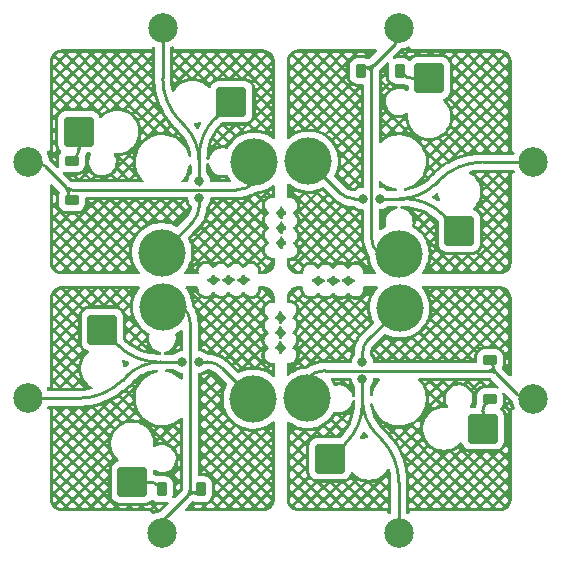
<source format=gbr>
%TF.GenerationSoftware,KiCad,Pcbnew,7.0.7*%
%TF.CreationDate,2023-09-11T19:57:54+10:00*%
%TF.ProjectId,jigsaw,6a696773-6177-42e6-9b69-6361645f7063,rev?*%
%TF.SameCoordinates,Original*%
%TF.FileFunction,Copper,L2,Bot*%
%TF.FilePolarity,Positive*%
%FSLAX46Y46*%
G04 Gerber Fmt 4.6, Leading zero omitted, Abs format (unit mm)*
G04 Created by KiCad (PCBNEW 7.0.7) date 2023-09-11 19:57:54*
%MOMM*%
%LPD*%
G01*
G04 APERTURE LIST*
G04 Aperture macros list*
%AMRoundRect*
0 Rectangle with rounded corners*
0 $1 Rounding radius*
0 $2 $3 $4 $5 $6 $7 $8 $9 X,Y pos of 4 corners*
0 Add a 4 corners polygon primitive as box body*
4,1,4,$2,$3,$4,$5,$6,$7,$8,$9,$2,$3,0*
0 Add four circle primitives for the rounded corners*
1,1,$1+$1,$2,$3*
1,1,$1+$1,$4,$5*
1,1,$1+$1,$6,$7*
1,1,$1+$1,$8,$9*
0 Add four rect primitives between the rounded corners*
20,1,$1+$1,$2,$3,$4,$5,0*
20,1,$1+$1,$4,$5,$6,$7,0*
20,1,$1+$1,$6,$7,$8,$9,0*
20,1,$1+$1,$8,$9,$2,$3,0*%
G04 Aperture macros list end*
%TA.AperFunction,SMDPad,CuDef*%
%ADD10RoundRect,0.250000X1.000000X-1.025000X1.000000X1.025000X-1.000000X1.025000X-1.000000X-1.025000X0*%
%TD*%
%TA.AperFunction,SMDPad,CuDef*%
%ADD11RoundRect,0.250000X1.025000X1.000000X-1.025000X1.000000X-1.025000X-1.000000X1.025000X-1.000000X0*%
%TD*%
%TA.AperFunction,SMDPad,CuDef*%
%ADD12RoundRect,0.250000X-1.000000X1.025000X-1.000000X-1.025000X1.000000X-1.025000X1.000000X1.025000X0*%
%TD*%
%TA.AperFunction,SMDPad,CuDef*%
%ADD13RoundRect,0.250000X-1.025000X-1.000000X1.025000X-1.000000X1.025000X1.000000X-1.025000X1.000000X0*%
%TD*%
%TA.AperFunction,SMDPad,CuDef*%
%ADD14C,2.500000*%
%TD*%
%TA.AperFunction,SMDPad,CuDef*%
%ADD15RoundRect,0.225000X0.225000X0.375000X-0.225000X0.375000X-0.225000X-0.375000X0.225000X-0.375000X0*%
%TD*%
%TA.AperFunction,SMDPad,CuDef*%
%ADD16C,4.000000*%
%TD*%
%TA.AperFunction,SMDPad,CuDef*%
%ADD17RoundRect,0.225000X-0.375000X0.225000X-0.375000X-0.225000X0.375000X-0.225000X0.375000X0.225000X0*%
%TD*%
%TA.AperFunction,SMDPad,CuDef*%
%ADD18RoundRect,0.225000X-0.225000X-0.375000X0.225000X-0.375000X0.225000X0.375000X-0.225000X0.375000X0*%
%TD*%
%TA.AperFunction,SMDPad,CuDef*%
%ADD19RoundRect,0.225000X0.375000X-0.225000X0.375000X0.225000X-0.375000X0.225000X-0.375000X-0.225000X0*%
%TD*%
%TA.AperFunction,ViaPad*%
%ADD20C,0.800000*%
%TD*%
%TA.AperFunction,Conductor*%
%ADD21C,0.250000*%
%TD*%
G04 APERTURE END LIST*
D10*
%TO.P,SW1,1,1*%
%TO.N,Net-(D1-A)*%
X35252238Y-61912740D03*
%TO.P,SW1,2,2*%
%TO.N,Net-(SW1-Pad2)*%
X32712238Y-48985740D03*
%TD*%
D11*
%TO.P,SW1,1,1*%
%TO.N,Net-(D1-A)*%
X64924978Y-57383502D03*
%TO.P,SW1,2,2*%
%TO.N,Net-(SW1-Pad2)*%
X51997978Y-59923502D03*
%TD*%
D12*
%TO.P,SW1,1,1*%
%TO.N,Net-(D1-A)*%
X60395740Y-27710762D03*
%TO.P,SW1,2,2*%
%TO.N,Net-(SW1-Pad2)*%
X62935740Y-40637762D03*
%TD*%
D13*
%TO.P,SW1,1,1*%
%TO.N,Net-(D1-A)*%
X30723000Y-32240000D03*
%TO.P,SW1,2,2*%
%TO.N,Net-(SW1-Pad2)*%
X43650000Y-29700000D03*
%TD*%
D14*
%TO.P,TP2,1,1*%
%TO.N,Net-(D1-K)*%
X37798989Y-66193353D03*
%TD*%
%TO.P,TP1,1,1*%
%TO.N,Net-(SW1-Pad2)*%
X26433455Y-54807971D03*
%TD*%
D15*
%TO.P,D1,1,K*%
%TO.N,Net-(D1-K)*%
X41037238Y-62510740D03*
%TO.P,D1,2,A*%
%TO.N,Net-(D1-A)*%
X37737238Y-62510740D03*
%TD*%
D16*
%TO.P,TP3,1,1*%
%TO.N,Net-(SW1-Pad2)*%
X45483439Y-54882425D03*
%TD*%
%TO.P,TP4,1,1*%
%TO.N,Net-(D1-K)*%
X37818797Y-47068955D03*
%TD*%
D17*
%TO.P,D1,1,K*%
%TO.N,Net-(D1-K)*%
X65522978Y-51598502D03*
%TO.P,D1,2,A*%
%TO.N,Net-(D1-A)*%
X65522978Y-54898502D03*
%TD*%
D14*
%TO.P,TP2,1,1*%
%TO.N,Net-(D1-K)*%
X69205591Y-54836751D03*
%TD*%
D16*
%TO.P,TP3,1,1*%
%TO.N,Net-(SW1-Pad2)*%
X57894663Y-47152301D03*
%TD*%
%TO.P,TP4,1,1*%
%TO.N,Net-(D1-K)*%
X50081193Y-54816943D03*
%TD*%
D14*
%TO.P,TP1,1,1*%
%TO.N,Net-(SW1-Pad2)*%
X57820209Y-66202285D03*
%TD*%
D18*
%TO.P,D1,1,K*%
%TO.N,Net-(D1-K)*%
X54610740Y-27112762D03*
%TO.P,D1,2,A*%
%TO.N,Net-(D1-A)*%
X57910740Y-27112762D03*
%TD*%
D14*
%TO.P,TP2,1,1*%
%TO.N,Net-(D1-K)*%
X57848989Y-23430149D03*
%TD*%
D16*
%TO.P,TP3,1,1*%
%TO.N,Net-(SW1-Pad2)*%
X50164539Y-34741077D03*
%TD*%
%TO.P,TP4,1,1*%
%TO.N,Net-(D1-K)*%
X57829181Y-42554547D03*
%TD*%
D14*
%TO.P,TP1,1,1*%
%TO.N,Net-(SW1-Pad2)*%
X69214523Y-34815531D03*
%TD*%
D19*
%TO.P,D1,1,K*%
%TO.N,Net-(D1-K)*%
X30125000Y-38025000D03*
%TO.P,D1,2,A*%
%TO.N,Net-(D1-A)*%
X30125000Y-34725000D03*
%TD*%
D14*
%TO.P,TP1,1,1*%
%TO.N,Net-(SW1-Pad2)*%
X37827769Y-23421217D03*
%TD*%
D16*
%TO.P,TP4,1,1*%
%TO.N,Net-(D1-K)*%
X45566785Y-34806559D03*
%TD*%
%TO.P,TP3,1,1*%
%TO.N,Net-(SW1-Pad2)*%
X37753315Y-42471201D03*
%TD*%
D14*
%TO.P,TP2,1,1*%
%TO.N,Net-(D1-K)*%
X26442387Y-34786751D03*
%TD*%
D20*
%TO.N,Net-(SW1-Pad2)*%
X40898489Y-51727465D03*
X39449489Y-51727465D03*
X54739703Y-53186251D03*
X54739703Y-51737251D03*
X56198489Y-37896037D03*
X54749489Y-37896037D03*
X40908275Y-37886251D03*
X40908275Y-36437251D03*
%TD*%
D21*
%TO.N,Net-(D1-K)*%
X40893065Y-62654913D02*
X41037238Y-62510740D01*
%TO.N,Net-(D1-A)*%
X37438246Y-62211732D02*
G75*
G03*
X36716388Y-61912740I-721846J-721868D01*
G01*
%TO.N,Net-(D1-K)*%
X40173978Y-48564525D02*
G75*
G03*
X39535332Y-47022670I-2180478J25D01*
G01*
%TO.N,Net-(SW1-Pad2)*%
X32892439Y-49166340D02*
G75*
G03*
X32718989Y-49238209I-71839J-71860D01*
G01*
X32894676Y-49168659D02*
X34086236Y-50360218D01*
%TO.N,Net-(D1-K)*%
X38159203Y-64814424D02*
G75*
G03*
X37798989Y-65683970I869497J-869576D01*
G01*
%TO.N,Net-(SW1-Pad2)*%
X42834056Y-52233043D02*
X45483439Y-54882425D01*
X32718989Y-49241431D02*
X32718989Y-49489891D01*
%TO.N,Net-(D1-K)*%
X65811300Y-52090740D02*
G75*
G03*
X65667151Y-51742675I-492200J40D01*
G01*
X66014392Y-52664349D02*
G75*
G03*
X65524123Y-52461251I-490292J-490251D01*
G01*
X40174493Y-48565379D02*
G75*
G03*
X40174238Y-48564776I-893J-21D01*
G01*
X40461690Y-62799094D02*
G75*
G03*
X39971406Y-63002169I10J-693406D01*
G01*
%TO.N,Net-(SW1-Pad2)*%
X37711495Y-51727465D02*
X39449489Y-51727465D01*
%TO.N,Net-(D1-K)*%
X65811324Y-52090740D02*
X65811324Y-52174050D01*
X51577617Y-52461251D02*
X64454353Y-52461251D01*
%TO.N,Net-(SW1-Pad2)*%
X34086257Y-50360197D02*
G75*
G03*
X37387062Y-51727465I3300843J3300797D01*
G01*
X32894687Y-49168648D02*
G75*
G03*
X32718989Y-49241431I-72787J-72752D01*
G01*
%TO.N,Net-(D1-A)*%
X65223978Y-55197502D02*
X65522978Y-54898502D01*
%TO.N,Net-(SW1-Pad2)*%
X37387062Y-51727465D02*
X39449489Y-51727465D01*
%TO.N,Net-(D1-K)*%
X51577013Y-52461501D02*
X51576763Y-52461751D01*
X68696208Y-54836751D02*
X69205591Y-54836751D01*
X64591604Y-52461251D02*
G75*
G02*
X64591604Y-52461251I0J0D01*
G01*
%TO.N,Net-(D1-A)*%
X36716388Y-61912740D02*
X35252238Y-61912740D01*
%TO.N,Net-(SW1-Pad2)*%
X37711495Y-51727476D02*
G75*
G03*
X34744554Y-52956414I5J-4195924D01*
G01*
%TO.N,Net-(D1-K)*%
X65524123Y-52461324D02*
G75*
G03*
X65811324Y-52174050I-23J287224D01*
G01*
%TO.N,Net-(SW1-Pad2)*%
X30714748Y-54807971D02*
X26433455Y-54807971D01*
%TO.N,Net-(D1-K)*%
X40174514Y-62511885D02*
G75*
G03*
X40461690Y-62799086I287186J-15D01*
G01*
X38159177Y-64814398D02*
X39971406Y-63002169D01*
X67826636Y-54476563D02*
X66014407Y-52664334D01*
X40174489Y-61579366D02*
X40174489Y-61647991D01*
X64591604Y-52461251D02*
X65524123Y-52461251D01*
X64591604Y-52461251D02*
X64454353Y-52461251D01*
%TO.N,Net-(SW1-Pad2)*%
X45542151Y-56133270D02*
G75*
G03*
X45659425Y-56122207I49J626570D01*
G01*
X32545582Y-49656859D02*
G75*
G03*
X32718989Y-49238209I-418682J418659D01*
G01*
%TO.N,Net-(D1-K)*%
X51576763Y-52461736D02*
G75*
G03*
X50034908Y-53100408I37J-2180564D01*
G01*
X64454353Y-52461251D02*
X64591604Y-52461251D01*
%TO.N,Net-(SW1-Pad2)*%
X42834061Y-52233038D02*
G75*
G03*
X41613484Y-51727465I-1220561J-1220562D01*
G01*
X30714748Y-54807970D02*
G75*
G03*
X34433248Y-53267718I2J5258750D01*
G01*
%TO.N,Net-(D1-K)*%
X37798989Y-65683970D02*
X37798989Y-66193353D01*
X40174489Y-61579366D02*
G75*
G02*
X40174489Y-61579366I0J0D01*
G01*
X50034908Y-53100408D02*
X49396251Y-53739065D01*
X64591604Y-52461251D02*
X64660229Y-52461251D01*
%TO.N,Net-(D1-A)*%
X37438238Y-62211740D02*
X37737238Y-62510740D01*
%TO.N,Net-(D1-K)*%
X40174239Y-48564775D02*
X40173989Y-48564525D01*
%TO.N,Net-(SW1-Pad2)*%
X34744553Y-52956413D02*
X34433248Y-53267718D01*
X45659425Y-56122207D02*
X45717540Y-56111134D01*
%TO.N,Net-(D1-K)*%
X51577617Y-52461262D02*
G75*
G03*
X51577013Y-52461501I-17J-838D01*
G01*
X65811292Y-52174050D02*
G75*
G03*
X66014407Y-52664334I693408J50D01*
G01*
%TO.N,Net-(D1-A)*%
X64924978Y-55919352D02*
X64924978Y-57383502D01*
%TO.N,Net-(D1-K)*%
X40174489Y-61442115D02*
X40174489Y-61579366D01*
X39535332Y-47022670D02*
X38896675Y-46384013D01*
%TO.N,Net-(SW1-Pad2)*%
X54739702Y-54924245D02*
G75*
G03*
X55968651Y-57891187I4195898J5D01*
G01*
X55245293Y-49801696D02*
G75*
G03*
X54739703Y-51022256I1220607J-1220604D01*
G01*
X57820227Y-61920992D02*
G75*
G03*
X56279956Y-58202492I-5258727J-8D01*
G01*
X53372473Y-58549521D02*
G75*
G03*
X54739703Y-55248678I-3300873J3300821D01*
G01*
X52180869Y-59741036D02*
G75*
G03*
X52253669Y-59916751I72831J-72764D01*
G01*
X59145519Y-47093589D02*
G75*
G03*
X59134445Y-46976315I-626619J-11D01*
G01*
X52669069Y-60090186D02*
G75*
G03*
X52250447Y-59916751I-418669J-418614D01*
G01*
X52178631Y-59743354D02*
G75*
G03*
X52250447Y-59916751I71769J-71846D01*
G01*
X52180897Y-59741064D02*
X53372456Y-58549504D01*
X54739703Y-51737251D02*
X54739703Y-51022256D01*
X57820209Y-65754014D02*
X57820209Y-66266751D01*
X55968651Y-57891187D02*
X56279956Y-58202492D01*
X59134445Y-46976315D02*
X59123372Y-46918200D01*
X55245281Y-49801684D02*
X57894663Y-47152301D01*
X52253669Y-59916751D02*
X52502129Y-59916751D01*
X54739703Y-53186251D02*
X54739703Y-52911751D01*
X59145517Y-47093589D02*
X59145517Y-47717326D01*
X54739703Y-54924245D02*
X54739703Y-53186251D01*
X57820209Y-61920992D02*
X57820209Y-66202285D01*
X54739703Y-55248678D02*
X54739703Y-53186251D01*
%TO.N,Net-(D1-K)*%
X67826634Y-54476565D02*
G75*
G03*
X68696208Y-54836751I869566J869565D01*
G01*
X40545000Y-62799086D02*
X40461690Y-62799086D01*
X40174489Y-48565379D02*
X40174489Y-61442115D01*
%TO.N,Net-(SW1-Pad2)*%
X39449489Y-51727465D02*
X39723989Y-51727465D01*
X45542151Y-56133279D02*
X44918414Y-56133279D01*
%TO.N,Net-(D1-K)*%
X40174489Y-61579366D02*
X40174489Y-62511885D01*
X40174489Y-61579366D02*
X40174489Y-61442115D01*
%TO.N,Net-(SW1-Pad2)*%
X40898489Y-51727465D02*
X41613484Y-51727465D01*
X26881726Y-54807971D02*
X26368989Y-54807971D01*
%TO.N,Net-(D1-K)*%
X65667151Y-51742675D02*
X65522978Y-51598502D01*
X40545000Y-62799072D02*
G75*
G03*
X40893065Y-62654913I0J492272D01*
G01*
X39971419Y-63002182D02*
G75*
G03*
X40174489Y-62511885I-490319J490282D01*
G01*
%TO.N,Net-(D1-A)*%
X65224008Y-55197532D02*
G75*
G03*
X64924978Y-55919352I721792J-721868D01*
G01*
%TO.N,Net-(D1-K)*%
X55102978Y-26824414D02*
G75*
G03*
X54754913Y-26968589I22J-492286D01*
G01*
X55676554Y-26621315D02*
G75*
G03*
X55473489Y-27111617I490346J-490285D01*
G01*
X55102978Y-26824416D02*
X55186288Y-26824416D01*
X55473489Y-41058123D02*
X55473489Y-28181387D01*
%TO.N,Net-(D1-A)*%
X58209740Y-27411762D02*
X57910740Y-27112762D01*
%TO.N,Net-(D1-K)*%
X55473739Y-41058727D02*
X55473989Y-41058977D01*
X57848989Y-23939532D02*
X57848989Y-23430149D01*
X55473489Y-28044136D02*
G75*
G02*
X55473489Y-28044136I0J0D01*
G01*
X55473484Y-27111617D02*
G75*
G03*
X55186288Y-26824416I-287184J17D01*
G01*
X57488801Y-24809104D02*
X55676572Y-26621333D01*
X55473489Y-28044136D02*
X55473489Y-27111617D01*
X55473489Y-28044136D02*
X55473489Y-28181387D01*
X55474005Y-41058977D02*
G75*
G03*
X56112646Y-42600832I2180495J-23D01*
G01*
X55473489Y-28181387D02*
X55473489Y-28044136D01*
X56112646Y-42600832D02*
X56751303Y-43239489D01*
X55473489Y-28044136D02*
X55473489Y-27975511D01*
X55473459Y-41058124D02*
G75*
G03*
X55473739Y-41058727I841J24D01*
G01*
X55186288Y-26824392D02*
G75*
G03*
X55676572Y-26621333I12J693392D01*
G01*
%TO.N,Net-(D1-A)*%
X58931590Y-27710762D02*
X60395740Y-27710762D01*
%TO.N,Net-(SW1-Pad2)*%
X57936483Y-37896010D02*
G75*
G03*
X60903424Y-36667088I17J4195910D01*
G01*
X52813927Y-37390454D02*
G75*
G03*
X54034494Y-37896037I1220573J1220554D01*
G01*
X64933230Y-34815557D02*
G75*
G03*
X61214730Y-36355784I-30J-5258743D01*
G01*
X61561732Y-39263294D02*
G75*
G03*
X58260916Y-37896037I-3300832J-3300806D01*
G01*
X62753319Y-40454826D02*
G75*
G03*
X62928989Y-40382071I72781J72726D01*
G01*
X50105827Y-33490228D02*
G75*
G03*
X49988553Y-33501296I-27J-626572D01*
G01*
X63102412Y-39966659D02*
G75*
G03*
X62928989Y-40385293I418588J-418641D01*
G01*
X62755566Y-40457135D02*
G75*
G03*
X62928989Y-40385293I71834J71835D01*
G01*
X62753302Y-40454843D02*
X61561742Y-39263284D01*
X54749489Y-37896037D02*
X54034494Y-37896037D01*
X68766252Y-34815531D02*
X69278989Y-34815531D01*
X60903425Y-36667089D02*
X61214730Y-36355784D01*
X49988553Y-33501295D02*
X49930438Y-33512368D01*
X52813922Y-37390459D02*
X50164539Y-34741077D01*
X62928989Y-40382071D02*
X62928989Y-40133611D01*
X56198489Y-37896037D02*
X55923989Y-37896037D01*
X50105827Y-33490223D02*
X50729564Y-33490223D01*
X57936483Y-37896037D02*
X56198489Y-37896037D01*
X64933230Y-34815531D02*
X69214523Y-34815531D01*
X58260916Y-37896037D02*
X56198489Y-37896037D01*
%TO.N,Net-(D1-K)*%
X57488791Y-24809094D02*
G75*
G03*
X57848989Y-23939532I-869591J869594D01*
G01*
X54754913Y-26968589D02*
X54610740Y-27112762D01*
%TO.N,Net-(D1-A)*%
X58209743Y-27411759D02*
G75*
G03*
X58931590Y-27710762I721857J721859D01*
G01*
X30423985Y-34425985D02*
G75*
G03*
X30723000Y-33704150I-721885J721885D01*
G01*
%TO.N,Net-(D1-K)*%
X44070362Y-37162223D02*
G75*
G03*
X44070964Y-37162000I38J823D01*
G01*
X27821354Y-35146927D02*
G75*
G03*
X26951770Y-34786751I-869554J-869573D01*
G01*
X29836683Y-37532762D02*
G75*
G03*
X29980827Y-37880827I492217J-38D01*
G01*
X31056374Y-37162251D02*
G75*
G02*
X31056374Y-37162251I0J0D01*
G01*
X29836691Y-37449452D02*
G75*
G03*
X29633571Y-36959168I-693391J-48D01*
G01*
X30123855Y-37162254D02*
G75*
G03*
X29836654Y-37449452I45J-287246D01*
G01*
X29633596Y-36959143D02*
G75*
G03*
X30123855Y-37162251I490304J490243D01*
G01*
X31056374Y-37162251D02*
X31193625Y-37162251D01*
X31193625Y-37162251D02*
X31056374Y-37162251D01*
X29836654Y-37532762D02*
X29836654Y-37449452D01*
X29980827Y-37880827D02*
X30125000Y-38025000D01*
X31056374Y-37162251D02*
X30987749Y-37162251D01*
X44070361Y-37162251D02*
X31193625Y-37162251D01*
X31056374Y-37162251D02*
X30123855Y-37162251D01*
X27821342Y-35146939D02*
X29633571Y-36959168D01*
X26951770Y-34786751D02*
X26442387Y-34786751D01*
X44071215Y-37161750D02*
G75*
G03*
X45613070Y-36523094I-15J2180550D01*
G01*
X45613070Y-36523094D02*
X46251727Y-35884437D01*
X44070965Y-37162001D02*
X44071215Y-37161751D01*
%TO.N,Net-(D1-A)*%
X30723000Y-33704150D02*
X30723000Y-32240000D01*
X30424000Y-34426000D02*
X30125000Y-34725000D01*
%TO.N,Net-(SW1-Pad2)*%
X40908275Y-34374824D02*
X40908275Y-36437251D01*
X37827769Y-27702510D02*
X37827769Y-23421217D01*
X40908275Y-34699257D02*
X40908275Y-36437251D01*
X36502461Y-42529913D02*
X36502461Y-41906176D01*
X40908275Y-36437251D02*
X40908275Y-36711751D01*
X43394309Y-29706751D02*
X43145849Y-29706751D01*
X40402697Y-39821818D02*
X37753315Y-42471201D01*
X36513533Y-42647187D02*
X36524606Y-42705302D01*
X39679327Y-31732315D02*
X39368022Y-31421010D01*
X37827769Y-23869488D02*
X37827769Y-23356751D01*
X40908275Y-37886251D02*
X40908275Y-38601246D01*
X43467081Y-29882438D02*
X42275522Y-31073998D01*
X43469305Y-29880106D02*
G75*
G03*
X43397531Y-29706751I-71805J71806D01*
G01*
X42978869Y-29533356D02*
G75*
G03*
X43397531Y-29706751I418631J418656D01*
G01*
X36502459Y-42529913D02*
G75*
G03*
X36513533Y-42647187I626641J13D01*
G01*
X43467117Y-29882474D02*
G75*
G03*
X43394309Y-29706751I-72817J72774D01*
G01*
X42275520Y-31073996D02*
G75*
G03*
X40908275Y-34374824I3300780J-3300804D01*
G01*
X37827756Y-27702510D02*
G75*
G03*
X39368022Y-31421010I5258744J10D01*
G01*
X40402680Y-39821801D02*
G75*
G03*
X40908275Y-38601246I-1220580J1220601D01*
G01*
X40908275Y-34699257D02*
G75*
G03*
X39679327Y-31732315I-4195895J-3D01*
G01*
%TD*%
%TA.AperFunction,NonConductor*%
G36*
X41077691Y-31398836D02*
G01*
X41112214Y-31459581D01*
X41108415Y-31529347D01*
X41097240Y-31552785D01*
X40954162Y-31786267D01*
X40881710Y-31928459D01*
X40833736Y-31979254D01*
X40765914Y-31996049D01*
X40699780Y-31973511D01*
X40670908Y-31945048D01*
X40501654Y-31712090D01*
X40465281Y-31669503D01*
X40436711Y-31605742D01*
X40447148Y-31536656D01*
X40493279Y-31484180D01*
X40550306Y-31465319D01*
X40613358Y-31460594D01*
X40613359Y-31460594D01*
X40613361Y-31460593D01*
X40613367Y-31460593D01*
X40872805Y-31401377D01*
X40946212Y-31372566D01*
X41015807Y-31366398D01*
X41077691Y-31398836D01*
G37*
%TD.AperFunction*%
%TA.AperFunction,NonConductor*%
G36*
X38710831Y-25019320D02*
G01*
X38739632Y-25056435D01*
X38740466Y-25055951D01*
X38743086Y-25060459D01*
X38743087Y-25060460D01*
X38773940Y-25113535D01*
X38777285Y-25120179D01*
X38786301Y-25141127D01*
X38798750Y-25156217D01*
X38824248Y-25200081D01*
X38863830Y-25247502D01*
X38867666Y-25253840D01*
X38869677Y-25255843D01*
X38875072Y-25262342D01*
X38876310Y-25262454D01*
X38876311Y-25262455D01*
X38876311Y-25262454D01*
X38902407Y-25264828D01*
X38906191Y-25263190D01*
X38921422Y-25262251D01*
X46321288Y-25262251D01*
X46326681Y-25262486D01*
X46369472Y-25266229D01*
X46495759Y-25278666D01*
X46515690Y-25282293D01*
X46515701Y-25282296D01*
X46582335Y-25300149D01*
X46675555Y-25328425D01*
X46691961Y-25334701D01*
X46759385Y-25366139D01*
X46762385Y-25367639D01*
X46846344Y-25412514D01*
X46852677Y-25416404D01*
X46918833Y-25462725D01*
X46922593Y-25465577D01*
X46994832Y-25524858D01*
X46999331Y-25528936D01*
X47015481Y-25545085D01*
X47056821Y-25586423D01*
X47060910Y-25590934D01*
X47120171Y-25663139D01*
X47123032Y-25666910D01*
X47169364Y-25733073D01*
X47173259Y-25739412D01*
X47173288Y-25739467D01*
X47218126Y-25823346D01*
X47219638Y-25826370D01*
X47251072Y-25893773D01*
X47257351Y-25910181D01*
X47285636Y-26003409D01*
X47303483Y-26070003D01*
X47307115Y-26089978D01*
X47319945Y-26220586D01*
X47323253Y-26258375D01*
X47323489Y-26263783D01*
X47323489Y-32748726D01*
X47303804Y-32815765D01*
X47251000Y-32861520D01*
X47181842Y-32871464D01*
X47126604Y-32849044D01*
X46909280Y-32691150D01*
X46909273Y-32691145D01*
X46909269Y-32691143D01*
X46633551Y-32539565D01*
X46633548Y-32539563D01*
X46633543Y-32539561D01*
X46633542Y-32539560D01*
X46341013Y-32423740D01*
X46341010Y-32423739D01*
X46036261Y-32345493D01*
X46036248Y-32345491D01*
X45724114Y-32306059D01*
X45724103Y-32306059D01*
X45409467Y-32306059D01*
X45409455Y-32306059D01*
X45097321Y-32345491D01*
X45097308Y-32345493D01*
X44792559Y-32423739D01*
X44792556Y-32423740D01*
X44500027Y-32539560D01*
X44500026Y-32539561D01*
X44224301Y-32691143D01*
X44224289Y-32691150D01*
X43969763Y-32876074D01*
X43969753Y-32876082D01*
X43740393Y-33091466D01*
X43740391Y-33091468D01*
X43539839Y-33333893D01*
X43539836Y-33333897D01*
X43371249Y-33599549D01*
X43371247Y-33599552D01*
X43356937Y-33629962D01*
X43310580Y-33682239D01*
X43243319Y-33701154D01*
X43209809Y-33696140D01*
X43206534Y-33695178D01*
X42995473Y-33654500D01*
X42995472Y-33654500D01*
X42834382Y-33654500D01*
X42674029Y-33669812D01*
X42674025Y-33669813D01*
X42467793Y-33730368D01*
X42276736Y-33828864D01*
X42107785Y-33961729D01*
X42107782Y-33961733D01*
X41967021Y-34124178D01*
X41859553Y-34310319D01*
X41789251Y-34513442D01*
X41789250Y-34513444D01*
X41780547Y-34573980D01*
X41751522Y-34637536D01*
X41692744Y-34675310D01*
X41622874Y-34675310D01*
X41564096Y-34637536D01*
X41535071Y-34573980D01*
X41533809Y-34556333D01*
X41533809Y-34509858D01*
X41533775Y-34508989D01*
X41533775Y-34374821D01*
X41538376Y-34269433D01*
X41549039Y-34025170D01*
X41549508Y-34019817D01*
X41594836Y-33675502D01*
X41595773Y-33670196D01*
X41596743Y-33665822D01*
X41606186Y-33623224D01*
X42096596Y-33623224D01*
X42114250Y-33609341D01*
X42116603Y-33607580D01*
X42119978Y-33605175D01*
X42122434Y-33603513D01*
X42135866Y-33594881D01*
X42138394Y-33593341D01*
X42141980Y-33591272D01*
X42144560Y-33589863D01*
X42349798Y-33484055D01*
X42352478Y-33482754D01*
X42356247Y-33481035D01*
X42358936Y-33479884D01*
X42373721Y-33473965D01*
X42376456Y-33472944D01*
X42380369Y-33471588D01*
X42383210Y-33470679D01*
X42535710Y-33425901D01*
X42414814Y-33305005D01*
X42096596Y-33623224D01*
X41606186Y-33623224D01*
X41646449Y-33441606D01*
X41926075Y-33441606D01*
X42238745Y-33128937D01*
X42238744Y-33128936D01*
X42590884Y-33128936D01*
X42843447Y-33381500D01*
X43003459Y-33381500D01*
X43006428Y-33381571D01*
X43010565Y-33381769D01*
X43013490Y-33381979D01*
X43029354Y-33383494D01*
X43032266Y-33383841D01*
X43036365Y-33384430D01*
X43039294Y-33384922D01*
X43043938Y-33385817D01*
X43300819Y-33128936D01*
X42945852Y-32773969D01*
X42590884Y-33128936D01*
X42238744Y-33128936D01*
X42081531Y-32971723D01*
X42034347Y-33085634D01*
X41935466Y-33399248D01*
X41926075Y-33441606D01*
X41646449Y-33441606D01*
X41670935Y-33331155D01*
X41672324Y-33325968D01*
X41776756Y-32994750D01*
X41778603Y-32989678D01*
X41784586Y-32975234D01*
X41887467Y-32726858D01*
X42188805Y-32726858D01*
X42414814Y-32952868D01*
X42769782Y-32597900D01*
X43121920Y-32597900D01*
X43476888Y-32952868D01*
X43831857Y-32597900D01*
X43476889Y-32242932D01*
X43121920Y-32597900D01*
X42769782Y-32597900D01*
X42448235Y-32276352D01*
X42312015Y-32490175D01*
X42188805Y-32726858D01*
X41887467Y-32726858D01*
X41911503Y-32668829D01*
X41913766Y-32663977D01*
X42074128Y-32355924D01*
X42076824Y-32351256D01*
X42127149Y-32272262D01*
X42254461Y-32072421D01*
X42596442Y-32072421D01*
X42945851Y-32421831D01*
X43300820Y-32066863D01*
X43300819Y-32066862D01*
X43652957Y-32066862D01*
X44007926Y-32421830D01*
X44362894Y-32066863D01*
X44362893Y-32066862D01*
X44715032Y-32066862D01*
X44790566Y-32142396D01*
X45035461Y-32079519D01*
X45040019Y-32078500D01*
X45052279Y-32076160D01*
X45056913Y-32075426D01*
X45330471Y-32040868D01*
X45803101Y-32040868D01*
X46076657Y-32075426D01*
X46081291Y-32076160D01*
X46093551Y-32078500D01*
X46098109Y-32079519D01*
X46397512Y-32156392D01*
X46487042Y-32066862D01*
X46839180Y-32066862D01*
X47050489Y-32278171D01*
X47050489Y-31855554D01*
X46839180Y-32066862D01*
X46487042Y-32066862D01*
X46132075Y-31711895D01*
X45803101Y-32040868D01*
X45330471Y-32040868D01*
X45381434Y-32034430D01*
X45386100Y-32033989D01*
X45391740Y-32033634D01*
X45070000Y-31711894D01*
X44715032Y-32066862D01*
X44362893Y-32066862D01*
X44019530Y-31723499D01*
X44371669Y-31723499D01*
X44538962Y-31890793D01*
X44706257Y-31723499D01*
X44371669Y-31723499D01*
X44019530Y-31723499D01*
X43996322Y-31723499D01*
X43652957Y-32066862D01*
X43300819Y-32066862D01*
X42957456Y-31723499D01*
X43309595Y-31723499D01*
X43476888Y-31890793D01*
X43644183Y-31723499D01*
X43309595Y-31723499D01*
X42957456Y-31723499D01*
X42934248Y-31723499D01*
X42633110Y-32024635D01*
X42596442Y-32072421D01*
X42254461Y-32072421D01*
X42263411Y-32058372D01*
X42266508Y-32053950D01*
X42276547Y-32040868D01*
X42477911Y-31778447D01*
X42481365Y-31774329D01*
X42691714Y-31544775D01*
X45255020Y-31544775D01*
X45601038Y-31890793D01*
X45956006Y-31535825D01*
X46308144Y-31535825D01*
X46663112Y-31890793D01*
X47018079Y-31535825D01*
X46663112Y-31180857D01*
X46308144Y-31535825D01*
X45956006Y-31535825D01*
X45601038Y-31180857D01*
X45548588Y-31233306D01*
X45494944Y-31320280D01*
X45492954Y-31323305D01*
X45490049Y-31327452D01*
X45487902Y-31330336D01*
X45475802Y-31345639D01*
X45473472Y-31348414D01*
X45470106Y-31352194D01*
X45467642Y-31354805D01*
X45329805Y-31492642D01*
X45327194Y-31495106D01*
X45323414Y-31498472D01*
X45320639Y-31500802D01*
X45305336Y-31512902D01*
X45302452Y-31515049D01*
X45298305Y-31517954D01*
X45295280Y-31519944D01*
X45255020Y-31544775D01*
X42691714Y-31544775D01*
X42717771Y-31516339D01*
X42717816Y-31516295D01*
X42747295Y-31486816D01*
X42808619Y-31453332D01*
X42834975Y-31450499D01*
X44725002Y-31450499D01*
X44725008Y-31450499D01*
X44827797Y-31439999D01*
X44994334Y-31384814D01*
X45143656Y-31292712D01*
X45267712Y-31168656D01*
X45359814Y-31019334D01*
X45364634Y-31004788D01*
X45777107Y-31004788D01*
X46132075Y-31359756D01*
X46487043Y-31004788D01*
X46487042Y-31004787D01*
X46839180Y-31004787D01*
X47050489Y-31216096D01*
X47050489Y-30793479D01*
X46839180Y-31004787D01*
X46487042Y-31004787D01*
X46132075Y-30649820D01*
X45777107Y-31004788D01*
X45364634Y-31004788D01*
X45414999Y-30852797D01*
X45425500Y-30750009D01*
X45425500Y-30216244D01*
X45698499Y-30216244D01*
X45698499Y-30731257D01*
X45956004Y-30473751D01*
X46308144Y-30473751D01*
X46663112Y-30828718D01*
X47018080Y-30473751D01*
X46663112Y-30118783D01*
X46308144Y-30473751D01*
X45956004Y-30473751D01*
X45956005Y-30473750D01*
X45698499Y-30216244D01*
X45425500Y-30216244D01*
X45425500Y-29942713D01*
X45777107Y-29942713D01*
X46132075Y-30297681D01*
X46487043Y-29942713D01*
X46839180Y-29942713D01*
X47050489Y-30154022D01*
X47050489Y-29731405D01*
X46839180Y-29942713D01*
X46487043Y-29942713D01*
X46132075Y-29587746D01*
X45777107Y-29942713D01*
X45425500Y-29942713D01*
X45425499Y-29154170D01*
X45698499Y-29154170D01*
X45698499Y-29669184D01*
X45956006Y-29411677D01*
X46308144Y-29411677D01*
X46663112Y-29766645D01*
X47018080Y-29411677D01*
X46663112Y-29056708D01*
X46308144Y-29411677D01*
X45956006Y-29411677D01*
X45698499Y-29154170D01*
X45425499Y-29154170D01*
X45425499Y-28880639D01*
X45777106Y-28880639D01*
X46132075Y-29235607D01*
X46487043Y-28880639D01*
X46487042Y-28880638D01*
X46839181Y-28880638D01*
X47050489Y-29091946D01*
X47050489Y-28669330D01*
X46839181Y-28880638D01*
X46487042Y-28880638D01*
X46132075Y-28525671D01*
X45777106Y-28880639D01*
X45425499Y-28880639D01*
X45425499Y-28649992D01*
X45414999Y-28547203D01*
X45359814Y-28380666D01*
X45267712Y-28231344D01*
X45143656Y-28107288D01*
X45120024Y-28092712D01*
X45502958Y-28092712D01*
X45597287Y-28245645D01*
X45599085Y-28248759D01*
X45601489Y-28253216D01*
X45603115Y-28256453D01*
X45611361Y-28274138D01*
X45612790Y-28277451D01*
X45614657Y-28282154D01*
X45615889Y-28285539D01*
X45677019Y-28470011D01*
X45677995Y-28473251D01*
X45679241Y-28477833D01*
X45680039Y-28481122D01*
X45683867Y-28499010D01*
X45684486Y-28502346D01*
X45685224Y-28507032D01*
X45685657Y-28510371D01*
X45695813Y-28609794D01*
X45956006Y-28349602D01*
X46308144Y-28349602D01*
X46663111Y-28704569D01*
X47018079Y-28349601D01*
X46663112Y-27994633D01*
X46308144Y-28349602D01*
X45956006Y-28349602D01*
X45601037Y-27994633D01*
X45502958Y-28092712D01*
X45120024Y-28092712D01*
X45018144Y-28029872D01*
X44994336Y-28015187D01*
X44994331Y-28015185D01*
X44932309Y-27994633D01*
X44827797Y-27960001D01*
X44827795Y-27960000D01*
X44725010Y-27949500D01*
X42574998Y-27949500D01*
X42574981Y-27949501D01*
X42472203Y-27960000D01*
X42472200Y-27960001D01*
X42305668Y-28015185D01*
X42305663Y-28015187D01*
X42156342Y-28107289D01*
X42032289Y-28231342D01*
X41940187Y-28380663D01*
X41940186Y-28380666D01*
X41902394Y-28494714D01*
X41862621Y-28552158D01*
X41798105Y-28578981D01*
X41729329Y-28566666D01*
X41693792Y-28540052D01*
X41624280Y-28465136D01*
X41559037Y-28394820D01*
X41502334Y-28349601D01*
X41350980Y-28228899D01*
X41120521Y-28095844D01*
X41120522Y-28095844D01*
X40872810Y-27998625D01*
X40872805Y-27998623D01*
X40872796Y-27998621D01*
X40872793Y-27998620D01*
X40613358Y-27939405D01*
X40414448Y-27924500D01*
X40414442Y-27924500D01*
X40281558Y-27924500D01*
X40281552Y-27924500D01*
X40082642Y-27939405D01*
X40082640Y-27939405D01*
X39823206Y-27998620D01*
X39823198Y-27998622D01*
X39823195Y-27998623D01*
X39823192Y-27998623D01*
X39823189Y-27998625D01*
X39575478Y-28095844D01*
X39345020Y-28228899D01*
X39136962Y-28394820D01*
X38955962Y-28589893D01*
X38805057Y-28811230D01*
X38751029Y-28855532D01*
X38681625Y-28863590D01*
X38618882Y-28832848D01*
X38582721Y-28773064D01*
X38581551Y-28768250D01*
X38539591Y-28578981D01*
X38524232Y-28509702D01*
X38523294Y-28504386D01*
X38471239Y-28108993D01*
X38470770Y-28103641D01*
X38453269Y-27702806D01*
X38453269Y-27492312D01*
X38726269Y-27492312D01*
X38726269Y-27696848D01*
X38743106Y-28082511D01*
X38748396Y-28122690D01*
X39052522Y-27818565D01*
X39404661Y-27818565D01*
X39443122Y-27857026D01*
X39445415Y-27855703D01*
X39450349Y-27853095D01*
X39463723Y-27846657D01*
X39468824Y-27844431D01*
X39730348Y-27741791D01*
X39735599Y-27739951D01*
X39749844Y-27735555D01*
X39755237Y-27734113D01*
X39979058Y-27683026D01*
X39962112Y-27666080D01*
X40619219Y-27666080D01*
X40641181Y-27667726D01*
X40646725Y-27668351D01*
X40661424Y-27670567D01*
X40666895Y-27671604D01*
X40940763Y-27734113D01*
X40946156Y-27735555D01*
X40960401Y-27739951D01*
X40965652Y-27741791D01*
X41172329Y-27822905D01*
X41176669Y-27818565D01*
X41528809Y-27818565D01*
X41799298Y-28089054D01*
X41805056Y-28079719D01*
X41807046Y-28076695D01*
X41809951Y-28072548D01*
X41812098Y-28069664D01*
X41824198Y-28054361D01*
X41826528Y-28051586D01*
X41829894Y-28047806D01*
X41832358Y-28045195D01*
X41970195Y-27907358D01*
X41972806Y-27904894D01*
X41976586Y-27901528D01*
X41979361Y-27899198D01*
X41994664Y-27887098D01*
X41997548Y-27884951D01*
X42001695Y-27882046D01*
X42004719Y-27880056D01*
X42170645Y-27777713D01*
X42173759Y-27775915D01*
X42178216Y-27773511D01*
X42181453Y-27771885D01*
X42188690Y-27768510D01*
X42107634Y-27687454D01*
X44846142Y-27687454D01*
X44864627Y-27689343D01*
X44867958Y-27689775D01*
X44872649Y-27690512D01*
X44875999Y-27691134D01*
X44893897Y-27694967D01*
X44897190Y-27695767D01*
X44901768Y-27697012D01*
X44904996Y-27697985D01*
X45089461Y-27759111D01*
X45092846Y-27760343D01*
X45097549Y-27762210D01*
X45100862Y-27763639D01*
X45118547Y-27771885D01*
X45121784Y-27773511D01*
X45126241Y-27775915D01*
X45129355Y-27777713D01*
X45295281Y-27880056D01*
X45298305Y-27882046D01*
X45302452Y-27884951D01*
X45305336Y-27887098D01*
X45320639Y-27899198D01*
X45323414Y-27901528D01*
X45327194Y-27904894D01*
X45329805Y-27907358D01*
X45332990Y-27910543D01*
X45424967Y-27818565D01*
X45777107Y-27818565D01*
X46132075Y-28173533D01*
X46487043Y-27818565D01*
X46487042Y-27818564D01*
X46839181Y-27818564D01*
X47050489Y-28029872D01*
X47050489Y-27607256D01*
X46839181Y-27818564D01*
X46487042Y-27818564D01*
X46132075Y-27463597D01*
X45777107Y-27818565D01*
X45424967Y-27818565D01*
X45424968Y-27818564D01*
X45070000Y-27463596D01*
X44846142Y-27687454D01*
X42107634Y-27687454D01*
X42096680Y-27676500D01*
X42732948Y-27676500D01*
X43158755Y-27676500D01*
X43795022Y-27676500D01*
X44220829Y-27676500D01*
X44007925Y-27463596D01*
X43795022Y-27676500D01*
X43158755Y-27676500D01*
X42945852Y-27463596D01*
X42732948Y-27676500D01*
X42096680Y-27676500D01*
X41883777Y-27463597D01*
X41528809Y-27818565D01*
X41176669Y-27818565D01*
X41176670Y-27818564D01*
X40821702Y-27463597D01*
X40619219Y-27666080D01*
X39962112Y-27666080D01*
X39759628Y-27463597D01*
X39404661Y-27818565D01*
X39052522Y-27818565D01*
X38726269Y-27492312D01*
X38453269Y-27492312D01*
X38453269Y-27287528D01*
X38873623Y-27287528D01*
X39228591Y-27642496D01*
X39583559Y-27287528D01*
X39583558Y-27287527D01*
X39935697Y-27287527D01*
X40290666Y-27642496D01*
X40645634Y-27287528D01*
X40645633Y-27287527D01*
X40997771Y-27287527D01*
X41352740Y-27642496D01*
X41707708Y-27287528D01*
X41707707Y-27287527D01*
X42059846Y-27287527D01*
X42414814Y-27642496D01*
X42769783Y-27287528D01*
X42769782Y-27287527D01*
X43121920Y-27287527D01*
X43476888Y-27642495D01*
X43831855Y-27287528D01*
X44183995Y-27287528D01*
X44538962Y-27642495D01*
X44893929Y-27287528D01*
X45246070Y-27287528D01*
X45601037Y-27642496D01*
X45956005Y-27287528D01*
X46308144Y-27287528D01*
X46663111Y-27642495D01*
X47018079Y-27287527D01*
X46663112Y-26932559D01*
X46308144Y-27287528D01*
X45956005Y-27287528D01*
X45601037Y-26932560D01*
X45246070Y-27287528D01*
X44893929Y-27287528D01*
X44893930Y-27287527D01*
X44538962Y-26932560D01*
X44183995Y-27287528D01*
X43831855Y-27287528D01*
X43831856Y-27287527D01*
X43476889Y-26932560D01*
X43121920Y-27287527D01*
X42769782Y-27287527D01*
X42414814Y-26932559D01*
X42059846Y-27287527D01*
X41707707Y-27287527D01*
X41352740Y-26932559D01*
X40997771Y-27287527D01*
X40645633Y-27287527D01*
X40290666Y-26932560D01*
X39935697Y-27287527D01*
X39583558Y-27287527D01*
X39228591Y-26932560D01*
X38873623Y-27287528D01*
X38453269Y-27287528D01*
X38453269Y-26430237D01*
X38726269Y-26430237D01*
X38726269Y-27082744D01*
X39052522Y-26756491D01*
X39052521Y-26756490D01*
X39404661Y-26756490D01*
X39759629Y-27111459D01*
X40114597Y-26756491D01*
X40466735Y-26756491D01*
X40821703Y-27111458D01*
X41176671Y-26756491D01*
X41176670Y-26756490D01*
X41528809Y-26756490D01*
X41883777Y-27111459D01*
X42238745Y-26756491D01*
X42238744Y-26756490D01*
X42590884Y-26756490D01*
X42945852Y-27111459D01*
X43300820Y-26756491D01*
X43652958Y-26756491D01*
X44007926Y-27111459D01*
X44362894Y-26756491D01*
X44362893Y-26756490D01*
X44715032Y-26756490D01*
X45070000Y-27111459D01*
X45424969Y-26756491D01*
X45424968Y-26756490D01*
X45777107Y-26756490D01*
X46132075Y-27111458D01*
X46487043Y-26756490D01*
X46839180Y-26756490D01*
X47050489Y-26967799D01*
X47050488Y-26545182D01*
X46839180Y-26756490D01*
X46487043Y-26756490D01*
X46132075Y-26401522D01*
X45777107Y-26756490D01*
X45424968Y-26756490D01*
X45070000Y-26401522D01*
X44715032Y-26756490D01*
X44362893Y-26756490D01*
X44007926Y-26401523D01*
X43652958Y-26756491D01*
X43300820Y-26756491D01*
X42945852Y-26401522D01*
X42590884Y-26756490D01*
X42238744Y-26756490D01*
X41883777Y-26401522D01*
X41528809Y-26756490D01*
X41176670Y-26756490D01*
X40821703Y-26401523D01*
X40466735Y-26756491D01*
X40114597Y-26756491D01*
X39759628Y-26401522D01*
X39404661Y-26756490D01*
X39052521Y-26756490D01*
X38726269Y-26430237D01*
X38453269Y-26430237D01*
X38453269Y-26225453D01*
X38873622Y-26225453D01*
X39228591Y-26580421D01*
X39583559Y-26225453D01*
X39935697Y-26225453D01*
X40290666Y-26580421D01*
X40645634Y-26225453D01*
X40997771Y-26225453D01*
X41352740Y-26580421D01*
X41707708Y-26225453D01*
X42059846Y-26225453D01*
X42414814Y-26580421D01*
X42769783Y-26225453D01*
X43121920Y-26225453D01*
X43476889Y-26580421D01*
X43831857Y-26225453D01*
X44183994Y-26225453D01*
X44538963Y-26580421D01*
X44893931Y-26225453D01*
X45246069Y-26225453D01*
X45601038Y-26580421D01*
X45956006Y-26225453D01*
X46308143Y-26225453D01*
X46663111Y-26580421D01*
X47018079Y-26225452D01*
X46663112Y-25870485D01*
X46308143Y-26225453D01*
X45956006Y-26225453D01*
X45601037Y-25870485D01*
X45246069Y-26225453D01*
X44893931Y-26225453D01*
X44538962Y-25870485D01*
X44183994Y-26225453D01*
X43831857Y-26225453D01*
X43476889Y-25870485D01*
X43121920Y-26225453D01*
X42769783Y-26225453D01*
X42414814Y-25870484D01*
X42059846Y-26225453D01*
X41707708Y-26225453D01*
X41352740Y-25870484D01*
X40997771Y-26225453D01*
X40645634Y-26225453D01*
X40290666Y-25870485D01*
X39935697Y-26225453D01*
X39583559Y-26225453D01*
X39228591Y-25870485D01*
X38873622Y-26225453D01*
X38453269Y-26225453D01*
X38453269Y-25516484D01*
X38726269Y-25516484D01*
X38726269Y-26020669D01*
X39052522Y-25694416D01*
X39404661Y-25694416D01*
X39759629Y-26049384D01*
X40114597Y-25694416D01*
X40466734Y-25694416D01*
X40821703Y-26049384D01*
X41176670Y-25694416D01*
X41528809Y-25694416D01*
X41883777Y-26049384D01*
X42238745Y-25694416D01*
X42590884Y-25694416D01*
X42945852Y-26049384D01*
X43300820Y-25694416D01*
X43652958Y-25694416D01*
X44007926Y-26049384D01*
X44362893Y-25694416D01*
X44715032Y-25694416D01*
X45070000Y-26049384D01*
X45424969Y-25694416D01*
X45777107Y-25694416D01*
X46132074Y-26049383D01*
X46487042Y-25694416D01*
X46329391Y-25536764D01*
X46312085Y-25535251D01*
X45936272Y-25535251D01*
X45777107Y-25694416D01*
X45424969Y-25694416D01*
X45265804Y-25535251D01*
X44874198Y-25535251D01*
X44715032Y-25694416D01*
X44362893Y-25694416D01*
X44203729Y-25535251D01*
X43812123Y-25535251D01*
X43652958Y-25694416D01*
X43300820Y-25694416D01*
X43141655Y-25535251D01*
X42750049Y-25535251D01*
X42590884Y-25694416D01*
X42238745Y-25694416D01*
X42079580Y-25535251D01*
X41687974Y-25535251D01*
X41528809Y-25694416D01*
X41176670Y-25694416D01*
X41017506Y-25535251D01*
X40625900Y-25535251D01*
X40466734Y-25694416D01*
X40114597Y-25694416D01*
X39955432Y-25535251D01*
X39563826Y-25535251D01*
X39404661Y-25694416D01*
X39052522Y-25694416D01*
X38896525Y-25538419D01*
X38876319Y-25536581D01*
X38831091Y-25551517D01*
X38804273Y-25549494D01*
X38783823Y-25545689D01*
X38726269Y-25516484D01*
X38453269Y-25516484D01*
X38453269Y-25140814D01*
X38472954Y-25073775D01*
X38523467Y-25029094D01*
X38577756Y-25002949D01*
X38646696Y-24991598D01*
X38710831Y-25019320D01*
G37*
%TD.AperFunction*%
%TA.AperFunction,NonConductor*%
G36*
X41738978Y-34915137D02*
G01*
X41776752Y-34973915D01*
X41778273Y-34979592D01*
X41806928Y-35097707D01*
X41819563Y-35149791D01*
X41819565Y-35149795D01*
X41896675Y-35318643D01*
X41908854Y-35345310D01*
X42033058Y-35519730D01*
X42033535Y-35520400D01*
X42033540Y-35520406D01*
X42189094Y-35668725D01*
X42189096Y-35668726D01*
X42189097Y-35668727D01*
X42369920Y-35784935D01*
X42569468Y-35864822D01*
X42670027Y-35884203D01*
X42780527Y-35905500D01*
X42780528Y-35905500D01*
X42941612Y-35905500D01*
X42941618Y-35905500D01*
X43101971Y-35890188D01*
X43185641Y-35865620D01*
X43255507Y-35865620D01*
X43314285Y-35903393D01*
X43332771Y-35931800D01*
X43371245Y-36013562D01*
X43371249Y-36013568D01*
X43539836Y-36279220D01*
X43539839Y-36279224D01*
X43584914Y-36333710D01*
X43612480Y-36397912D01*
X43600959Y-36466826D01*
X43554010Y-36518571D01*
X43489371Y-36536751D01*
X41935843Y-36536751D01*
X41868804Y-36517066D01*
X41823049Y-36464262D01*
X41812522Y-36425713D01*
X41809305Y-36395104D01*
X41793949Y-36248995D01*
X41749870Y-36113334D01*
X42036919Y-36113334D01*
X42056299Y-36172979D01*
X42057221Y-36176090D01*
X42058401Y-36180492D01*
X42059160Y-36183654D01*
X42062808Y-36200820D01*
X42063397Y-36204000D01*
X42064110Y-36208498D01*
X42064536Y-36211727D01*
X42070004Y-36263751D01*
X42187336Y-36263751D01*
X42642292Y-36263751D01*
X43206686Y-36263751D01*
X43141162Y-36160502D01*
X43138765Y-36160846D01*
X43135854Y-36161194D01*
X42962926Y-36177707D01*
X42959387Y-36177964D01*
X42949870Y-36178417D01*
X42946327Y-36178500D01*
X42772541Y-36178500D01*
X42769572Y-36178429D01*
X42765435Y-36178231D01*
X42762510Y-36178021D01*
X42746646Y-36176506D01*
X42743734Y-36176159D01*
X42739634Y-36175570D01*
X42736704Y-36175078D01*
X42731892Y-36174150D01*
X42642292Y-36263751D01*
X42187336Y-36263751D01*
X42036919Y-36113334D01*
X41749870Y-36113334D01*
X41735454Y-36068967D01*
X41640808Y-35905035D01*
X41627278Y-35890008D01*
X41565625Y-35821535D01*
X41535395Y-35758543D01*
X41533775Y-35738563D01*
X41533775Y-35008850D01*
X41553460Y-34941811D01*
X41606264Y-34896056D01*
X41675422Y-34886112D01*
X41738978Y-34915137D01*
G37*
%TD.AperFunction*%
%TA.AperFunction,NonConductor*%
G36*
X40196591Y-35001416D02*
G01*
X40254434Y-35040608D01*
X40281905Y-35104850D01*
X40282775Y-35119509D01*
X40282775Y-35738563D01*
X40263090Y-35805602D01*
X40250925Y-35821535D01*
X40175741Y-35905035D01*
X40081096Y-36068966D01*
X40081093Y-36068973D01*
X40022663Y-36248804D01*
X40022601Y-36248995D01*
X40007947Y-36388421D01*
X40004028Y-36425713D01*
X39977443Y-36490327D01*
X39920146Y-36530312D01*
X39880707Y-36536751D01*
X39536994Y-36536751D01*
X39469955Y-36517066D01*
X39424200Y-36464262D01*
X39414256Y-36395104D01*
X39442301Y-36332693D01*
X39447497Y-36326547D01*
X39623865Y-36117939D01*
X39785993Y-35863970D01*
X39912823Y-35590658D01*
X40002093Y-35302879D01*
X40036502Y-35098881D01*
X40067063Y-35036053D01*
X40126742Y-34999718D01*
X40196591Y-35001416D01*
G37*
%TD.AperFunction*%
%TA.AperFunction,NonConductor*%
G36*
X37120337Y-25023443D02*
G01*
X37132069Y-25029093D01*
X37183928Y-25075914D01*
X37202269Y-25140814D01*
X37202269Y-27651136D01*
X37202256Y-27651180D01*
X37202256Y-27912668D01*
X37232242Y-28331914D01*
X37232242Y-28331915D01*
X37292060Y-28747948D01*
X37336732Y-28953301D01*
X37381405Y-29158655D01*
X37499822Y-29561943D01*
X37635728Y-29926318D01*
X37646709Y-29955757D01*
X37821312Y-30338083D01*
X38022752Y-30706990D01*
X38022753Y-30706990D01*
X38249990Y-31060576D01*
X38501876Y-31397053D01*
X38608363Y-31519944D01*
X38774862Y-31712093D01*
X38777125Y-31714704D01*
X38869852Y-31807430D01*
X39180990Y-32118568D01*
X39181001Y-32118580D01*
X39235974Y-32173553D01*
X39238073Y-32175757D01*
X39410179Y-32365646D01*
X39440674Y-32399293D01*
X39470313Y-32431994D01*
X39474175Y-32436700D01*
X39679274Y-32713243D01*
X39682656Y-32718305D01*
X39711777Y-32766891D01*
X39857407Y-33009860D01*
X39859650Y-33013601D01*
X39862520Y-33018970D01*
X40009724Y-33330207D01*
X40012054Y-33335832D01*
X40128041Y-33659996D01*
X40129808Y-33665822D01*
X40213463Y-33999790D01*
X40214650Y-34005761D01*
X40252852Y-34263291D01*
X40243217Y-34332493D01*
X40197699Y-34385501D01*
X40130748Y-34405485D01*
X40063621Y-34386100D01*
X40017631Y-34333501D01*
X40009572Y-34310231D01*
X39962272Y-34111750D01*
X39962270Y-34111746D01*
X39962269Y-34111739D01*
X39853977Y-33830566D01*
X39709175Y-33566335D01*
X39704014Y-33559331D01*
X39618373Y-33443098D01*
X39530446Y-33323762D01*
X39320980Y-33107176D01*
X39293701Y-33085634D01*
X39084521Y-32920446D01*
X39084517Y-32920443D01*
X39084515Y-32920442D01*
X38825270Y-32766891D01*
X38547872Y-32649264D01*
X38547863Y-32649261D01*
X38257272Y-32569660D01*
X38182616Y-32559620D01*
X37958653Y-32529500D01*
X37732756Y-32529500D01*
X37732748Y-32529500D01*
X37507368Y-32544587D01*
X37507359Y-32544589D01*
X37212094Y-32604604D01*
X36927464Y-32703439D01*
X36927459Y-32703441D01*
X36658546Y-32839328D01*
X36410125Y-33009860D01*
X36186665Y-33211969D01*
X35992132Y-33442064D01*
X35830006Y-33696030D01*
X35830005Y-33696032D01*
X35708899Y-33957011D01*
X35703177Y-33969342D01*
X35693732Y-33999790D01*
X35613907Y-34257118D01*
X35581093Y-34451655D01*
X35563791Y-34554230D01*
X35554514Y-34831726D01*
X35553723Y-34855373D01*
X35583881Y-35155160D01*
X35583882Y-35155162D01*
X35653728Y-35448252D01*
X35653730Y-35448259D01*
X35653731Y-35448261D01*
X35658528Y-35460716D01*
X35762020Y-35729427D01*
X35762024Y-35729436D01*
X35906825Y-35993665D01*
X35906829Y-35993671D01*
X36041237Y-36176090D01*
X36085554Y-36236238D01*
X36085561Y-36236245D01*
X36172894Y-36326547D01*
X36205350Y-36388421D01*
X36199201Y-36458020D01*
X36156401Y-36513246D01*
X36090538Y-36536566D01*
X36083760Y-36536751D01*
X30203540Y-36536751D01*
X30203331Y-36536738D01*
X30147121Y-36536746D01*
X30080078Y-36517070D01*
X30059418Y-36500422D01*
X30019606Y-36460605D01*
X30019536Y-36460543D01*
X29667031Y-36108038D01*
X30053111Y-36108038D01*
X30208081Y-36263008D01*
X30208238Y-36263156D01*
X30208820Y-36263738D01*
X30209746Y-36263738D01*
X30210179Y-36263751D01*
X30504518Y-36263751D01*
X30959474Y-36263751D01*
X31566593Y-36263751D01*
X32021549Y-36263751D01*
X32628667Y-36263751D01*
X33083623Y-36263751D01*
X33690741Y-36263751D01*
X34145698Y-36263751D01*
X34752816Y-36263751D01*
X35207772Y-36263751D01*
X35766724Y-36263751D01*
X35683080Y-36150229D01*
X35680264Y-36146120D01*
X35673135Y-36134953D01*
X35670599Y-36130668D01*
X35657008Y-36105869D01*
X35511331Y-35960191D01*
X35207772Y-36263751D01*
X34752816Y-36263751D01*
X34449257Y-35960192D01*
X34145698Y-36263751D01*
X33690741Y-36263751D01*
X33422405Y-35995415D01*
X33276989Y-36070383D01*
X33083623Y-36263751D01*
X32628667Y-36263751D01*
X32531229Y-36166313D01*
X32349962Y-36131377D01*
X32347063Y-36130746D01*
X32343039Y-36129769D01*
X32340206Y-36129010D01*
X32324890Y-36124513D01*
X32322047Y-36123604D01*
X32318132Y-36122246D01*
X32315396Y-36121225D01*
X32207334Y-36077964D01*
X32021549Y-36263751D01*
X31566593Y-36263751D01*
X31263033Y-35960191D01*
X30959474Y-36263751D01*
X30504518Y-36263751D01*
X30200958Y-35960191D01*
X30053111Y-36108038D01*
X29667031Y-36108038D01*
X29568505Y-36009512D01*
X29507492Y-35948499D01*
X30541404Y-35948499D01*
X30731996Y-36139090D01*
X31086963Y-35784123D01*
X31086962Y-35784122D01*
X31439102Y-35784122D01*
X31794070Y-36139090D01*
X31974807Y-35958353D01*
X31874786Y-35894074D01*
X31872332Y-35892413D01*
X31868957Y-35890008D01*
X31866600Y-35888243D01*
X31854063Y-35878383D01*
X31851790Y-35876506D01*
X31848663Y-35873796D01*
X31846480Y-35871812D01*
X31679356Y-35712462D01*
X31677245Y-35710350D01*
X31674390Y-35707352D01*
X31672430Y-35705195D01*
X31661978Y-35693134D01*
X31660070Y-35690821D01*
X31657511Y-35687563D01*
X31655770Y-35685235D01*
X31606782Y-35616442D01*
X31439102Y-35784122D01*
X31086962Y-35784122D01*
X31072736Y-35769895D01*
X30943703Y-35849485D01*
X30940555Y-35851302D01*
X30936098Y-35853702D01*
X30932898Y-35855309D01*
X30915230Y-35863547D01*
X30911913Y-35864978D01*
X30907209Y-35866846D01*
X30903824Y-35868078D01*
X30724900Y-35927369D01*
X30721660Y-35928345D01*
X30717078Y-35929591D01*
X30713789Y-35930389D01*
X30695901Y-35934217D01*
X30692565Y-35934836D01*
X30687879Y-35935574D01*
X30684539Y-35936007D01*
X30571005Y-35947605D01*
X30567227Y-35947891D01*
X30557172Y-35948404D01*
X30553378Y-35948499D01*
X30541404Y-35948499D01*
X29507492Y-35948499D01*
X29406993Y-35847999D01*
X29373508Y-35786676D01*
X29378492Y-35716984D01*
X29420364Y-35661051D01*
X29485828Y-35636634D01*
X29533673Y-35642611D01*
X29602292Y-35665349D01*
X29701655Y-35675500D01*
X30548344Y-35675499D01*
X30548352Y-35675498D01*
X30548355Y-35675498D01*
X30614658Y-35668725D01*
X30647708Y-35665349D01*
X30808697Y-35612003D01*
X30822393Y-35603555D01*
X31258535Y-35603555D01*
X31263033Y-35608053D01*
X31472886Y-35398200D01*
X31432603Y-35309990D01*
X31418078Y-35353824D01*
X31416846Y-35357209D01*
X31414978Y-35361913D01*
X31413547Y-35365230D01*
X31405309Y-35382898D01*
X31403702Y-35386098D01*
X31401302Y-35390555D01*
X31399485Y-35393703D01*
X31300199Y-35554669D01*
X31298210Y-35557693D01*
X31295305Y-35561840D01*
X31293158Y-35564724D01*
X31281058Y-35580027D01*
X31278728Y-35582802D01*
X31275362Y-35586582D01*
X31272898Y-35589193D01*
X31258535Y-35603555D01*
X30822393Y-35603555D01*
X30953044Y-35522968D01*
X31072968Y-35403044D01*
X31162003Y-35258697D01*
X31215349Y-35097708D01*
X31225500Y-34998345D01*
X31225499Y-34451656D01*
X31218591Y-34384033D01*
X31227390Y-34323975D01*
X31233047Y-34310319D01*
X31264456Y-34234498D01*
X31293127Y-34127509D01*
X31305216Y-34082401D01*
X31341584Y-34022742D01*
X31404432Y-33992215D01*
X31424990Y-33990499D01*
X31669428Y-33990499D01*
X31736467Y-34010184D01*
X31782222Y-34062988D01*
X31792166Y-34132146D01*
X31776815Y-34176499D01*
X31699553Y-34310319D01*
X31629251Y-34513442D01*
X31629250Y-34513444D01*
X31598661Y-34726200D01*
X31598660Y-34726202D01*
X31608887Y-34940901D01*
X31659563Y-35149791D01*
X31659565Y-35149795D01*
X31736675Y-35318643D01*
X31748854Y-35345310D01*
X31873058Y-35519730D01*
X31873535Y-35520400D01*
X31873540Y-35520406D01*
X32029094Y-35668725D01*
X32029096Y-35668726D01*
X32029097Y-35668727D01*
X32209920Y-35784935D01*
X32409468Y-35864822D01*
X32510027Y-35884203D01*
X32620527Y-35905500D01*
X32620528Y-35905500D01*
X32781612Y-35905500D01*
X32781618Y-35905500D01*
X32941971Y-35890188D01*
X33077912Y-35850272D01*
X33629400Y-35850272D01*
X33918219Y-36139091D01*
X34273187Y-35784123D01*
X34625326Y-35784123D01*
X34980294Y-36139091D01*
X35335262Y-35784123D01*
X34980294Y-35429155D01*
X34625326Y-35784123D01*
X34273187Y-35784123D01*
X33949817Y-35460752D01*
X33881405Y-35579247D01*
X33879852Y-35581793D01*
X33877612Y-35585276D01*
X33875974Y-35587693D01*
X33866720Y-35600690D01*
X33864933Y-35603076D01*
X33862371Y-35606330D01*
X33860510Y-35608584D01*
X33709311Y-35783075D01*
X33707324Y-35785261D01*
X33704465Y-35788260D01*
X33702379Y-35790345D01*
X33690848Y-35801340D01*
X33688695Y-35803298D01*
X33685567Y-35806012D01*
X33683261Y-35807917D01*
X33629400Y-35850272D01*
X33077912Y-35850272D01*
X33148209Y-35829631D01*
X33339259Y-35731138D01*
X33363008Y-35712462D01*
X33418621Y-35668727D01*
X33508217Y-35598268D01*
X33648976Y-35435824D01*
X33652827Y-35429155D01*
X33731432Y-35293006D01*
X33754480Y-35253086D01*
X34094288Y-35253086D01*
X34449257Y-35608054D01*
X34804225Y-35253086D01*
X34804224Y-35253085D01*
X35156362Y-35253085D01*
X35379827Y-35476550D01*
X35316773Y-35211961D01*
X35315783Y-35207079D01*
X35313589Y-35194072D01*
X35312922Y-35189138D01*
X35304457Y-35104991D01*
X35156362Y-35253085D01*
X34804224Y-35253085D01*
X34449257Y-34898117D01*
X34094288Y-35253086D01*
X33754480Y-35253086D01*
X33756448Y-35249677D01*
X33826750Y-35046554D01*
X33857339Y-34833797D01*
X33847112Y-34619096D01*
X33833587Y-34563345D01*
X34114484Y-34563345D01*
X34114927Y-34565378D01*
X34115710Y-34569444D01*
X34116198Y-34572347D01*
X34118470Y-34588144D01*
X34118821Y-34591089D01*
X34119214Y-34595213D01*
X34119424Y-34598144D01*
X34130410Y-34828776D01*
X34130480Y-34831726D01*
X34130480Y-34835868D01*
X34130410Y-34838820D01*
X34129650Y-34854753D01*
X34129441Y-34857688D01*
X34129048Y-34861810D01*
X34128696Y-34864748D01*
X34128394Y-34866841D01*
X34273187Y-34722048D01*
X34625325Y-34722048D01*
X34980293Y-35077016D01*
X35283289Y-34774020D01*
X35286652Y-34673439D01*
X34980293Y-34367080D01*
X34625325Y-34722048D01*
X34273187Y-34722048D01*
X34114484Y-34563345D01*
X33833587Y-34563345D01*
X33796437Y-34410210D01*
X33737125Y-34280335D01*
X34183613Y-34280335D01*
X34449257Y-34545979D01*
X34804225Y-34191011D01*
X35156363Y-34191011D01*
X35320513Y-34355161D01*
X35345808Y-34205203D01*
X35346798Y-34200321D01*
X35349882Y-34187382D01*
X35351197Y-34182579D01*
X35435023Y-33912350D01*
X35156363Y-34191011D01*
X34804225Y-34191011D01*
X34756244Y-34143030D01*
X34615652Y-34198209D01*
X34610401Y-34200049D01*
X34596156Y-34204445D01*
X34590763Y-34205887D01*
X34316895Y-34268396D01*
X34311424Y-34269433D01*
X34296725Y-34271649D01*
X34291181Y-34272274D01*
X34183613Y-34280335D01*
X33737125Y-34280335D01*
X33707146Y-34214690D01*
X33707144Y-34214687D01*
X33707143Y-34214685D01*
X33697996Y-34201840D01*
X33675144Y-34135813D01*
X33691618Y-34067913D01*
X33742185Y-34019698D01*
X33808270Y-34006261D01*
X33842601Y-34008833D01*
X33931553Y-34015500D01*
X33931558Y-34015500D01*
X34064448Y-34015500D01*
X34263357Y-34000594D01*
X34263359Y-34000594D01*
X34263361Y-34000593D01*
X34263367Y-34000593D01*
X34522805Y-33941377D01*
X34770521Y-33844156D01*
X35000980Y-33711101D01*
X35209033Y-33545183D01*
X35219345Y-33534070D01*
X35286061Y-33462167D01*
X35390035Y-33350110D01*
X35539940Y-33130240D01*
X35540568Y-33128937D01*
X35582243Y-33042396D01*
X35655401Y-32890482D01*
X35664569Y-32860761D01*
X35950261Y-32860761D01*
X36042368Y-32952868D01*
X36397336Y-32597900D01*
X36322633Y-32523197D01*
X38948324Y-32523197D01*
X38954304Y-32526219D01*
X38958672Y-32528611D01*
X39229362Y-32688941D01*
X39233554Y-32691619D01*
X39244455Y-32699102D01*
X39248470Y-32702056D01*
X39377504Y-32803953D01*
X39394245Y-32787212D01*
X39261069Y-32607646D01*
X39072228Y-32399293D01*
X38948324Y-32523197D01*
X36322633Y-32523197D01*
X36046500Y-32247064D01*
X36046500Y-32380485D01*
X36046291Y-32386051D01*
X36045186Y-32400815D01*
X36044565Y-32406355D01*
X36002682Y-32684233D01*
X36001646Y-32689709D01*
X35998342Y-32704185D01*
X35996899Y-32709568D01*
X35950261Y-32860761D01*
X35664569Y-32860761D01*
X35733839Y-32636194D01*
X35738601Y-32604604D01*
X35773499Y-32373062D01*
X35773500Y-32373053D01*
X35773500Y-32106946D01*
X35773499Y-32106937D01*
X35767459Y-32066862D01*
X36218436Y-32066862D01*
X36573405Y-32421831D01*
X36583693Y-32411543D01*
X36935831Y-32411543D01*
X37128805Y-32344536D01*
X37133571Y-32343056D01*
X37146347Y-32339559D01*
X37151181Y-32338404D01*
X37191682Y-32330171D01*
X37104443Y-32242932D01*
X36935831Y-32411543D01*
X36583693Y-32411543D01*
X36928373Y-32066863D01*
X37280512Y-32066863D01*
X37486052Y-32272403D01*
X37719081Y-32256804D01*
X37728201Y-32256500D01*
X37800811Y-32256500D01*
X37990448Y-32066863D01*
X37990447Y-32066862D01*
X38342585Y-32066862D01*
X38687785Y-32412062D01*
X38701504Y-32417879D01*
X38897863Y-32221521D01*
X38676812Y-32000470D01*
X38580643Y-31904302D01*
X38574000Y-31897169D01*
X38545346Y-31864101D01*
X38342585Y-32066862D01*
X37990447Y-32066862D01*
X37635479Y-31711894D01*
X37280512Y-32066863D01*
X36928373Y-32066863D01*
X36573405Y-31711894D01*
X36218436Y-32066862D01*
X35767459Y-32066862D01*
X35733840Y-31843810D01*
X35733838Y-31843804D01*
X35729714Y-31830433D01*
X35655401Y-31589518D01*
X35564797Y-31401377D01*
X35549859Y-31370358D01*
X35852865Y-31370358D01*
X35904596Y-31477778D01*
X35906823Y-31482885D01*
X35912233Y-31496670D01*
X35914077Y-31501931D01*
X35996899Y-31770432D01*
X35998342Y-31775815D01*
X36001646Y-31790291D01*
X36002682Y-31795768D01*
X36012502Y-31860927D01*
X36042368Y-31890792D01*
X36397336Y-31535825D01*
X36749475Y-31535825D01*
X37104443Y-31890793D01*
X37459411Y-31535825D01*
X37459410Y-31535824D01*
X37811548Y-31535824D01*
X38166516Y-31890792D01*
X38381869Y-31675439D01*
X38292367Y-31572149D01*
X38286250Y-31564560D01*
X38070723Y-31276650D01*
X37811548Y-31535824D01*
X37459410Y-31535824D01*
X37104443Y-31180856D01*
X36749475Y-31535825D01*
X36397336Y-31535825D01*
X36042367Y-31180856D01*
X35852865Y-31370358D01*
X35549859Y-31370358D01*
X35539944Y-31349769D01*
X35539939Y-31349760D01*
X35390035Y-31129890D01*
X35315288Y-31049332D01*
X35209037Y-30934820D01*
X35106061Y-30852699D01*
X35000980Y-30768899D01*
X34969311Y-30750615D01*
X35410534Y-30750615D01*
X35595214Y-30949652D01*
X35598848Y-30953875D01*
X35608095Y-30965471D01*
X35611408Y-30969957D01*
X35728859Y-31142227D01*
X35866298Y-31004787D01*
X36218436Y-31004787D01*
X36573405Y-31359756D01*
X36928373Y-31004788D01*
X36928372Y-31004787D01*
X37280512Y-31004787D01*
X37635479Y-31359755D01*
X37929067Y-31066167D01*
X37790453Y-30850481D01*
X37785478Y-30842097D01*
X37734622Y-30748962D01*
X37635480Y-30649820D01*
X37280512Y-31004787D01*
X36928372Y-31004787D01*
X36573405Y-30649819D01*
X36218436Y-31004787D01*
X35866298Y-31004787D01*
X35511330Y-30649819D01*
X35410534Y-30750615D01*
X34969311Y-30750615D01*
X34770521Y-30635844D01*
X34770522Y-30635844D01*
X34522810Y-30538625D01*
X34522805Y-30538623D01*
X34522796Y-30538621D01*
X34522793Y-30538620D01*
X34263358Y-30479405D01*
X34064448Y-30464500D01*
X34064442Y-30464500D01*
X33931558Y-30464500D01*
X33931552Y-30464500D01*
X33732642Y-30479405D01*
X33732640Y-30479405D01*
X33473206Y-30538620D01*
X33473198Y-30538622D01*
X33473195Y-30538623D01*
X33473192Y-30538623D01*
X33473189Y-30538625D01*
X33225478Y-30635844D01*
X32995020Y-30768899D01*
X32786960Y-30934822D01*
X32786957Y-30934825D01*
X32672104Y-31058608D01*
X32612076Y-31094363D01*
X32542247Y-31091988D01*
X32484787Y-31052237D01*
X32463500Y-31013271D01*
X32449147Y-30969957D01*
X32432814Y-30920666D01*
X32340712Y-30771344D01*
X32216656Y-30647288D01*
X32067334Y-30555186D01*
X31900797Y-30500001D01*
X31900795Y-30500000D01*
X31798010Y-30489500D01*
X29647998Y-30489500D01*
X29647981Y-30489501D01*
X29545203Y-30500000D01*
X29545200Y-30500001D01*
X29378668Y-30555185D01*
X29378663Y-30555187D01*
X29229342Y-30647289D01*
X29105289Y-30771342D01*
X29013187Y-30920663D01*
X29013185Y-30920668D01*
X28985349Y-31004670D01*
X28958001Y-31087203D01*
X28958001Y-31087204D01*
X28958000Y-31087204D01*
X28947500Y-31189983D01*
X28947500Y-33290001D01*
X28947501Y-33290018D01*
X28958000Y-33392796D01*
X28958001Y-33392799D01*
X29013185Y-33559331D01*
X29013187Y-33559336D01*
X29040436Y-33603513D01*
X29099528Y-33699318D01*
X29105289Y-33708657D01*
X29222628Y-33825996D01*
X29256113Y-33887319D01*
X29251129Y-33957011D01*
X29222630Y-34001357D01*
X29177029Y-34046959D01*
X29088001Y-34191294D01*
X29087996Y-34191305D01*
X29034651Y-34352290D01*
X29024500Y-34451647D01*
X29024500Y-34998337D01*
X29024501Y-34998355D01*
X29034650Y-35097707D01*
X29034651Y-35097710D01*
X29057387Y-35166321D01*
X29059789Y-35236149D01*
X29024057Y-35296191D01*
X28961537Y-35327384D01*
X28892077Y-35319823D01*
X28852000Y-35293006D01*
X28302117Y-34743123D01*
X28302088Y-34743070D01*
X28258674Y-34699657D01*
X28218340Y-34659323D01*
X28184856Y-34598001D01*
X28182369Y-34580906D01*
X28178189Y-34525122D01*
X28175859Y-34514913D01*
X28460013Y-34514913D01*
X28498866Y-34553766D01*
X28498913Y-34553839D01*
X28751500Y-34806426D01*
X28751500Y-34510732D01*
X28607847Y-34367079D01*
X28460013Y-34514913D01*
X28175859Y-34514913D01*
X28174705Y-34509858D01*
X28119807Y-34269335D01*
X28024749Y-34027133D01*
X28018581Y-33957539D01*
X28040966Y-33914833D01*
X28507739Y-33914833D01*
X28607847Y-34014942D01*
X28833975Y-33788813D01*
X28775713Y-33694355D01*
X28773915Y-33691241D01*
X28771511Y-33686784D01*
X28769885Y-33683547D01*
X28761639Y-33665862D01*
X28760210Y-33662549D01*
X28758343Y-33657846D01*
X28757111Y-33654461D01*
X28695981Y-33469989D01*
X28695005Y-33466749D01*
X28693759Y-33462167D01*
X28692961Y-33458878D01*
X28689133Y-33440990D01*
X28688514Y-33437654D01*
X28687776Y-33432968D01*
X28687343Y-33429629D01*
X28682208Y-33379366D01*
X28607847Y-33305005D01*
X28547488Y-33365365D01*
X28547488Y-33673148D01*
X28551710Y-33713284D01*
X28548497Y-33748208D01*
X28562461Y-33790476D01*
X28560444Y-33817275D01*
X28556645Y-33837723D01*
X28525046Y-33900039D01*
X28507739Y-33914833D01*
X28040966Y-33914833D01*
X28051019Y-33895655D01*
X28077861Y-33874631D01*
X28125227Y-33847101D01*
X28131868Y-33843758D01*
X28151985Y-33835100D01*
X28166563Y-33823077D01*
X28212317Y-33796485D01*
X28259405Y-33757186D01*
X28265759Y-33753370D01*
X28268156Y-33750971D01*
X28274580Y-33745642D01*
X28274691Y-33744430D01*
X28274693Y-33744429D01*
X28274691Y-33744427D01*
X28277088Y-33718379D01*
X28275427Y-33714543D01*
X28274489Y-33699318D01*
X28274489Y-32892508D01*
X28547487Y-32892508D01*
X28607847Y-32952867D01*
X28674500Y-32886215D01*
X28674500Y-32309584D01*
X28607847Y-32242931D01*
X28547487Y-32303291D01*
X28547487Y-32892508D01*
X28274489Y-32892508D01*
X28274489Y-31830433D01*
X28547487Y-31830433D01*
X28607847Y-31890792D01*
X28674500Y-31824140D01*
X28674500Y-31247509D01*
X28607847Y-31180856D01*
X28547487Y-31241216D01*
X28547487Y-31830433D01*
X28274489Y-31830433D01*
X28274489Y-30768358D01*
X28547487Y-30768358D01*
X28607848Y-30828718D01*
X28962816Y-30473751D01*
X32501177Y-30473751D01*
X32690217Y-30662791D01*
X32830602Y-30550838D01*
X32835088Y-30547526D01*
X32847373Y-30539151D01*
X32852089Y-30536187D01*
X33095415Y-30395703D01*
X33100349Y-30393095D01*
X33113723Y-30386657D01*
X33118824Y-30384431D01*
X33120956Y-30383594D01*
X33075983Y-30338621D01*
X34760454Y-30338621D01*
X34877176Y-30384431D01*
X34882277Y-30386657D01*
X34895651Y-30393095D01*
X34900585Y-30395703D01*
X35143911Y-30536187D01*
X35148627Y-30539151D01*
X35160912Y-30547526D01*
X35165398Y-30550838D01*
X35217012Y-30591999D01*
X35335260Y-30473751D01*
X35687400Y-30473751D01*
X36042368Y-30828719D01*
X36397335Y-30473751D01*
X36749475Y-30473751D01*
X37104443Y-30828719D01*
X37459411Y-30473751D01*
X37104443Y-30118783D01*
X36749475Y-30473751D01*
X36397335Y-30473751D01*
X36397336Y-30473750D01*
X36042368Y-30118783D01*
X35687400Y-30473751D01*
X35335260Y-30473751D01*
X35335261Y-30473750D01*
X34980293Y-30118782D01*
X34760454Y-30338621D01*
X33075983Y-30338621D01*
X32856145Y-30118783D01*
X32501177Y-30473751D01*
X28962816Y-30473751D01*
X28607847Y-30118782D01*
X28547487Y-30179142D01*
X28547487Y-30768358D01*
X28274489Y-30768358D01*
X28274489Y-30040258D01*
X28274489Y-29942713D01*
X28783917Y-29942713D01*
X29138885Y-30297682D01*
X29213026Y-30223541D01*
X29565163Y-30223541D01*
X29625331Y-30217395D01*
X29629109Y-30217109D01*
X29639164Y-30216596D01*
X29642958Y-30216501D01*
X29767639Y-30216500D01*
X29669922Y-30118783D01*
X29565163Y-30223541D01*
X29213026Y-30223541D01*
X29493853Y-29942714D01*
X29845991Y-29942714D01*
X30119777Y-30216500D01*
X30282140Y-30216500D01*
X30555926Y-29942713D01*
X30908065Y-29942713D01*
X31181852Y-30216500D01*
X31344215Y-30216500D01*
X31696354Y-30216500D01*
X31803044Y-30216500D01*
X31806838Y-30216595D01*
X31816893Y-30217108D01*
X31820672Y-30217394D01*
X31900876Y-30225588D01*
X31794070Y-30118782D01*
X31696354Y-30216500D01*
X31344215Y-30216500D01*
X31618000Y-29942714D01*
X31970139Y-29942714D01*
X32325108Y-30297682D01*
X32680076Y-29942714D01*
X33032214Y-29942714D01*
X33373843Y-30284343D01*
X33380348Y-30281791D01*
X33385599Y-30279951D01*
X33399844Y-30275555D01*
X33405237Y-30274113D01*
X33412380Y-30272482D01*
X33742148Y-29942714D01*
X34094289Y-29942714D01*
X34376867Y-30225292D01*
X34494741Y-30252196D01*
X34804223Y-29942714D01*
X35156363Y-29942714D01*
X35511331Y-30297682D01*
X35866299Y-29942714D01*
X36218437Y-29942714D01*
X36573405Y-30297682D01*
X36928373Y-29942714D01*
X36928372Y-29942713D01*
X37280511Y-29942713D01*
X37392088Y-30054290D01*
X37331466Y-29891758D01*
X37280511Y-29942713D01*
X36928372Y-29942713D01*
X36573405Y-29587745D01*
X36218437Y-29942714D01*
X35866299Y-29942714D01*
X35511331Y-29587746D01*
X35156363Y-29942714D01*
X34804223Y-29942714D01*
X34804224Y-29942713D01*
X34449257Y-29587746D01*
X34094289Y-29942714D01*
X33742148Y-29942714D01*
X33742149Y-29942713D01*
X33387182Y-29587746D01*
X33032214Y-29942714D01*
X32680076Y-29942714D01*
X32325108Y-29587746D01*
X31970139Y-29942714D01*
X31618000Y-29942714D01*
X31618001Y-29942713D01*
X31263033Y-29587745D01*
X30908065Y-29942713D01*
X30555926Y-29942713D01*
X30200959Y-29587746D01*
X29845991Y-29942714D01*
X29493853Y-29942714D01*
X29138884Y-29587746D01*
X28783917Y-29942713D01*
X28274489Y-29942713D01*
X28274489Y-29706285D01*
X28547487Y-29706285D01*
X28607848Y-29766644D01*
X28962816Y-29411677D01*
X28962815Y-29411676D01*
X29314954Y-29411676D01*
X29669922Y-29766645D01*
X30024890Y-29411677D01*
X30377027Y-29411677D01*
X30731996Y-29766645D01*
X31086964Y-29411677D01*
X31439102Y-29411677D01*
X31794071Y-29766645D01*
X32149039Y-29411677D01*
X32501176Y-29411677D01*
X32856145Y-29766645D01*
X33211113Y-29411677D01*
X33563251Y-29411677D01*
X33918219Y-29766645D01*
X34273187Y-29411677D01*
X34625326Y-29411677D01*
X34980294Y-29766645D01*
X35335260Y-29411677D01*
X35687400Y-29411677D01*
X36042368Y-29766645D01*
X36397336Y-29411677D01*
X36397335Y-29411676D01*
X36749475Y-29411676D01*
X37104442Y-29766644D01*
X37236598Y-29634489D01*
X37118091Y-29230895D01*
X37115680Y-29221450D01*
X37084237Y-29076914D01*
X36749475Y-29411676D01*
X36397335Y-29411676D01*
X36042368Y-29056709D01*
X35687400Y-29411677D01*
X35335260Y-29411677D01*
X35335261Y-29411676D01*
X34980294Y-29056708D01*
X34625326Y-29411677D01*
X34273187Y-29411677D01*
X33918219Y-29056708D01*
X33563251Y-29411677D01*
X33211113Y-29411677D01*
X32856144Y-29056708D01*
X32501176Y-29411677D01*
X32149039Y-29411677D01*
X31794071Y-29056708D01*
X31439102Y-29411677D01*
X31086964Y-29411677D01*
X30731996Y-29056708D01*
X30377027Y-29411677D01*
X30024890Y-29411677D01*
X29669922Y-29056708D01*
X29314954Y-29411676D01*
X28962815Y-29411676D01*
X28607847Y-29056708D01*
X28547487Y-29117068D01*
X28547487Y-29706285D01*
X28274489Y-29706285D01*
X28274489Y-28880639D01*
X28783916Y-28880639D01*
X29138885Y-29235607D01*
X29493853Y-28880639D01*
X29845990Y-28880639D01*
X30200958Y-29235607D01*
X30555927Y-28880639D01*
X30908065Y-28880639D01*
X31263033Y-29235607D01*
X31618002Y-28880639D01*
X31970139Y-28880639D01*
X32325108Y-29235607D01*
X32680076Y-28880639D01*
X33032213Y-28880639D01*
X33387182Y-29235607D01*
X33742150Y-28880639D01*
X34094288Y-28880639D01*
X34449257Y-29235607D01*
X34804225Y-28880639D01*
X35156362Y-28880639D01*
X35511331Y-29235607D01*
X35866299Y-28880639D01*
X36218436Y-28880639D01*
X36573405Y-29235607D01*
X36928373Y-28880639D01*
X36573405Y-28525670D01*
X36218436Y-28880639D01*
X35866299Y-28880639D01*
X35511331Y-28525671D01*
X35156362Y-28880639D01*
X34804225Y-28880639D01*
X34449257Y-28525671D01*
X34094288Y-28880639D01*
X33742150Y-28880639D01*
X33387182Y-28525671D01*
X33032213Y-28880639D01*
X32680076Y-28880639D01*
X32325108Y-28525671D01*
X31970139Y-28880639D01*
X31618002Y-28880639D01*
X31263033Y-28525670D01*
X30908065Y-28880639D01*
X30555927Y-28880639D01*
X30200959Y-28525671D01*
X29845990Y-28880639D01*
X29493853Y-28880639D01*
X29138885Y-28525671D01*
X28783916Y-28880639D01*
X28274489Y-28880639D01*
X28274489Y-28644209D01*
X28547487Y-28644209D01*
X28607848Y-28704570D01*
X28962816Y-28349602D01*
X29314954Y-28349602D01*
X29669922Y-28704570D01*
X30024890Y-28349602D01*
X30377027Y-28349602D01*
X30731996Y-28704570D01*
X31086964Y-28349602D01*
X31439102Y-28349602D01*
X31794071Y-28704570D01*
X32149039Y-28349602D01*
X32501176Y-28349602D01*
X32856145Y-28704570D01*
X33211113Y-28349602D01*
X33563251Y-28349602D01*
X33918219Y-28704570D01*
X34273186Y-28349602D01*
X34625326Y-28349602D01*
X34980294Y-28704570D01*
X35335261Y-28349602D01*
X35687400Y-28349602D01*
X36042368Y-28704570D01*
X36397336Y-28349602D01*
X36397335Y-28349601D01*
X36749474Y-28349601D01*
X36994159Y-28594286D01*
X36961328Y-28365942D01*
X36960285Y-28356251D01*
X36945769Y-28153306D01*
X36749474Y-28349601D01*
X36397335Y-28349601D01*
X36042368Y-27994634D01*
X35687400Y-28349602D01*
X35335261Y-28349602D01*
X34980294Y-27994634D01*
X34625326Y-28349602D01*
X34273186Y-28349602D01*
X34273187Y-28349601D01*
X33918219Y-27994633D01*
X33563251Y-28349602D01*
X33211113Y-28349602D01*
X32856144Y-27994633D01*
X32501176Y-28349602D01*
X32149039Y-28349602D01*
X31794071Y-27994633D01*
X31439102Y-28349602D01*
X31086964Y-28349602D01*
X30731996Y-27994633D01*
X30377027Y-28349602D01*
X30024890Y-28349602D01*
X29669922Y-27994634D01*
X29314954Y-28349602D01*
X28962816Y-28349602D01*
X28607847Y-27994633D01*
X28547487Y-28054993D01*
X28547487Y-28644209D01*
X28274489Y-28644209D01*
X28274489Y-27818565D01*
X28783917Y-27818565D01*
X29138885Y-28173533D01*
X29493853Y-27818565D01*
X29845991Y-27818565D01*
X30200959Y-28173533D01*
X30555927Y-27818565D01*
X30908065Y-27818565D01*
X31263033Y-28173533D01*
X31618002Y-27818565D01*
X31970139Y-27818565D01*
X32325108Y-28173533D01*
X32680076Y-27818565D01*
X33032214Y-27818565D01*
X33387182Y-28173533D01*
X33742150Y-27818565D01*
X34094289Y-27818565D01*
X34449257Y-28173533D01*
X34804225Y-27818565D01*
X35156363Y-27818565D01*
X35511331Y-28173533D01*
X35866298Y-27818565D01*
X36218437Y-27818565D01*
X36573405Y-28173533D01*
X36928373Y-27818564D01*
X36573405Y-27463596D01*
X36218437Y-27818565D01*
X35866298Y-27818565D01*
X35866299Y-27818564D01*
X35511331Y-27463596D01*
X35156363Y-27818565D01*
X34804225Y-27818565D01*
X34449257Y-27463596D01*
X34094289Y-27818565D01*
X33742150Y-27818565D01*
X33387182Y-27463596D01*
X33032214Y-27818565D01*
X32680076Y-27818565D01*
X32325108Y-27463596D01*
X31970139Y-27818565D01*
X31618002Y-27818565D01*
X31263033Y-27463596D01*
X30908065Y-27818565D01*
X30555927Y-27818565D01*
X30200959Y-27463597D01*
X29845991Y-27818565D01*
X29493853Y-27818565D01*
X29138885Y-27463597D01*
X28783917Y-27818565D01*
X28274489Y-27818565D01*
X28274489Y-27582135D01*
X28547487Y-27582135D01*
X28607848Y-27642496D01*
X28962816Y-27287528D01*
X29314954Y-27287528D01*
X29669922Y-27642496D01*
X30024890Y-27287528D01*
X30377028Y-27287528D01*
X30731996Y-27642496D01*
X31086964Y-27287528D01*
X31439102Y-27287528D01*
X31794071Y-27642496D01*
X32149039Y-27287528D01*
X32501176Y-27287528D01*
X32856145Y-27642496D01*
X33211113Y-27287528D01*
X33563251Y-27287528D01*
X33918219Y-27642496D01*
X34273187Y-27287528D01*
X34625326Y-27287528D01*
X34980294Y-27642496D01*
X35335262Y-27287528D01*
X35687400Y-27287528D01*
X36042368Y-27642496D01*
X36397336Y-27287528D01*
X36397335Y-27287527D01*
X36749474Y-27287527D01*
X36929269Y-27467322D01*
X36929269Y-27107733D01*
X36749474Y-27287527D01*
X36397335Y-27287527D01*
X36042368Y-26932560D01*
X35687400Y-27287528D01*
X35335262Y-27287528D01*
X34980294Y-26932560D01*
X34625326Y-27287528D01*
X34273187Y-27287528D01*
X33918219Y-26932559D01*
X33563251Y-27287528D01*
X33211113Y-27287528D01*
X32856144Y-26932559D01*
X32501176Y-27287528D01*
X32149039Y-27287528D01*
X31794071Y-26932559D01*
X31439102Y-27287528D01*
X31086964Y-27287528D01*
X30731996Y-26932560D01*
X30377028Y-27287528D01*
X30024890Y-27287528D01*
X29669922Y-26932560D01*
X29314954Y-27287528D01*
X28962816Y-27287528D01*
X28607847Y-26932559D01*
X28547487Y-26992919D01*
X28547487Y-27582135D01*
X28274489Y-27582135D01*
X28274489Y-26756491D01*
X28783917Y-26756491D01*
X29138884Y-27111459D01*
X29493853Y-26756491D01*
X29845991Y-26756491D01*
X30200959Y-27111459D01*
X30555927Y-26756491D01*
X30908065Y-26756491D01*
X31263033Y-27111459D01*
X31618002Y-26756491D01*
X31970139Y-26756491D01*
X32325108Y-27111459D01*
X32680076Y-26756491D01*
X33032214Y-26756491D01*
X33387182Y-27111459D01*
X33742150Y-26756491D01*
X34094289Y-26756491D01*
X34449257Y-27111459D01*
X34804225Y-26756491D01*
X35156362Y-26756491D01*
X35511331Y-27111459D01*
X35866299Y-26756491D01*
X36218437Y-26756491D01*
X36573405Y-27111459D01*
X36928373Y-26756490D01*
X36573405Y-26401522D01*
X36218437Y-26756491D01*
X35866299Y-26756491D01*
X35511331Y-26401523D01*
X35156362Y-26756491D01*
X34804225Y-26756491D01*
X34449257Y-26401522D01*
X34094289Y-26756491D01*
X33742150Y-26756491D01*
X33387182Y-26401522D01*
X33032214Y-26756491D01*
X32680076Y-26756491D01*
X32325108Y-26401522D01*
X31970139Y-26756491D01*
X31618002Y-26756491D01*
X31263033Y-26401522D01*
X30908065Y-26756491D01*
X30555927Y-26756491D01*
X30200959Y-26401523D01*
X29845991Y-26756491D01*
X29493853Y-26756491D01*
X29138885Y-26401523D01*
X28783917Y-26756491D01*
X28274489Y-26756491D01*
X28274489Y-26520062D01*
X28547488Y-26520062D01*
X28607847Y-26580421D01*
X28962816Y-26225453D01*
X29314953Y-26225453D01*
X29669922Y-26580421D01*
X30024890Y-26225453D01*
X30377027Y-26225453D01*
X30731996Y-26580421D01*
X31086964Y-26225453D01*
X31439102Y-26225453D01*
X31794071Y-26580421D01*
X32149039Y-26225453D01*
X32501176Y-26225453D01*
X32856145Y-26580421D01*
X33211113Y-26225453D01*
X33563250Y-26225453D01*
X33918219Y-26580421D01*
X34273187Y-26225453D01*
X34625325Y-26225453D01*
X34980294Y-26580421D01*
X35335262Y-26225453D01*
X35687399Y-26225453D01*
X36042368Y-26580421D01*
X36397336Y-26225453D01*
X36397335Y-26225452D01*
X36749474Y-26225452D01*
X36929269Y-26405247D01*
X36929269Y-26045658D01*
X36749474Y-26225452D01*
X36397335Y-26225452D01*
X36042368Y-25870485D01*
X35687399Y-26225453D01*
X35335262Y-26225453D01*
X34980294Y-25870485D01*
X34625325Y-26225453D01*
X34273187Y-26225453D01*
X33918219Y-25870484D01*
X33563250Y-26225453D01*
X33211113Y-26225453D01*
X32856144Y-25870485D01*
X32501176Y-26225453D01*
X32149039Y-26225453D01*
X31794071Y-25870485D01*
X31439102Y-26225453D01*
X31086964Y-26225453D01*
X30731996Y-25870485D01*
X30377027Y-26225453D01*
X30024890Y-26225453D01*
X29669922Y-25870485D01*
X29314953Y-26225453D01*
X28962816Y-26225453D01*
X28644600Y-25907237D01*
X28623371Y-25946954D01*
X28598842Y-25999556D01*
X28574924Y-26078405D01*
X28561394Y-26128894D01*
X28550293Y-26241606D01*
X28547488Y-26273665D01*
X28547488Y-26520062D01*
X28274489Y-26520062D01*
X28274489Y-26264430D01*
X28274722Y-26259083D01*
X28278467Y-26216270D01*
X28290908Y-26089970D01*
X28294530Y-26070059D01*
X28312392Y-26003401D01*
X28340672Y-25910174D01*
X28346940Y-25893793D01*
X28378400Y-25826326D01*
X28379861Y-25823403D01*
X28424758Y-25739408D01*
X28428645Y-25733081D01*
X28442153Y-25713789D01*
X28803290Y-25713789D01*
X29138885Y-26049384D01*
X29493853Y-25694416D01*
X29845991Y-25694416D01*
X30200959Y-26049384D01*
X30555927Y-25694416D01*
X30908065Y-25694416D01*
X31263033Y-26049384D01*
X31618002Y-25694416D01*
X31970140Y-25694416D01*
X32325108Y-26049384D01*
X32680076Y-25694416D01*
X33032214Y-25694416D01*
X33387182Y-26049384D01*
X33742150Y-25694416D01*
X34094289Y-25694416D01*
X34449257Y-26049384D01*
X34804225Y-25694416D01*
X35156363Y-25694416D01*
X35511331Y-26049384D01*
X35866297Y-25694416D01*
X36218437Y-25694416D01*
X36573405Y-26049384D01*
X36928373Y-25694415D01*
X36769577Y-25535619D01*
X36768176Y-25535251D01*
X36377602Y-25535251D01*
X36218437Y-25694416D01*
X35866297Y-25694416D01*
X35866298Y-25694415D01*
X35707134Y-25535251D01*
X35315528Y-25535251D01*
X35156363Y-25694416D01*
X34804225Y-25694416D01*
X34645060Y-25535251D01*
X34253454Y-25535251D01*
X34094289Y-25694416D01*
X33742150Y-25694416D01*
X33582985Y-25535251D01*
X33191379Y-25535251D01*
X33032214Y-25694416D01*
X32680076Y-25694416D01*
X32520911Y-25535251D01*
X32129305Y-25535251D01*
X31970140Y-25694416D01*
X31618002Y-25694416D01*
X31458837Y-25535251D01*
X31067231Y-25535251D01*
X30908065Y-25694416D01*
X30555927Y-25694416D01*
X30396762Y-25535251D01*
X30005156Y-25535251D01*
X29845991Y-25694416D01*
X29493853Y-25694416D01*
X29334688Y-25535251D01*
X29285878Y-25535251D01*
X29253960Y-25538043D01*
X29141140Y-25549154D01*
X29090627Y-25562691D01*
X29011796Y-25586603D01*
X28959188Y-25611134D01*
X28891519Y-25647304D01*
X28842356Y-25681729D01*
X28803290Y-25713789D01*
X28442153Y-25713789D01*
X28474999Y-25666880D01*
X28477799Y-25663189D01*
X28537109Y-25590920D01*
X28541174Y-25586435D01*
X28598678Y-25528931D01*
X28603151Y-25524877D01*
X28675419Y-25465568D01*
X28679131Y-25462751D01*
X28745343Y-25416389D01*
X28751634Y-25412525D01*
X28835612Y-25367638D01*
X28838565Y-25366161D01*
X28906027Y-25334703D01*
X28922420Y-25328431D01*
X29015630Y-25300155D01*
X29082285Y-25282295D01*
X29102219Y-25278667D01*
X29228617Y-25266218D01*
X29271272Y-25262486D01*
X29276671Y-25262251D01*
X36802375Y-25262251D01*
X36816173Y-25266302D01*
X36844470Y-25262451D01*
X36844472Y-25262452D01*
X36844472Y-25262450D01*
X36846477Y-25262178D01*
X36849587Y-25258247D01*
X36854995Y-25248711D01*
X36874225Y-25223482D01*
X36893756Y-25197858D01*
X36917358Y-25152773D01*
X36926956Y-25142832D01*
X36937149Y-25115932D01*
X36940190Y-25109160D01*
X36956686Y-25077650D01*
X37005218Y-25027390D01*
X37073221Y-25011346D01*
X37120337Y-25023443D01*
G37*
%TD.AperFunction*%
%TA.AperFunction,NonConductor*%
G36*
X58730956Y-25028779D02*
G01*
X58758888Y-25061816D01*
X58788787Y-25113255D01*
X58792137Y-25119909D01*
X58800988Y-25140477D01*
X58813246Y-25155336D01*
X58839252Y-25200078D01*
X58878836Y-25247506D01*
X58882672Y-25253845D01*
X58884684Y-25255850D01*
X58890074Y-25262342D01*
X58891310Y-25262454D01*
X58891311Y-25262455D01*
X58891311Y-25262454D01*
X58917407Y-25264828D01*
X58921191Y-25263190D01*
X58936422Y-25262251D01*
X66371285Y-25262251D01*
X66376682Y-25262486D01*
X66419475Y-25266230D01*
X66545775Y-25278669D01*
X66565691Y-25282293D01*
X66632219Y-25300118D01*
X66632320Y-25300149D01*
X66725603Y-25328446D01*
X66742005Y-25334721D01*
X66809242Y-25366072D01*
X66812220Y-25367561D01*
X66896428Y-25412571D01*
X66902753Y-25416457D01*
X66968660Y-25462603D01*
X66972423Y-25465458D01*
X67044967Y-25524993D01*
X67049459Y-25529065D01*
X67106652Y-25586254D01*
X67110726Y-25590749D01*
X67149254Y-25637695D01*
X67170381Y-25663438D01*
X67173238Y-25667202D01*
X67209747Y-25719339D01*
X67219204Y-25732843D01*
X67223100Y-25739186D01*
X67268414Y-25823960D01*
X67269925Y-25826983D01*
X67300945Y-25893501D01*
X67307225Y-25909913D01*
X67336003Y-26004778D01*
X67353412Y-26069740D01*
X67357042Y-26089685D01*
X67370030Y-26221556D01*
X67373253Y-26258374D01*
X67373489Y-26263783D01*
X67373489Y-33790261D01*
X67369446Y-33804028D01*
X67373553Y-33834188D01*
X67376945Y-33836865D01*
X67386888Y-33842558D01*
X67392857Y-33847108D01*
X67437921Y-33881462D01*
X67484856Y-33906037D01*
X67494478Y-33915329D01*
X67520401Y-33925153D01*
X67527185Y-33928201D01*
X67557296Y-33943967D01*
X67607554Y-33992503D01*
X67623593Y-34060507D01*
X67615206Y-34099110D01*
X67610414Y-34111323D01*
X67567603Y-34166541D01*
X67501735Y-34189847D01*
X67494982Y-34190031D01*
X64892311Y-34190031D01*
X64891494Y-34190055D01*
X64723076Y-34190055D01*
X64303833Y-34220038D01*
X63887801Y-34279852D01*
X63887800Y-34279852D01*
X63684964Y-34323975D01*
X63477094Y-34369193D01*
X63353493Y-34405485D01*
X63073805Y-34487607D01*
X63073804Y-34487607D01*
X62846606Y-34572347D01*
X62679994Y-34634489D01*
X62297664Y-34809090D01*
X62056261Y-34940904D01*
X61928759Y-35010524D01*
X61575171Y-35237759D01*
X61238696Y-35489638D01*
X61152041Y-35564724D01*
X60921041Y-35764884D01*
X60886623Y-35799301D01*
X60810871Y-35875050D01*
X60810867Y-35875056D01*
X60797681Y-35888243D01*
X60772438Y-35913486D01*
X60772437Y-35913486D01*
X60718733Y-35967190D01*
X60718731Y-35967191D01*
X60580054Y-36105869D01*
X60462225Y-36223698D01*
X60460020Y-36225797D01*
X60203770Y-36458043D01*
X60199064Y-36461905D01*
X59922535Y-36666988D01*
X59917473Y-36670370D01*
X59622165Y-36847368D01*
X59616796Y-36850238D01*
X59305567Y-36997435D01*
X59299943Y-36999764D01*
X58975782Y-37115749D01*
X58969956Y-37117516D01*
X58635988Y-37201169D01*
X58630017Y-37202356D01*
X58364880Y-37241684D01*
X58295678Y-37232049D01*
X58242670Y-37186530D01*
X58222687Y-37119579D01*
X58242073Y-37052452D01*
X58294672Y-37006462D01*
X58321981Y-36997512D01*
X58451643Y-36971158D01*
X58736277Y-36872322D01*
X59005199Y-36736430D01*
X59253609Y-36565906D01*
X59392444Y-36440337D01*
X59769852Y-36440337D01*
X60028111Y-36248804D01*
X60132785Y-36153935D01*
X60041101Y-36062251D01*
X59898143Y-36286193D01*
X59895321Y-36290304D01*
X59887457Y-36300975D01*
X59884375Y-36304879D01*
X59769852Y-36440337D01*
X59392444Y-36440337D01*
X59477073Y-36363794D01*
X59671605Y-36133701D01*
X59833733Y-35879732D01*
X59857831Y-35827803D01*
X60158791Y-35827803D01*
X60315414Y-35984426D01*
X60532762Y-35767079D01*
X60596837Y-35703006D01*
X60616950Y-35682892D01*
X60616956Y-35682885D01*
X60670383Y-35629459D01*
X60470078Y-35429154D01*
X60225521Y-35673711D01*
X60219346Y-35693620D01*
X60217712Y-35698333D01*
X60212935Y-35710732D01*
X60210994Y-35715310D01*
X60158791Y-35827803D01*
X59857831Y-35827803D01*
X59960563Y-35606420D01*
X60049833Y-35318641D01*
X60060891Y-35253085D01*
X60646147Y-35253085D01*
X60854432Y-35461370D01*
X61063599Y-35280129D01*
X61071189Y-35274013D01*
X61246086Y-35143088D01*
X61001116Y-34898117D01*
X60646147Y-35253085D01*
X60060891Y-35253085D01*
X60099949Y-35021532D01*
X60110017Y-34720393D01*
X60085555Y-34477226D01*
X60359932Y-34477226D01*
X60382308Y-34699657D01*
X60382642Y-34704626D01*
X60383086Y-34717903D01*
X60383086Y-34722883D01*
X60374443Y-34981381D01*
X60470078Y-35077017D01*
X60825047Y-34722048D01*
X61177184Y-34722048D01*
X61449283Y-34994147D01*
X61785269Y-34778223D01*
X61793653Y-34773249D01*
X61886760Y-34722408D01*
X61887121Y-34722048D01*
X61532153Y-34367080D01*
X61177184Y-34722048D01*
X60825047Y-34722048D01*
X60470078Y-34367080D01*
X60359932Y-34477226D01*
X60085555Y-34477226D01*
X60079858Y-34420600D01*
X60025144Y-34191010D01*
X60646148Y-34191010D01*
X61001116Y-34545979D01*
X61356084Y-34191011D01*
X61708222Y-34191011D01*
X62063191Y-34545979D01*
X62418159Y-34191011D01*
X62770297Y-34191011D01*
X62856552Y-34277266D01*
X62982972Y-34230115D01*
X62992221Y-34227037D01*
X63397315Y-34108093D01*
X63125265Y-33836043D01*
X62770297Y-34191011D01*
X62418159Y-34191011D01*
X62063190Y-33836043D01*
X61708222Y-34191011D01*
X61356084Y-34191011D01*
X61001115Y-33836043D01*
X60646148Y-34191010D01*
X60025144Y-34191010D01*
X60010009Y-34127501D01*
X59901717Y-33846328D01*
X59799592Y-33659973D01*
X60115110Y-33659973D01*
X60470079Y-34014942D01*
X60825046Y-33659974D01*
X60825045Y-33659973D01*
X61177185Y-33659973D01*
X61532153Y-34014942D01*
X61887121Y-33659974D01*
X61887120Y-33659973D01*
X62239260Y-33659973D01*
X62594228Y-34014942D01*
X62949196Y-33659974D01*
X63301334Y-33659974D01*
X63656301Y-34014941D01*
X63689284Y-33981958D01*
X64041422Y-33981958D01*
X64269806Y-33949124D01*
X64279497Y-33948081D01*
X64298050Y-33946754D01*
X64187339Y-33836042D01*
X64041422Y-33981958D01*
X63689284Y-33981958D01*
X64011268Y-33659974D01*
X64363409Y-33659974D01*
X64626686Y-33923251D01*
X64708462Y-33917403D01*
X64718203Y-33917055D01*
X64816264Y-33917055D01*
X65073345Y-33659974D01*
X65425483Y-33659974D01*
X65682540Y-33917031D01*
X65878362Y-33917031D01*
X66135419Y-33659974D01*
X66487557Y-33659974D01*
X66744614Y-33917031D01*
X66940436Y-33917031D01*
X67100181Y-33757285D01*
X67100489Y-33756114D01*
X67100489Y-33562969D01*
X66842525Y-33305005D01*
X66487557Y-33659974D01*
X66135419Y-33659974D01*
X65780451Y-33305005D01*
X65425483Y-33659974D01*
X65073345Y-33659974D01*
X64718377Y-33305005D01*
X64363409Y-33659974D01*
X64011268Y-33659974D01*
X64011269Y-33659973D01*
X63656302Y-33305005D01*
X63301334Y-33659974D01*
X62949196Y-33659974D01*
X62594228Y-33305005D01*
X62239260Y-33659973D01*
X61887120Y-33659973D01*
X61532153Y-33305005D01*
X61177185Y-33659973D01*
X60825045Y-33659973D01*
X60470078Y-33305005D01*
X60115110Y-33659973D01*
X59799592Y-33659973D01*
X59756915Y-33582097D01*
X59745301Y-33566335D01*
X59653736Y-33442061D01*
X59578186Y-33339524D01*
X59368720Y-33122938D01*
X59328869Y-33091468D01*
X59266728Y-33042396D01*
X59670613Y-33042396D01*
X59779028Y-33154497D01*
X59782373Y-33158193D01*
X59790921Y-33168305D01*
X59794007Y-33172208D01*
X59980660Y-33425533D01*
X59983476Y-33429642D01*
X59987305Y-33435640D01*
X60294009Y-33128936D01*
X60646147Y-33128936D01*
X61001116Y-33483904D01*
X61356083Y-33128937D01*
X61708223Y-33128937D01*
X62063191Y-33483904D01*
X62418159Y-33128937D01*
X62770296Y-33128937D01*
X63125265Y-33483905D01*
X63480233Y-33128937D01*
X63832371Y-33128937D01*
X64187339Y-33483905D01*
X64542307Y-33128937D01*
X64894446Y-33128937D01*
X65249414Y-33483904D01*
X65604382Y-33128937D01*
X65956520Y-33128937D01*
X66311488Y-33483904D01*
X66666455Y-33128937D01*
X66311488Y-32773968D01*
X65956520Y-33128937D01*
X65604382Y-33128937D01*
X65249414Y-32773969D01*
X64894446Y-33128937D01*
X64542307Y-33128937D01*
X64187339Y-32773968D01*
X63832371Y-33128937D01*
X63480233Y-33128937D01*
X63125265Y-32773968D01*
X62770296Y-33128937D01*
X62418159Y-33128937D01*
X62063191Y-32773969D01*
X61708223Y-33128937D01*
X61356083Y-33128937D01*
X61356084Y-33128936D01*
X61126662Y-32899515D01*
X61013393Y-32943971D01*
X61008141Y-32945811D01*
X60993896Y-32950207D01*
X60988503Y-32951649D01*
X60774617Y-33000466D01*
X60646147Y-33128936D01*
X60294009Y-33128936D01*
X60189634Y-33024561D01*
X60102560Y-33018037D01*
X60097015Y-33017411D01*
X60082316Y-33015195D01*
X60076845Y-33014158D01*
X59802977Y-32951649D01*
X59797584Y-32950207D01*
X59783339Y-32945811D01*
X59778087Y-32943971D01*
X59771589Y-32941420D01*
X59670613Y-33042396D01*
X59266728Y-33042396D01*
X59132261Y-32936208D01*
X59132257Y-32936205D01*
X59132255Y-32936204D01*
X58873010Y-32782653D01*
X58700841Y-32709647D01*
X59284596Y-32709647D01*
X59292195Y-32714864D01*
X59296210Y-32717818D01*
X59490010Y-32870861D01*
X59518701Y-32842170D01*
X59516564Y-32841331D01*
X59511463Y-32839105D01*
X59498089Y-32832667D01*
X59493155Y-32830059D01*
X59422772Y-32789423D01*
X61368708Y-32789423D01*
X61532153Y-32952868D01*
X61887121Y-32597900D01*
X62239260Y-32597900D01*
X62594228Y-32952868D01*
X62949196Y-32597900D01*
X62949195Y-32597899D01*
X63301334Y-32597899D01*
X63656302Y-32952868D01*
X64011270Y-32597900D01*
X64011269Y-32597899D01*
X64363409Y-32597899D01*
X64718377Y-32952868D01*
X65073345Y-32597900D01*
X65425483Y-32597900D01*
X65780451Y-32952868D01*
X66135419Y-32597900D01*
X66487557Y-32597900D01*
X66842525Y-32952867D01*
X67100489Y-32694903D01*
X67100489Y-32500895D01*
X66842525Y-32242931D01*
X66487557Y-32597900D01*
X66135419Y-32597900D01*
X65780451Y-32242932D01*
X65425483Y-32597900D01*
X65073345Y-32597900D01*
X64718377Y-32242931D01*
X64363409Y-32597899D01*
X64011269Y-32597899D01*
X63656302Y-32242931D01*
X63301334Y-32597899D01*
X62949195Y-32597899D01*
X62594228Y-32242932D01*
X62239260Y-32597900D01*
X61887121Y-32597900D01*
X61786115Y-32496894D01*
X61782780Y-32499764D01*
X61563138Y-32674924D01*
X61558652Y-32678236D01*
X61546367Y-32686611D01*
X61541651Y-32689575D01*
X61368708Y-32789423D01*
X59422772Y-32789423D01*
X59284596Y-32709647D01*
X58700841Y-32709647D01*
X58595612Y-32665026D01*
X58595603Y-32665023D01*
X58305012Y-32585422D01*
X58276793Y-32581627D01*
X59069309Y-32581627D01*
X59235550Y-32680092D01*
X59232828Y-32678236D01*
X59228342Y-32674924D01*
X59087962Y-32562974D01*
X59069309Y-32581627D01*
X58276793Y-32581627D01*
X58187809Y-32569660D01*
X58006393Y-32545262D01*
X57780496Y-32545262D01*
X57780488Y-32545262D01*
X57555108Y-32560349D01*
X57555099Y-32560351D01*
X57259834Y-32620366D01*
X56975204Y-32719201D01*
X56975199Y-32719203D01*
X56706286Y-32855090D01*
X56457865Y-33025622D01*
X56306167Y-33162827D01*
X56243243Y-33193197D01*
X56173888Y-33184726D01*
X56120123Y-33140105D01*
X56099017Y-33073499D01*
X56098989Y-33070862D01*
X56098989Y-32393138D01*
X56371989Y-32393138D01*
X56371989Y-32753439D01*
X56528973Y-32645674D01*
X56576749Y-32597899D01*
X56371989Y-32393138D01*
X56098989Y-32393138D01*
X56098989Y-32066862D01*
X56397851Y-32066862D01*
X56752819Y-32421830D01*
X56809003Y-32365646D01*
X57161141Y-32365646D01*
X57176545Y-32360298D01*
X57181311Y-32358818D01*
X57194087Y-32355321D01*
X57198921Y-32354166D01*
X57361952Y-32321028D01*
X57283856Y-32242932D01*
X57161141Y-32365646D01*
X56809003Y-32365646D01*
X57107786Y-32066863D01*
X57459925Y-32066863D01*
X57671977Y-32278915D01*
X57766821Y-32272566D01*
X57775941Y-32272262D01*
X57964461Y-32272262D01*
X58169860Y-32066862D01*
X58521999Y-32066862D01*
X58876967Y-32421830D01*
X58906413Y-32392384D01*
X58798526Y-32276110D01*
X58794892Y-32271887D01*
X58785645Y-32260291D01*
X58782332Y-32255805D01*
X58624053Y-32023651D01*
X58621091Y-32018936D01*
X58613662Y-32006070D01*
X58611056Y-32001139D01*
X58603471Y-31985390D01*
X58521999Y-32066862D01*
X58169860Y-32066862D01*
X57814893Y-31711895D01*
X57459925Y-32066863D01*
X57107786Y-32066863D01*
X57107787Y-32066862D01*
X56752819Y-31711894D01*
X56397851Y-32066862D01*
X56098989Y-32066862D01*
X56098989Y-31331064D01*
X56371989Y-31331064D01*
X56371989Y-31740585D01*
X56576749Y-31535825D01*
X56928888Y-31535825D01*
X57283856Y-31890793D01*
X57638824Y-31535825D01*
X57990962Y-31535825D01*
X58345929Y-31890792D01*
X58489020Y-31747701D01*
X58486917Y-31742877D01*
X58481507Y-31729092D01*
X58479663Y-31723831D01*
X58396841Y-31455330D01*
X58395398Y-31449947D01*
X58392094Y-31435471D01*
X58391058Y-31429995D01*
X58354851Y-31189778D01*
X58345930Y-31180857D01*
X57990962Y-31535825D01*
X57638824Y-31535825D01*
X57283856Y-31180857D01*
X56928888Y-31535825D01*
X56576749Y-31535825D01*
X56576750Y-31535824D01*
X56371989Y-31331064D01*
X56098989Y-31331064D01*
X56098989Y-31004787D01*
X56397851Y-31004787D01*
X56752819Y-31359755D01*
X57034794Y-31077780D01*
X57532917Y-31077780D01*
X57814893Y-31359756D01*
X58074958Y-31099690D01*
X57930666Y-31113469D01*
X57927127Y-31113726D01*
X57917610Y-31114179D01*
X57914067Y-31114262D01*
X57740281Y-31114262D01*
X57737312Y-31114191D01*
X57733175Y-31113993D01*
X57730250Y-31113783D01*
X57714386Y-31112268D01*
X57711474Y-31111921D01*
X57707375Y-31111332D01*
X57704445Y-31110840D01*
X57532917Y-31077780D01*
X57034794Y-31077780D01*
X57107787Y-31004787D01*
X56752818Y-30649819D01*
X56397851Y-31004787D01*
X56098989Y-31004787D01*
X56098989Y-30268989D01*
X56371989Y-30268989D01*
X56371989Y-30678511D01*
X56576750Y-30473750D01*
X56371989Y-30268989D01*
X56098989Y-30268989D01*
X56098989Y-29942713D01*
X56397851Y-29942713D01*
X56495396Y-30040258D01*
X56469442Y-29933273D01*
X56468813Y-29930384D01*
X56468030Y-29926318D01*
X56467542Y-29923415D01*
X56465270Y-29907618D01*
X56464919Y-29904673D01*
X56464526Y-29900549D01*
X56464316Y-29897618D01*
X56463344Y-29877220D01*
X56397851Y-29942713D01*
X56098989Y-29942713D01*
X56098989Y-29616437D01*
X56371988Y-29616437D01*
X56471437Y-29516988D01*
X56487904Y-29402463D01*
X56488392Y-29399558D01*
X56489175Y-29395493D01*
X56489803Y-29392604D01*
X56493564Y-29377102D01*
X56494324Y-29374266D01*
X56495489Y-29370291D01*
X56496393Y-29367465D01*
X56505686Y-29340613D01*
X56371989Y-29206915D01*
X56371988Y-29616437D01*
X56098989Y-29616437D01*
X56098989Y-28880638D01*
X56397850Y-28880638D01*
X56604017Y-29086806D01*
X56702335Y-28916515D01*
X56703888Y-28913969D01*
X56706128Y-28910486D01*
X56707766Y-28908069D01*
X56717020Y-28895072D01*
X56718807Y-28892686D01*
X56721369Y-28889432D01*
X56723230Y-28887178D01*
X56874429Y-28712687D01*
X56876416Y-28710501D01*
X56879275Y-28707502D01*
X56881361Y-28705417D01*
X56892892Y-28694422D01*
X56895045Y-28692464D01*
X56898173Y-28689750D01*
X56900479Y-28687845D01*
X56908603Y-28681455D01*
X56752818Y-28525670D01*
X56397850Y-28880638D01*
X56098989Y-28880638D01*
X56098989Y-28144840D01*
X56371989Y-28144840D01*
X56371989Y-28554363D01*
X56576750Y-28349601D01*
X56928887Y-28349601D01*
X57107563Y-28528277D01*
X57109720Y-28527034D01*
X57112300Y-28525625D01*
X57317538Y-28419817D01*
X57320198Y-28418525D01*
X57281916Y-28405840D01*
X57278531Y-28404608D01*
X57273827Y-28402740D01*
X57270510Y-28401309D01*
X57252842Y-28393071D01*
X57249642Y-28391464D01*
X57245185Y-28389064D01*
X57242037Y-28387247D01*
X57081071Y-28287961D01*
X57078047Y-28285972D01*
X57073900Y-28283067D01*
X57071016Y-28280920D01*
X57055713Y-28268820D01*
X57052938Y-28266490D01*
X57049158Y-28263124D01*
X57046547Y-28260660D01*
X57032188Y-28246301D01*
X56928887Y-28349601D01*
X56576750Y-28349601D01*
X56371989Y-28144840D01*
X56098989Y-28144840D01*
X56098989Y-28117380D01*
X56098988Y-28117376D01*
X56098988Y-28114974D01*
X56101185Y-28091748D01*
X56102716Y-28083724D01*
X56099110Y-28026411D01*
X56098989Y-28022539D01*
X56098989Y-27818564D01*
X56397851Y-27818564D01*
X56752818Y-28173532D01*
X56865847Y-28060503D01*
X56786255Y-27931465D01*
X56784438Y-27928317D01*
X56782038Y-27923860D01*
X56780431Y-27920660D01*
X56772193Y-27902992D01*
X56770762Y-27899675D01*
X56768894Y-27894971D01*
X56767662Y-27891586D01*
X56708371Y-27712662D01*
X56707395Y-27709422D01*
X56706149Y-27704840D01*
X56705351Y-27701551D01*
X56701523Y-27683663D01*
X56700904Y-27680327D01*
X56700166Y-27675641D01*
X56699733Y-27672301D01*
X56688135Y-27558767D01*
X56687849Y-27554989D01*
X56687336Y-27544934D01*
X56687241Y-27541140D01*
X56687240Y-27529175D01*
X56397851Y-27818564D01*
X56098989Y-27818564D01*
X56098989Y-27492289D01*
X56371989Y-27492289D01*
X56576750Y-27287528D01*
X56428897Y-27139674D01*
X56374369Y-27194202D01*
X56374258Y-27194324D01*
X56371990Y-27196590D01*
X56371991Y-27197923D01*
X56371989Y-27197984D01*
X56371989Y-27492289D01*
X56098989Y-27492289D01*
X56098989Y-27191312D01*
X56098990Y-27191281D01*
X56098989Y-27187555D01*
X56098991Y-27187551D01*
X56098989Y-27134871D01*
X56118671Y-27067834D01*
X56135310Y-27047187D01*
X56172547Y-27009955D01*
X56172547Y-27009953D01*
X56178621Y-27003881D01*
X56178674Y-27003819D01*
X56787741Y-26394753D01*
X56849063Y-26361269D01*
X56918755Y-26366253D01*
X56974688Y-26408125D01*
X56999105Y-26473589D01*
X56993127Y-26521438D01*
X56970391Y-26590050D01*
X56960240Y-26689409D01*
X56960240Y-27536099D01*
X56960241Y-27536117D01*
X56970390Y-27635469D01*
X56970391Y-27635472D01*
X57023736Y-27796456D01*
X57023741Y-27796467D01*
X57112769Y-27940802D01*
X57112772Y-27940806D01*
X57232695Y-28060729D01*
X57232699Y-28060732D01*
X57377034Y-28149760D01*
X57377037Y-28149761D01*
X57377043Y-28149765D01*
X57538032Y-28203111D01*
X57637395Y-28213262D01*
X58184084Y-28213261D01*
X58251681Y-28206355D01*
X58311730Y-28215151D01*
X58401251Y-28252233D01*
X58553334Y-28292984D01*
X58612994Y-28329348D01*
X58643523Y-28392195D01*
X58645240Y-28412758D01*
X58645240Y-28658169D01*
X58625555Y-28725208D01*
X58572751Y-28770963D01*
X58503593Y-28780907D01*
X58454201Y-28762485D01*
X58373820Y-28710827D01*
X58174270Y-28630939D01*
X57963213Y-28590262D01*
X57963212Y-28590262D01*
X57802122Y-28590262D01*
X57641769Y-28605574D01*
X57641765Y-28605575D01*
X57435533Y-28666130D01*
X57244476Y-28764626D01*
X57075525Y-28897491D01*
X57075522Y-28897495D01*
X56934761Y-29059940D01*
X56827293Y-29246081D01*
X56756991Y-29449204D01*
X56756990Y-29449206D01*
X56726401Y-29661962D01*
X56726400Y-29661964D01*
X56736627Y-29876663D01*
X56787303Y-30085553D01*
X56787305Y-30085557D01*
X56871075Y-30268989D01*
X56876594Y-30281072D01*
X56951781Y-30386657D01*
X57001275Y-30456162D01*
X57001280Y-30456168D01*
X57156834Y-30604487D01*
X57156836Y-30604488D01*
X57156837Y-30604489D01*
X57337660Y-30720697D01*
X57537208Y-30800584D01*
X57562321Y-30805424D01*
X57748267Y-30841262D01*
X57748268Y-30841262D01*
X57909352Y-30841262D01*
X57909358Y-30841262D01*
X58069711Y-30825950D01*
X58275949Y-30765393D01*
X58447932Y-30676729D01*
X58516536Y-30663506D01*
X58581401Y-30689474D01*
X58621930Y-30746388D01*
X58627365Y-30805424D01*
X58620241Y-30852694D01*
X58620240Y-30852708D01*
X58620240Y-31118824D01*
X58659899Y-31381951D01*
X58659901Y-31381957D01*
X58738340Y-31636247D01*
X58853795Y-31875992D01*
X58853797Y-31875995D01*
X58853800Y-31876001D01*
X59003705Y-32095872D01*
X59046873Y-32142396D01*
X59184702Y-32290941D01*
X59184706Y-32290944D01*
X59184707Y-32290945D01*
X59392760Y-32456863D01*
X59623219Y-32589918D01*
X59870935Y-32687139D01*
X60130373Y-32746355D01*
X60130378Y-32746355D01*
X60130381Y-32746356D01*
X60329292Y-32761262D01*
X60329298Y-32761262D01*
X60462188Y-32761262D01*
X60661097Y-32746356D01*
X60661099Y-32746356D01*
X60661101Y-32746355D01*
X60661107Y-32746355D01*
X60920545Y-32687139D01*
X61168261Y-32589918D01*
X61398720Y-32456863D01*
X61576278Y-32315264D01*
X61956624Y-32315264D01*
X62063191Y-32421830D01*
X62418159Y-32066862D01*
X62770297Y-32066862D01*
X63125265Y-32421830D01*
X63480233Y-32066862D01*
X63832370Y-32066862D01*
X64187339Y-32421831D01*
X64542307Y-32066863D01*
X64542306Y-32066862D01*
X64894445Y-32066862D01*
X65249414Y-32421831D01*
X65604382Y-32066863D01*
X65956520Y-32066863D01*
X66311488Y-32421831D01*
X66666455Y-32066862D01*
X66311488Y-31711895D01*
X65956520Y-32066863D01*
X65604382Y-32066863D01*
X65249413Y-31711894D01*
X64894445Y-32066862D01*
X64542306Y-32066862D01*
X64187339Y-31711894D01*
X63832370Y-32066862D01*
X63480233Y-32066862D01*
X63125265Y-31711895D01*
X62770297Y-32066862D01*
X62418159Y-32066862D01*
X62236334Y-31885038D01*
X62180424Y-32001140D01*
X62177818Y-32006071D01*
X62170389Y-32018937D01*
X62167427Y-32023652D01*
X62009176Y-32255761D01*
X62005869Y-32260249D01*
X61996588Y-32271887D01*
X61992954Y-32276110D01*
X61956624Y-32315264D01*
X61576278Y-32315264D01*
X61606773Y-32290945D01*
X61616919Y-32280011D01*
X61661614Y-32231841D01*
X61787775Y-32095872D01*
X61937680Y-31876002D01*
X62053141Y-31636244D01*
X62053341Y-31635597D01*
X62339032Y-31635597D01*
X62594227Y-31890793D01*
X62949196Y-31535825D01*
X62949195Y-31535824D01*
X63301334Y-31535824D01*
X63656302Y-31890793D01*
X64011270Y-31535825D01*
X64363409Y-31535825D01*
X64718377Y-31890793D01*
X65073345Y-31535825D01*
X65425483Y-31535825D01*
X65780451Y-31890793D01*
X66135419Y-31535825D01*
X66487557Y-31535825D01*
X66842525Y-31890793D01*
X67100489Y-31632829D01*
X67100489Y-31438820D01*
X66842525Y-31180856D01*
X66487557Y-31535825D01*
X66135419Y-31535825D01*
X65780451Y-31180857D01*
X65425483Y-31535825D01*
X65073345Y-31535825D01*
X64718377Y-31180856D01*
X64363409Y-31535825D01*
X64011270Y-31535825D01*
X63656302Y-31180856D01*
X63301334Y-31535824D01*
X62949195Y-31535824D01*
X62594227Y-31180856D01*
X62410241Y-31364842D01*
X62400422Y-31429994D01*
X62399386Y-31435471D01*
X62396082Y-31449947D01*
X62394639Y-31455331D01*
X62339032Y-31635597D01*
X62053341Y-31635597D01*
X62131579Y-31381956D01*
X62134159Y-31364842D01*
X62171239Y-31118824D01*
X62171240Y-31118815D01*
X62171240Y-31004787D01*
X62770297Y-31004787D01*
X63125265Y-31359755D01*
X63480233Y-31004787D01*
X63832370Y-31004787D01*
X64187339Y-31359756D01*
X64542307Y-31004788D01*
X64542306Y-31004787D01*
X64894445Y-31004787D01*
X65249414Y-31359756D01*
X65604382Y-31004788D01*
X65956520Y-31004788D01*
X66311488Y-31359756D01*
X66666455Y-31004787D01*
X66311488Y-30649820D01*
X65956520Y-31004788D01*
X65604382Y-31004788D01*
X65249413Y-30649819D01*
X64894445Y-31004787D01*
X64542306Y-31004787D01*
X64187339Y-30649819D01*
X63832370Y-31004787D01*
X63480233Y-31004787D01*
X63125265Y-30649820D01*
X62770297Y-31004787D01*
X62171240Y-31004787D01*
X62171240Y-30852708D01*
X62171239Y-30852699D01*
X62131580Y-30589572D01*
X62131578Y-30589566D01*
X62125776Y-30570755D01*
X62062310Y-30365006D01*
X62348003Y-30365006D01*
X62394639Y-30516194D01*
X62396082Y-30521577D01*
X62399386Y-30536053D01*
X62400422Y-30541529D01*
X62416994Y-30651485D01*
X62594228Y-30828719D01*
X62949196Y-30473751D01*
X63301334Y-30473751D01*
X63656302Y-30828719D01*
X64011269Y-30473751D01*
X64363409Y-30473751D01*
X64718377Y-30828719D01*
X65073345Y-30473750D01*
X65425482Y-30473750D01*
X65780451Y-30828719D01*
X66135419Y-30473751D01*
X66487557Y-30473751D01*
X66842525Y-30828718D01*
X67100489Y-30570755D01*
X67100489Y-30376746D01*
X66842525Y-30118782D01*
X66487557Y-30473751D01*
X66135419Y-30473751D01*
X65780451Y-30118782D01*
X65425482Y-30473750D01*
X65073345Y-30473750D01*
X64718377Y-30118783D01*
X64363409Y-30473751D01*
X64011269Y-30473751D01*
X64011270Y-30473750D01*
X63656302Y-30118783D01*
X63301334Y-30473751D01*
X62949196Y-30473751D01*
X62594227Y-30118782D01*
X62348003Y-30365006D01*
X62062310Y-30365006D01*
X62053141Y-30335280D01*
X61965852Y-30154022D01*
X61937684Y-30095531D01*
X61937679Y-30095522D01*
X61930885Y-30085557D01*
X61787775Y-29875652D01*
X61653933Y-29731405D01*
X61606777Y-29680582D01*
X61601027Y-29675997D01*
X61974938Y-29675997D01*
X61992954Y-29695414D01*
X61996588Y-29699637D01*
X62005835Y-29711233D01*
X62009148Y-29715719D01*
X62167427Y-29947873D01*
X62170389Y-29952588D01*
X62177818Y-29965454D01*
X62180424Y-29970385D01*
X62248703Y-30112169D01*
X62418157Y-29942714D01*
X62770297Y-29942714D01*
X63125265Y-30297682D01*
X63480233Y-29942714D01*
X63832371Y-29942714D01*
X64187339Y-30297682D01*
X64542307Y-29942714D01*
X64894446Y-29942714D01*
X65249413Y-30297682D01*
X65604382Y-29942713D01*
X65956520Y-29942713D01*
X66311488Y-30297682D01*
X66666455Y-29942714D01*
X66311488Y-29587746D01*
X65956520Y-29942713D01*
X65604382Y-29942713D01*
X65249414Y-29587746D01*
X64894446Y-29942714D01*
X64542307Y-29942714D01*
X64187339Y-29587745D01*
X63832371Y-29942714D01*
X63480233Y-29942714D01*
X63125265Y-29587746D01*
X62770297Y-29942714D01*
X62418157Y-29942714D01*
X62418158Y-29942713D01*
X62063190Y-29587745D01*
X61974938Y-29675997D01*
X61601027Y-29675997D01*
X61592484Y-29669184D01*
X61587142Y-29664924D01*
X61547004Y-29607738D01*
X61544154Y-29537926D01*
X61579499Y-29477656D01*
X61625451Y-29450274D01*
X61715074Y-29420576D01*
X61729502Y-29411677D01*
X62239260Y-29411677D01*
X62594228Y-29766645D01*
X62949195Y-29411677D01*
X63301334Y-29411677D01*
X63656302Y-29766645D01*
X64011270Y-29411677D01*
X64363409Y-29411677D01*
X64718377Y-29766645D01*
X65073345Y-29411677D01*
X65425483Y-29411677D01*
X65780451Y-29766645D01*
X66135419Y-29411677D01*
X66135418Y-29411676D01*
X66487557Y-29411676D01*
X66842525Y-29766645D01*
X67100489Y-29508680D01*
X67100489Y-29314672D01*
X66842525Y-29056708D01*
X66487557Y-29411676D01*
X66135418Y-29411676D01*
X65780451Y-29056709D01*
X65425483Y-29411677D01*
X65073345Y-29411677D01*
X64718377Y-29056709D01*
X64363409Y-29411677D01*
X64011270Y-29411677D01*
X63656302Y-29056709D01*
X63301334Y-29411677D01*
X62949195Y-29411677D01*
X62949196Y-29411676D01*
X62594228Y-29056708D01*
X62239260Y-29411677D01*
X61729502Y-29411677D01*
X61864396Y-29328474D01*
X61988452Y-29204418D01*
X62080554Y-29055096D01*
X62135739Y-28888559D01*
X62136548Y-28880639D01*
X62770296Y-28880639D01*
X63125265Y-29235607D01*
X63480233Y-28880639D01*
X63832370Y-28880639D01*
X64187339Y-29235607D01*
X64542307Y-28880639D01*
X64894445Y-28880639D01*
X65249414Y-29235607D01*
X65604382Y-28880639D01*
X65956519Y-28880639D01*
X66311487Y-29235607D01*
X66666456Y-28880639D01*
X66311488Y-28525671D01*
X65956519Y-28880639D01*
X65604382Y-28880639D01*
X65249413Y-28525671D01*
X64894445Y-28880639D01*
X64542307Y-28880639D01*
X64187339Y-28525670D01*
X63832370Y-28880639D01*
X63480233Y-28880639D01*
X63125265Y-28525671D01*
X62770296Y-28880639D01*
X62136548Y-28880639D01*
X62146240Y-28785771D01*
X62146240Y-28529581D01*
X62419239Y-28529581D01*
X62594227Y-28704570D01*
X62949195Y-28349602D01*
X63301334Y-28349602D01*
X63656302Y-28704570D01*
X64011270Y-28349602D01*
X64363409Y-28349602D01*
X64718377Y-28704570D01*
X65073345Y-28349602D01*
X65425483Y-28349602D01*
X65780451Y-28704570D01*
X66135419Y-28349602D01*
X66135418Y-28349601D01*
X66487557Y-28349601D01*
X66842525Y-28704569D01*
X67100489Y-28446606D01*
X67100489Y-28252597D01*
X66842525Y-27994633D01*
X66487557Y-28349601D01*
X66135418Y-28349601D01*
X65780451Y-27994634D01*
X65425483Y-28349602D01*
X65073345Y-28349602D01*
X64718377Y-27994634D01*
X64363409Y-28349602D01*
X64011270Y-28349602D01*
X63656302Y-27994634D01*
X63301334Y-28349602D01*
X62949195Y-28349602D01*
X62949196Y-28349601D01*
X62594227Y-27994633D01*
X62419239Y-28169622D01*
X62419239Y-28529581D01*
X62146240Y-28529581D01*
X62146239Y-27818565D01*
X62770296Y-27818565D01*
X63125265Y-28173533D01*
X63480232Y-27818565D01*
X63832371Y-27818565D01*
X64187339Y-28173533D01*
X64542307Y-27818565D01*
X64894446Y-27818565D01*
X65249414Y-28173533D01*
X65604382Y-27818565D01*
X65956520Y-27818565D01*
X66311488Y-28173533D01*
X66666455Y-27818565D01*
X66311488Y-27463597D01*
X65956520Y-27818565D01*
X65604382Y-27818565D01*
X65249414Y-27463597D01*
X64894446Y-27818565D01*
X64542307Y-27818565D01*
X64187339Y-27463596D01*
X63832371Y-27818565D01*
X63480232Y-27818565D01*
X63480233Y-27818564D01*
X63125265Y-27463596D01*
X62770296Y-27818565D01*
X62146239Y-27818565D01*
X62146239Y-27467506D01*
X62419239Y-27467506D01*
X62594227Y-27642496D01*
X62949196Y-27287528D01*
X63301334Y-27287528D01*
X63656302Y-27642496D01*
X64011270Y-27287528D01*
X64363409Y-27287528D01*
X64718377Y-27642496D01*
X65073345Y-27287528D01*
X65425483Y-27287528D01*
X65780451Y-27642496D01*
X66135419Y-27287528D01*
X66487557Y-27287528D01*
X66842525Y-27642496D01*
X67100489Y-27384532D01*
X67100489Y-27190523D01*
X66842525Y-26932559D01*
X66487557Y-27287528D01*
X66135419Y-27287528D01*
X65780451Y-26932560D01*
X65425483Y-27287528D01*
X65073345Y-27287528D01*
X64718377Y-26932560D01*
X64363409Y-27287528D01*
X64011270Y-27287528D01*
X63656302Y-26932560D01*
X63301334Y-27287528D01*
X62949196Y-27287528D01*
X62594227Y-26932559D01*
X62419239Y-27107548D01*
X62419239Y-27467506D01*
X62146239Y-27467506D01*
X62146239Y-26756491D01*
X62770297Y-26756491D01*
X63125265Y-27111459D01*
X63480233Y-26756491D01*
X63832371Y-26756491D01*
X64187339Y-27111459D01*
X64542307Y-26756491D01*
X64894446Y-26756491D01*
X65249413Y-27111458D01*
X65604382Y-26756491D01*
X65956520Y-26756491D01*
X66311488Y-27111459D01*
X66666455Y-26756491D01*
X66311488Y-26401523D01*
X65956520Y-26756491D01*
X65604382Y-26756491D01*
X65249413Y-26401523D01*
X64894446Y-26756491D01*
X64542307Y-26756491D01*
X64187339Y-26401522D01*
X63832371Y-26756491D01*
X63480233Y-26756491D01*
X63125265Y-26401523D01*
X62770297Y-26756491D01*
X62146239Y-26756491D01*
X62146239Y-26635754D01*
X62141570Y-26590052D01*
X62135739Y-26532965D01*
X62135738Y-26532962D01*
X62131463Y-26520062D01*
X62080554Y-26366428D01*
X61988452Y-26217106D01*
X61950352Y-26179006D01*
X62285706Y-26179006D01*
X62318027Y-26231407D01*
X62319825Y-26234521D01*
X62322229Y-26238978D01*
X62323855Y-26242215D01*
X62332101Y-26259900D01*
X62333530Y-26263213D01*
X62335397Y-26267916D01*
X62336629Y-26271301D01*
X62362163Y-26348357D01*
X62594227Y-26580421D01*
X62949196Y-26225453D01*
X63301333Y-26225453D01*
X63656302Y-26580421D01*
X64011270Y-26225453D01*
X64363408Y-26225453D01*
X64718377Y-26580421D01*
X65073345Y-26225453D01*
X65425482Y-26225453D01*
X65780451Y-26580421D01*
X66135419Y-26225453D01*
X66487556Y-26225453D01*
X66842524Y-26580421D01*
X67100488Y-26322457D01*
X67100489Y-26273003D01*
X67098199Y-26246839D01*
X67086552Y-26128602D01*
X67081394Y-26109354D01*
X66842525Y-25870485D01*
X66487556Y-26225453D01*
X66135419Y-26225453D01*
X65780451Y-25870485D01*
X65425482Y-26225453D01*
X65073345Y-26225453D01*
X64718377Y-25870485D01*
X64363408Y-26225453D01*
X64011270Y-26225453D01*
X63656302Y-25870485D01*
X63301333Y-26225453D01*
X62949196Y-26225453D01*
X62594227Y-25870484D01*
X62285706Y-26179006D01*
X61950352Y-26179006D01*
X61864396Y-26093050D01*
X61732699Y-26011819D01*
X61715076Y-26000949D01*
X61715071Y-26000947D01*
X61710873Y-25999556D01*
X61548537Y-25945763D01*
X61548535Y-25945762D01*
X61445750Y-25935262D01*
X59345738Y-25935262D01*
X59345721Y-25935263D01*
X59242943Y-25945762D01*
X59242940Y-25945763D01*
X59076408Y-26000947D01*
X59076403Y-26000949D01*
X58927082Y-26093051D01*
X58809743Y-26210391D01*
X58748420Y-26243876D01*
X58678728Y-26238892D01*
X58634381Y-26210391D01*
X58588784Y-26164794D01*
X58588780Y-26164791D01*
X58444445Y-26075763D01*
X58444439Y-26075760D01*
X58444437Y-26075759D01*
X58427184Y-26070042D01*
X58283449Y-26022413D01*
X58184086Y-26012262D01*
X57637402Y-26012262D01*
X57637384Y-26012263D01*
X57538032Y-26022412D01*
X57538029Y-26022413D01*
X57469418Y-26045149D01*
X57399589Y-26047551D01*
X57339548Y-26011819D01*
X57308355Y-25949298D01*
X57315916Y-25879839D01*
X57342733Y-25839762D01*
X57443233Y-25739262D01*
X57829310Y-25739262D01*
X58125013Y-25739262D01*
X58169860Y-25694415D01*
X58521999Y-25694415D01*
X58730819Y-25903235D01*
X58740936Y-25893119D01*
X58743546Y-25890655D01*
X58747326Y-25887290D01*
X58750101Y-25884960D01*
X58765404Y-25872860D01*
X58768288Y-25870713D01*
X58772435Y-25867808D01*
X58775459Y-25865818D01*
X58941385Y-25763475D01*
X58944499Y-25761677D01*
X58948956Y-25759273D01*
X58952193Y-25757647D01*
X58969878Y-25749401D01*
X58973191Y-25747972D01*
X58977894Y-25746105D01*
X58981279Y-25744873D01*
X59133546Y-25694415D01*
X61708222Y-25694415D01*
X61733146Y-25719339D01*
X61810201Y-25744873D01*
X61813586Y-25746105D01*
X61818289Y-25747972D01*
X61821602Y-25749401D01*
X61839287Y-25757647D01*
X61842524Y-25759273D01*
X61846981Y-25761677D01*
X61850095Y-25763475D01*
X62016021Y-25865818D01*
X62019045Y-25867808D01*
X62023192Y-25870713D01*
X62026076Y-25872860D01*
X62041379Y-25884960D01*
X62044154Y-25887290D01*
X62047934Y-25890656D01*
X62050545Y-25893120D01*
X62134999Y-25977574D01*
X62418157Y-25694416D01*
X62770297Y-25694416D01*
X63125265Y-26049384D01*
X63480233Y-25694416D01*
X63832371Y-25694416D01*
X64187339Y-26049384D01*
X64542307Y-25694416D01*
X64894445Y-25694416D01*
X65249413Y-26049383D01*
X65604381Y-25694416D01*
X65604380Y-25694415D01*
X65956520Y-25694415D01*
X66311488Y-26049384D01*
X66666456Y-25694416D01*
X66526446Y-25554406D01*
X66506850Y-25549156D01*
X66394123Y-25538054D01*
X66362078Y-25535251D01*
X66115685Y-25535251D01*
X65956520Y-25694415D01*
X65604380Y-25694415D01*
X65445217Y-25535251D01*
X65053611Y-25535251D01*
X64894445Y-25694416D01*
X64542307Y-25694416D01*
X64383142Y-25535251D01*
X63991536Y-25535251D01*
X63832371Y-25694416D01*
X63480233Y-25694416D01*
X63321068Y-25535251D01*
X62929462Y-25535251D01*
X62770297Y-25694416D01*
X62418157Y-25694416D01*
X62418158Y-25694415D01*
X62258994Y-25535251D01*
X61867388Y-25535251D01*
X61708222Y-25694415D01*
X59133546Y-25694415D01*
X59165751Y-25683743D01*
X59168991Y-25682767D01*
X59173573Y-25681521D01*
X59176862Y-25680723D01*
X59194750Y-25676895D01*
X59198086Y-25676276D01*
X59202772Y-25675538D01*
X59206111Y-25675105D01*
X59212021Y-25674501D01*
X59199782Y-25662262D01*
X59616228Y-25662262D01*
X60261856Y-25662262D01*
X60678302Y-25662262D01*
X61323930Y-25662262D01*
X61196919Y-25535251D01*
X60805313Y-25535251D01*
X60678302Y-25662262D01*
X60261856Y-25662262D01*
X60134845Y-25535251D01*
X59743239Y-25535251D01*
X59616228Y-25662262D01*
X59199782Y-25662262D01*
X59072771Y-25535251D01*
X58962118Y-25535251D01*
X58922659Y-25539432D01*
X58889562Y-25536421D01*
X58845699Y-25550909D01*
X58818887Y-25548888D01*
X58798438Y-25545085D01*
X58736128Y-25513474D01*
X58720835Y-25495579D01*
X58521999Y-25694415D01*
X58169860Y-25694415D01*
X58022009Y-25546564D01*
X57829310Y-25739262D01*
X57443233Y-25739262D01*
X57507994Y-25674501D01*
X57765603Y-25416893D01*
X58244476Y-25416893D01*
X58345929Y-25518346D01*
X58525103Y-25339172D01*
X58313007Y-25404596D01*
X58307616Y-25406043D01*
X58293071Y-25409362D01*
X58287603Y-25410393D01*
X58244476Y-25416893D01*
X57765603Y-25416893D01*
X57958921Y-25223575D01*
X57958924Y-25223570D01*
X57960149Y-25222346D01*
X57960453Y-25222020D01*
X57976819Y-25205655D01*
X58038139Y-25172172D01*
X58045991Y-25170727D01*
X58239604Y-25141545D01*
X58490312Y-25064212D01*
X58597881Y-25012408D01*
X58666821Y-25001057D01*
X58730956Y-25028779D01*
G37*
%TD.AperFunction*%
%TA.AperFunction,NonConductor*%
G36*
X56304192Y-36429398D02*
G01*
X56312116Y-36436900D01*
X56334975Y-36460536D01*
X56342759Y-36468585D01*
X56579218Y-36655315D01*
X56579220Y-36655316D01*
X56579225Y-36655320D01*
X56838470Y-36808871D01*
X57115868Y-36926498D01*
X57406469Y-37006102D01*
X57536903Y-37023643D01*
X57600720Y-37052088D01*
X57639029Y-37110519D01*
X57639666Y-37180386D01*
X57602429Y-37239506D01*
X57539140Y-37269109D01*
X57520375Y-37270537D01*
X56902237Y-37270537D01*
X56835198Y-37250852D01*
X56810089Y-37229511D01*
X56804362Y-37223151D01*
X56804358Y-37223147D01*
X56651223Y-37111888D01*
X56651218Y-37111885D01*
X56478296Y-37034894D01*
X56478291Y-37034892D01*
X56332490Y-37003902D01*
X56293135Y-36995537D01*
X56222989Y-36995537D01*
X56155950Y-36975852D01*
X56110195Y-36923048D01*
X56098989Y-36871537D01*
X56098989Y-36523111D01*
X56118674Y-36456072D01*
X56171478Y-36410317D01*
X56240636Y-36400373D01*
X56304192Y-36429398D01*
G37*
%TD.AperFunction*%
%TA.AperFunction,NonConductor*%
G36*
X55918740Y-25281936D02*
G01*
X55964495Y-25334740D01*
X55974439Y-25403898D01*
X55945414Y-25467454D01*
X55939382Y-25473932D01*
X55333209Y-26080103D01*
X55271886Y-26113588D01*
X55202194Y-26108604D01*
X55180430Y-26097960D01*
X55144439Y-26075760D01*
X55144438Y-26075759D01*
X55144437Y-26075759D01*
X55059310Y-26047551D01*
X54983449Y-26022413D01*
X54884086Y-26012262D01*
X54337402Y-26012262D01*
X54337384Y-26012263D01*
X54238032Y-26022412D01*
X54238029Y-26022413D01*
X54077045Y-26075758D01*
X54077034Y-26075763D01*
X53932699Y-26164791D01*
X53932695Y-26164794D01*
X53812772Y-26284717D01*
X53812769Y-26284721D01*
X53723741Y-26429056D01*
X53723736Y-26429067D01*
X53670391Y-26590052D01*
X53660240Y-26689409D01*
X53660240Y-27536099D01*
X53660241Y-27536117D01*
X53670390Y-27635469D01*
X53670391Y-27635472D01*
X53723736Y-27796456D01*
X53723741Y-27796467D01*
X53812769Y-27940802D01*
X53812772Y-27940806D01*
X53932695Y-28060729D01*
X53932699Y-28060732D01*
X54077034Y-28149760D01*
X54077037Y-28149761D01*
X54077043Y-28149765D01*
X54238032Y-28203111D01*
X54337395Y-28213262D01*
X54723989Y-28213261D01*
X54791028Y-28232945D01*
X54836783Y-28285749D01*
X54847989Y-28337261D01*
X54847989Y-36871537D01*
X54828304Y-36938576D01*
X54775500Y-36984331D01*
X54723989Y-36995537D01*
X54654843Y-36995537D01*
X54622386Y-37002435D01*
X54469686Y-37034892D01*
X54469681Y-37034894D01*
X54296759Y-37111885D01*
X54296754Y-37111888D01*
X54143619Y-37223147D01*
X54143615Y-37223151D01*
X54137889Y-37229511D01*
X54078402Y-37266158D01*
X54045741Y-37270537D01*
X54036936Y-37270537D01*
X54032069Y-37270346D01*
X53872046Y-37257751D01*
X53852828Y-37254707D01*
X53703866Y-37218943D01*
X53685361Y-37212930D01*
X53543832Y-37154307D01*
X53526494Y-37145473D01*
X53471689Y-37111888D01*
X53395874Y-37065427D01*
X53380134Y-37053991D01*
X53258003Y-36949679D01*
X53254427Y-36946373D01*
X53200196Y-36892141D01*
X53200173Y-36892120D01*
X53154249Y-36846196D01*
X53742665Y-36846196D01*
X53875974Y-36979506D01*
X53905150Y-36986511D01*
X53995120Y-36993592D01*
X54143389Y-36885869D01*
X54146055Y-36884037D01*
X54149878Y-36881553D01*
X54152661Y-36879847D01*
X54167869Y-36871068D01*
X54170722Y-36869520D01*
X54174778Y-36867453D01*
X54177704Y-36866058D01*
X54366665Y-36781925D01*
X54369669Y-36780681D01*
X54373922Y-36779048D01*
X54376980Y-36777966D01*
X54382557Y-36776153D01*
X54097633Y-36491229D01*
X53742665Y-36846196D01*
X53154249Y-36846196D01*
X52623213Y-36315160D01*
X53211628Y-36315160D01*
X53566596Y-36670128D01*
X53921564Y-36315160D01*
X54273702Y-36315160D01*
X54574988Y-36616446D01*
X54574988Y-36013873D01*
X54273702Y-36315160D01*
X53921564Y-36315160D01*
X53566596Y-35960192D01*
X53211628Y-36315160D01*
X52623213Y-36315160D01*
X52388440Y-36080387D01*
X52354955Y-36019064D01*
X52359939Y-35949372D01*
X52363923Y-35939909D01*
X52418557Y-35823805D01*
X52720272Y-35823805D01*
X53035558Y-36139091D01*
X53390526Y-35784123D01*
X53742665Y-35784123D01*
X54097633Y-36139091D01*
X54452601Y-35784123D01*
X54097633Y-35429155D01*
X53742665Y-35784123D01*
X53390526Y-35784123D01*
X53035557Y-35429154D01*
X52771353Y-35693358D01*
X52751746Y-35753707D01*
X52750161Y-35758106D01*
X52745577Y-35769685D01*
X52743716Y-35773986D01*
X52720272Y-35823805D01*
X52418557Y-35823805D01*
X52434302Y-35790345D01*
X52494042Y-35663392D01*
X52591270Y-35364156D01*
X52612458Y-35253086D01*
X53211628Y-35253086D01*
X53566595Y-35608054D01*
X53921563Y-35253086D01*
X54273702Y-35253086D01*
X54574988Y-35554372D01*
X54574988Y-34951800D01*
X54273702Y-35253086D01*
X53921563Y-35253086D01*
X53566595Y-34898118D01*
X53211628Y-35253086D01*
X52612458Y-35253086D01*
X52650227Y-35055092D01*
X52650228Y-35055081D01*
X52669983Y-34741082D01*
X52669983Y-34741071D01*
X52653294Y-34475804D01*
X52926832Y-34475804D01*
X52942834Y-34730134D01*
X52942983Y-34734813D01*
X52942983Y-34747341D01*
X52942834Y-34752020D01*
X52929085Y-34970544D01*
X53035558Y-35077017D01*
X53390526Y-34722048D01*
X53742664Y-34722048D01*
X54097633Y-35077016D01*
X54452601Y-34722048D01*
X54097633Y-34367080D01*
X53742664Y-34722048D01*
X53390526Y-34722048D01*
X53035557Y-34367079D01*
X52926832Y-34475804D01*
X52653294Y-34475804D01*
X52650228Y-34427072D01*
X52650227Y-34427065D01*
X52650227Y-34427062D01*
X52605198Y-34191011D01*
X53211628Y-34191011D01*
X53566595Y-34545979D01*
X53921563Y-34191011D01*
X54273702Y-34191011D01*
X54574988Y-34492297D01*
X54574988Y-33889725D01*
X54273702Y-34191011D01*
X53921563Y-34191011D01*
X53566595Y-33836043D01*
X53211628Y-34191011D01*
X52605198Y-34191011D01*
X52591270Y-34117998D01*
X52494042Y-33818762D01*
X52493342Y-33817275D01*
X52419322Y-33659974D01*
X52406379Y-33632468D01*
X52708094Y-33632468D01*
X52743716Y-33708168D01*
X52745577Y-33712469D01*
X52750161Y-33724048D01*
X52751746Y-33728448D01*
X52753036Y-33732420D01*
X53035558Y-34014942D01*
X53390526Y-33659974D01*
X53742664Y-33659974D01*
X54097633Y-34014941D01*
X54452601Y-33659973D01*
X54097633Y-33305005D01*
X53742664Y-33659974D01*
X53390526Y-33659974D01*
X53035557Y-33305005D01*
X52708094Y-33632468D01*
X52406379Y-33632468D01*
X52360076Y-33534070D01*
X52301687Y-33442064D01*
X52191487Y-33268415D01*
X52191484Y-33268411D01*
X51990932Y-33025986D01*
X51990930Y-33025984D01*
X51980534Y-33016221D01*
X51936887Y-32975234D01*
X52303255Y-32975234D01*
X52405809Y-33099199D01*
X52408678Y-33102897D01*
X52416004Y-33112980D01*
X52418637Y-33116853D01*
X52593934Y-33393078D01*
X52594458Y-33393966D01*
X52859487Y-33128937D01*
X53211628Y-33128937D01*
X53566595Y-33483905D01*
X53921564Y-33128937D01*
X54273702Y-33128937D01*
X54574988Y-33430223D01*
X54574988Y-32827650D01*
X54273702Y-33128937D01*
X53921564Y-33128937D01*
X53566596Y-32773969D01*
X53211628Y-33128937D01*
X52859487Y-33128937D01*
X52859488Y-33128936D01*
X52504520Y-32773968D01*
X52303255Y-32975234D01*
X51936887Y-32975234D01*
X51761569Y-32810599D01*
X51761566Y-32810597D01*
X51761560Y-32810592D01*
X51507034Y-32625668D01*
X51507027Y-32625663D01*
X51507023Y-32625661D01*
X51231305Y-32474083D01*
X51231302Y-32474081D01*
X51231297Y-32474079D01*
X51231296Y-32474078D01*
X51209502Y-32465449D01*
X51750966Y-32465449D01*
X51927095Y-32593414D01*
X51930794Y-32596284D01*
X51940380Y-32604214D01*
X51943892Y-32607309D01*
X52137360Y-32788990D01*
X52328450Y-32597900D01*
X52680590Y-32597900D01*
X53035558Y-32952868D01*
X53390525Y-32597900D01*
X53742665Y-32597900D01*
X54097633Y-32952868D01*
X54452601Y-32597900D01*
X54097633Y-32242932D01*
X53742665Y-32597900D01*
X53390525Y-32597900D01*
X53390526Y-32597899D01*
X53035558Y-32242931D01*
X52680590Y-32597900D01*
X52328450Y-32597900D01*
X52328451Y-32597899D01*
X51973483Y-32242931D01*
X51750966Y-32465449D01*
X51209502Y-32465449D01*
X50938767Y-32358258D01*
X50938764Y-32358257D01*
X50634015Y-32280011D01*
X50634002Y-32280009D01*
X50321868Y-32240577D01*
X50321857Y-32240577D01*
X50007221Y-32240577D01*
X50007209Y-32240577D01*
X49695075Y-32280009D01*
X49695062Y-32280011D01*
X49390313Y-32358257D01*
X49390310Y-32358258D01*
X49097781Y-32474078D01*
X49097780Y-32474079D01*
X48822055Y-32625661D01*
X48822043Y-32625668D01*
X48567517Y-32810592D01*
X48567507Y-32810600D01*
X48533370Y-32842656D01*
X48471024Y-32874197D01*
X48401524Y-32867024D01*
X48346934Y-32823415D01*
X48324587Y-32757216D01*
X48324489Y-32752312D01*
X48324489Y-32066863D01*
X48963330Y-32066863D01*
X49082841Y-32186374D01*
X49295645Y-32102121D01*
X49300051Y-32100537D01*
X49311890Y-32096691D01*
X49316385Y-32095385D01*
X49427469Y-32066863D01*
X51087479Y-32066863D01*
X51181269Y-32160653D01*
X51337671Y-32222576D01*
X51341965Y-32224441D01*
X51353178Y-32229717D01*
X51357349Y-32231841D01*
X51534852Y-32329424D01*
X51797414Y-32066862D01*
X52149553Y-32066862D01*
X52504521Y-32421831D01*
X52859489Y-32066863D01*
X52859488Y-32066862D01*
X53211628Y-32066862D01*
X53566596Y-32421831D01*
X53921564Y-32066863D01*
X54273702Y-32066863D01*
X54574988Y-32368149D01*
X54574988Y-31765577D01*
X54273702Y-32066863D01*
X53921564Y-32066863D01*
X53566595Y-31711895D01*
X53211628Y-32066862D01*
X52859488Y-32066862D01*
X52504520Y-31711895D01*
X52149553Y-32066862D01*
X51797414Y-32066862D01*
X51442447Y-31711895D01*
X51087479Y-32066863D01*
X49427469Y-32066863D01*
X49623049Y-32016646D01*
X49573980Y-31967577D01*
X50124690Y-31967577D01*
X50328120Y-31967577D01*
X50332794Y-31967726D01*
X50345224Y-31968507D01*
X50349890Y-31968948D01*
X50674411Y-32009944D01*
X50679045Y-32010678D01*
X50679181Y-32010704D01*
X50380372Y-31711894D01*
X50124690Y-31967577D01*
X49573980Y-31967577D01*
X49318297Y-31711895D01*
X48963330Y-32066863D01*
X48324489Y-32066863D01*
X48324489Y-31701020D01*
X48597488Y-31701020D01*
X48787260Y-31890793D01*
X49142229Y-31535825D01*
X49494367Y-31535825D01*
X49849335Y-31890793D01*
X50204303Y-31535825D01*
X50556442Y-31535825D01*
X50911410Y-31890793D01*
X51266378Y-31535825D01*
X51618516Y-31535825D01*
X51973484Y-31890793D01*
X52328452Y-31535825D01*
X52680590Y-31535825D01*
X53035558Y-31890793D01*
X53390526Y-31535825D01*
X53742665Y-31535825D01*
X54097633Y-31890793D01*
X54452601Y-31535825D01*
X54097633Y-31180857D01*
X53742665Y-31535825D01*
X53390526Y-31535825D01*
X53035558Y-31180856D01*
X52680590Y-31535825D01*
X52328452Y-31535825D01*
X51973484Y-31180856D01*
X51618516Y-31535825D01*
X51266378Y-31535825D01*
X50911410Y-31180857D01*
X50556442Y-31535825D01*
X50204303Y-31535825D01*
X49849335Y-31180857D01*
X49494367Y-31535825D01*
X49142229Y-31535825D01*
X48787261Y-31180857D01*
X48597488Y-31370629D01*
X48597488Y-31701020D01*
X48324489Y-31701020D01*
X48324489Y-31004787D01*
X48963329Y-31004787D01*
X49318298Y-31359756D01*
X49673266Y-31004788D01*
X49673265Y-31004787D01*
X50025404Y-31004787D01*
X50380372Y-31359756D01*
X50735340Y-31004788D01*
X51087478Y-31004788D01*
X51442447Y-31359756D01*
X51797415Y-31004787D01*
X52149553Y-31004787D01*
X52504521Y-31359756D01*
X52859489Y-31004788D01*
X52859488Y-31004787D01*
X53211628Y-31004787D01*
X53566596Y-31359756D01*
X53921564Y-31004788D01*
X54273702Y-31004788D01*
X54574988Y-31306074D01*
X54574988Y-30703501D01*
X54273702Y-31004788D01*
X53921564Y-31004788D01*
X53566595Y-30649820D01*
X53211628Y-31004787D01*
X52859488Y-31004787D01*
X52504520Y-30649820D01*
X52149553Y-31004787D01*
X51797415Y-31004787D01*
X51442447Y-30649820D01*
X51087478Y-31004788D01*
X50735340Y-31004788D01*
X50380372Y-30649819D01*
X50025404Y-31004787D01*
X49673265Y-31004787D01*
X49318297Y-30649820D01*
X48963329Y-31004787D01*
X48324489Y-31004787D01*
X48324489Y-30638946D01*
X48597488Y-30638946D01*
X48787260Y-30828719D01*
X49142228Y-30473751D01*
X49142227Y-30473750D01*
X49494367Y-30473750D01*
X49849335Y-30828719D01*
X50204303Y-30473751D01*
X50204302Y-30473750D01*
X50556441Y-30473750D01*
X50911410Y-30828719D01*
X51266378Y-30473751D01*
X51618516Y-30473751D01*
X51973484Y-30828719D01*
X52328452Y-30473751D01*
X52328451Y-30473750D01*
X52680589Y-30473750D01*
X53035558Y-30828719D01*
X53390526Y-30473751D01*
X53390525Y-30473750D01*
X53742664Y-30473750D01*
X54097633Y-30828719D01*
X54452601Y-30473751D01*
X54097633Y-30118782D01*
X53742664Y-30473750D01*
X53390525Y-30473750D01*
X53035558Y-30118782D01*
X52680589Y-30473750D01*
X52328451Y-30473750D01*
X51973484Y-30118783D01*
X51618516Y-30473751D01*
X51266378Y-30473751D01*
X50911410Y-30118782D01*
X50556441Y-30473750D01*
X50204302Y-30473750D01*
X49849335Y-30118782D01*
X49494367Y-30473750D01*
X49142227Y-30473750D01*
X48787261Y-30118783D01*
X48597488Y-30308555D01*
X48597488Y-30638946D01*
X48324489Y-30638946D01*
X48324489Y-29942713D01*
X48963330Y-29942713D01*
X49318298Y-30297681D01*
X49673266Y-29942713D01*
X50025403Y-29942713D01*
X50380372Y-30297682D01*
X50735340Y-29942713D01*
X51087478Y-29942713D01*
X51442447Y-30297682D01*
X51797415Y-29942714D01*
X52149553Y-29942714D01*
X52504520Y-30297682D01*
X52859488Y-29942714D01*
X53211628Y-29942714D01*
X53566595Y-30297682D01*
X53921564Y-29942713D01*
X54273702Y-29942713D01*
X54574988Y-30244000D01*
X54574988Y-29641428D01*
X54273702Y-29942713D01*
X53921564Y-29942713D01*
X53566596Y-29587746D01*
X53211628Y-29942714D01*
X52859488Y-29942714D01*
X52859489Y-29942713D01*
X52504521Y-29587746D01*
X52149553Y-29942714D01*
X51797415Y-29942714D01*
X51442446Y-29587746D01*
X51087478Y-29942713D01*
X50735340Y-29942713D01*
X50380372Y-29587745D01*
X50025403Y-29942713D01*
X49673266Y-29942713D01*
X49318298Y-29587746D01*
X48963330Y-29942713D01*
X48324489Y-29942713D01*
X48324489Y-29576872D01*
X48597488Y-29576872D01*
X48787260Y-29766645D01*
X49142229Y-29411677D01*
X49494367Y-29411677D01*
X49849335Y-29766645D01*
X50204303Y-29411677D01*
X50556442Y-29411677D01*
X50911410Y-29766645D01*
X51266378Y-29411677D01*
X51266377Y-29411676D01*
X51618516Y-29411676D01*
X51973484Y-29766645D01*
X52328452Y-29411677D01*
X52680590Y-29411677D01*
X53035558Y-29766645D01*
X53390525Y-29411677D01*
X53742665Y-29411677D01*
X54097633Y-29766645D01*
X54452601Y-29411677D01*
X54097633Y-29056709D01*
X53742665Y-29411677D01*
X53390525Y-29411677D01*
X53390526Y-29411676D01*
X53035558Y-29056708D01*
X52680590Y-29411677D01*
X52328452Y-29411677D01*
X51973484Y-29056708D01*
X51618516Y-29411676D01*
X51266377Y-29411676D01*
X50911410Y-29056709D01*
X50556442Y-29411677D01*
X50204303Y-29411677D01*
X49849335Y-29056709D01*
X49494367Y-29411677D01*
X49142229Y-29411677D01*
X48787261Y-29056709D01*
X48597488Y-29246482D01*
X48597488Y-29576872D01*
X48324489Y-29576872D01*
X48324489Y-28880639D01*
X48963329Y-28880639D01*
X49318298Y-29235607D01*
X49673266Y-28880639D01*
X50025403Y-28880639D01*
X50380372Y-29235607D01*
X50735340Y-28880639D01*
X51087478Y-28880639D01*
X51442447Y-29235607D01*
X51797415Y-28880639D01*
X52149552Y-28880639D01*
X52504521Y-29235607D01*
X52859489Y-28880639D01*
X53211627Y-28880639D01*
X53566596Y-29235607D01*
X53921564Y-28880639D01*
X53921563Y-28880638D01*
X54273701Y-28880638D01*
X54574987Y-29181925D01*
X54574987Y-28579352D01*
X54273701Y-28880638D01*
X53921563Y-28880638D01*
X53566596Y-28525671D01*
X53211627Y-28880639D01*
X52859489Y-28880639D01*
X52504521Y-28525671D01*
X52149552Y-28880639D01*
X51797415Y-28880639D01*
X51442446Y-28525671D01*
X51087478Y-28880639D01*
X50735340Y-28880639D01*
X50380372Y-28525670D01*
X50025403Y-28880639D01*
X49673266Y-28880639D01*
X49318298Y-28525671D01*
X48963329Y-28880639D01*
X48324489Y-28880639D01*
X48324489Y-28514797D01*
X48597488Y-28514797D01*
X48787261Y-28704570D01*
X49142229Y-28349602D01*
X49494367Y-28349602D01*
X49849335Y-28704570D01*
X50204303Y-28349602D01*
X50556442Y-28349602D01*
X50911410Y-28704570D01*
X51266378Y-28349602D01*
X51266377Y-28349601D01*
X51618516Y-28349601D01*
X51973484Y-28704570D01*
X52328452Y-28349602D01*
X52680590Y-28349602D01*
X53035558Y-28704570D01*
X53390526Y-28349602D01*
X53742665Y-28349602D01*
X54097632Y-28704569D01*
X54316686Y-28485515D01*
X54314732Y-28485368D01*
X54201199Y-28473769D01*
X54197860Y-28473336D01*
X54193172Y-28472598D01*
X54189832Y-28471978D01*
X54171960Y-28468152D01*
X54168706Y-28467363D01*
X54164126Y-28466121D01*
X54160856Y-28465136D01*
X53981916Y-28405840D01*
X53978531Y-28404608D01*
X53973827Y-28402740D01*
X53970510Y-28401309D01*
X53952842Y-28393071D01*
X53949642Y-28391464D01*
X53945185Y-28389064D01*
X53942037Y-28387247D01*
X53795441Y-28296825D01*
X53742665Y-28349602D01*
X53390526Y-28349602D01*
X53035558Y-27994633D01*
X52680590Y-28349602D01*
X52328452Y-28349602D01*
X51973484Y-27994633D01*
X51618516Y-28349601D01*
X51266377Y-28349601D01*
X50911410Y-27994634D01*
X50556442Y-28349602D01*
X50204303Y-28349602D01*
X49849335Y-27994634D01*
X49494367Y-28349602D01*
X49142229Y-28349602D01*
X48787260Y-27994634D01*
X48597488Y-28184407D01*
X48597488Y-28514797D01*
X48324489Y-28514797D01*
X48324489Y-27818565D01*
X48963330Y-27818565D01*
X49318298Y-28173533D01*
X49673266Y-27818565D01*
X50025403Y-27818565D01*
X50380372Y-28173533D01*
X50735340Y-27818565D01*
X51087478Y-27818565D01*
X51442447Y-28173533D01*
X51797415Y-27818564D01*
X52149553Y-27818564D01*
X52504521Y-28173533D01*
X52859489Y-27818565D01*
X52859488Y-27818564D01*
X53211627Y-27818564D01*
X53566595Y-28173532D01*
X53613007Y-28127120D01*
X53612842Y-28126955D01*
X53610378Y-28124344D01*
X53607012Y-28120564D01*
X53604682Y-28117789D01*
X53592582Y-28102486D01*
X53590435Y-28099602D01*
X53587530Y-28095455D01*
X53585541Y-28092431D01*
X53486255Y-27931465D01*
X53484438Y-27928317D01*
X53482038Y-27923860D01*
X53480431Y-27920660D01*
X53472193Y-27902992D01*
X53470762Y-27899675D01*
X53468894Y-27894971D01*
X53467662Y-27891586D01*
X53408371Y-27712662D01*
X53407395Y-27709422D01*
X53406149Y-27704840D01*
X53405351Y-27701551D01*
X53401523Y-27683663D01*
X53400904Y-27680327D01*
X53400166Y-27675641D01*
X53399733Y-27672301D01*
X53395854Y-27634337D01*
X53211627Y-27818564D01*
X52859488Y-27818564D01*
X52504520Y-27463596D01*
X52149553Y-27818564D01*
X51797415Y-27818564D01*
X51442447Y-27463596D01*
X51087478Y-27818565D01*
X50735340Y-27818565D01*
X50380372Y-27463596D01*
X50025403Y-27818565D01*
X49673266Y-27818565D01*
X49318298Y-27463597D01*
X48963330Y-27818565D01*
X48324489Y-27818565D01*
X48324489Y-27452723D01*
X48597488Y-27452723D01*
X48787261Y-27642496D01*
X49142228Y-27287528D01*
X49494367Y-27287528D01*
X49849335Y-27642496D01*
X50204303Y-27287528D01*
X50556442Y-27287528D01*
X50911410Y-27642496D01*
X51266378Y-27287528D01*
X51618516Y-27287528D01*
X51973484Y-27642496D01*
X52328452Y-27287528D01*
X52328451Y-27287527D01*
X52680589Y-27287527D01*
X53035558Y-27642495D01*
X53387240Y-27290814D01*
X53387240Y-27284241D01*
X53035558Y-26932559D01*
X52680589Y-27287527D01*
X52328451Y-27287527D01*
X51973484Y-26932560D01*
X51618516Y-27287528D01*
X51266378Y-27287528D01*
X50911410Y-26932560D01*
X50556442Y-27287528D01*
X50204303Y-27287528D01*
X49849335Y-26932560D01*
X49494367Y-27287528D01*
X49142228Y-27287528D01*
X48787260Y-26932559D01*
X48597488Y-27122332D01*
X48597488Y-27452723D01*
X48324489Y-27452723D01*
X48324489Y-26756491D01*
X48963330Y-26756491D01*
X49318297Y-27111458D01*
X49673265Y-26756491D01*
X50025404Y-26756491D01*
X50380372Y-27111459D01*
X50735339Y-26756491D01*
X51087479Y-26756491D01*
X51442447Y-27111459D01*
X51797415Y-26756491D01*
X52149553Y-26756491D01*
X52504520Y-27111458D01*
X52859489Y-26756491D01*
X53211627Y-26756491D01*
X53387240Y-26932103D01*
X53387240Y-26684382D01*
X53387335Y-26680588D01*
X53387848Y-26670533D01*
X53388134Y-26666754D01*
X53398007Y-26570111D01*
X53211627Y-26756491D01*
X52859489Y-26756491D01*
X52504520Y-26401523D01*
X52149553Y-26756491D01*
X51797415Y-26756491D01*
X51442447Y-26401523D01*
X51087479Y-26756491D01*
X50735339Y-26756491D01*
X50735340Y-26756490D01*
X50380372Y-26401522D01*
X50025404Y-26756491D01*
X49673265Y-26756491D01*
X49673266Y-26756490D01*
X49318298Y-26401522D01*
X48963330Y-26756491D01*
X48324489Y-26756491D01*
X48324489Y-26390648D01*
X48597488Y-26390648D01*
X48787261Y-26580421D01*
X49142229Y-26225453D01*
X49494366Y-26225453D01*
X49849335Y-26580421D01*
X50204303Y-26225453D01*
X50556441Y-26225453D01*
X50911410Y-26580421D01*
X51266378Y-26225453D01*
X51618515Y-26225453D01*
X51973484Y-26580421D01*
X52328452Y-26225453D01*
X52680589Y-26225453D01*
X53035558Y-26580421D01*
X53390526Y-26225453D01*
X53035558Y-25870484D01*
X52680589Y-26225453D01*
X52328452Y-26225453D01*
X51973484Y-25870485D01*
X51618515Y-26225453D01*
X51266378Y-26225453D01*
X50911410Y-25870485D01*
X50556441Y-26225453D01*
X50204303Y-26225453D01*
X49849335Y-25870485D01*
X49494366Y-26225453D01*
X49142229Y-26225453D01*
X48787260Y-25870484D01*
X48644792Y-26012952D01*
X48624943Y-26078385D01*
X48611398Y-26128923D01*
X48600297Y-26241598D01*
X48597488Y-26273684D01*
X48597488Y-26390648D01*
X48324489Y-26390648D01*
X48324489Y-26264438D01*
X48324722Y-26259079D01*
X48328473Y-26216233D01*
X48340915Y-26089966D01*
X48344535Y-26070080D01*
X48362406Y-26003397D01*
X48363149Y-26000949D01*
X48390687Y-25910181D01*
X48396949Y-25893817D01*
X48428438Y-25826294D01*
X48429911Y-25823349D01*
X48474758Y-25739450D01*
X48478629Y-25733148D01*
X48505752Y-25694415D01*
X48963329Y-25694415D01*
X49318297Y-26049383D01*
X49673265Y-25694416D01*
X50025404Y-25694416D01*
X50380372Y-26049384D01*
X50735340Y-25694416D01*
X51087479Y-25694416D01*
X51442447Y-26049384D01*
X51797415Y-25694416D01*
X52149553Y-25694416D01*
X52504520Y-26049383D01*
X52859488Y-25694416D01*
X53211628Y-25694416D01*
X53566595Y-26049384D01*
X53921564Y-25694416D01*
X54273702Y-25694416D01*
X54319125Y-25739839D01*
X54328566Y-25739358D01*
X54332361Y-25739263D01*
X54889119Y-25739262D01*
X54892914Y-25739357D01*
X54902969Y-25739870D01*
X54906748Y-25740156D01*
X54935009Y-25743043D01*
X54983637Y-25694415D01*
X54824473Y-25535251D01*
X54432867Y-25535251D01*
X54273702Y-25694416D01*
X53921564Y-25694416D01*
X53762399Y-25535251D01*
X53370793Y-25535251D01*
X53211628Y-25694416D01*
X52859488Y-25694416D01*
X52700324Y-25535251D01*
X52308718Y-25535251D01*
X52149553Y-25694416D01*
X51797415Y-25694416D01*
X51638250Y-25535251D01*
X51246644Y-25535251D01*
X51087479Y-25694416D01*
X50735340Y-25694416D01*
X50576175Y-25535251D01*
X50184569Y-25535251D01*
X50025404Y-25694416D01*
X49673265Y-25694416D01*
X49514101Y-25535251D01*
X49336343Y-25535251D01*
X49300456Y-25538391D01*
X49191344Y-25549140D01*
X49139744Y-25562968D01*
X49075193Y-25582551D01*
X48963329Y-25694415D01*
X48505752Y-25694415D01*
X48525058Y-25666845D01*
X48527886Y-25663117D01*
X48587058Y-25591016D01*
X48591106Y-25586550D01*
X48648796Y-25528861D01*
X48653274Y-25524803D01*
X48725275Y-25465712D01*
X48728975Y-25462905D01*
X48795494Y-25416329D01*
X48801775Y-25412471D01*
X48885253Y-25367849D01*
X48888255Y-25366349D01*
X48956210Y-25334661D01*
X48972594Y-25328392D01*
X49064752Y-25300432D01*
X49132510Y-25282276D01*
X49152419Y-25278654D01*
X49275104Y-25266566D01*
X49321728Y-25262486D01*
X49327131Y-25262251D01*
X55851701Y-25262251D01*
X55918740Y-25281936D01*
G37*
%TD.AperFunction*%
%TA.AperFunction,NonConductor*%
G36*
X61098996Y-37434971D02*
G01*
X61151473Y-37481101D01*
X61169297Y-37528914D01*
X61199899Y-37731951D01*
X61199901Y-37731957D01*
X61264614Y-37941750D01*
X61265564Y-38011613D01*
X61228593Y-38070900D01*
X61165438Y-38100786D01*
X61096150Y-38091785D01*
X61081333Y-38084027D01*
X60991422Y-38028929D01*
X60849460Y-37941934D01*
X60791719Y-37912513D01*
X60707252Y-37869474D01*
X60656457Y-37821500D01*
X60639662Y-37753679D01*
X60662200Y-37687544D01*
X60690661Y-37658673D01*
X60923672Y-37489385D01*
X60923674Y-37489383D01*
X60923674Y-37489384D01*
X60947746Y-37468824D01*
X60966152Y-37453103D01*
X61029911Y-37424534D01*
X61098996Y-37434971D01*
G37*
%TD.AperFunction*%
%TA.AperFunction,NonConductor*%
G36*
X47890951Y-38543766D02*
G01*
X47947944Y-38584184D01*
X47968552Y-38622705D01*
X47980439Y-38659288D01*
X48004533Y-38733441D01*
X48089214Y-38866877D01*
X48204418Y-38975062D01*
X48204420Y-38975063D01*
X48204422Y-38975065D01*
X48233788Y-38991208D01*
X48283053Y-39040753D01*
X48297712Y-39109067D01*
X48273109Y-39174462D01*
X48246939Y-39200189D01*
X48143414Y-39275404D01*
X48042674Y-39397178D01*
X47975387Y-39540171D01*
X47975384Y-39540180D01*
X47971181Y-39562212D01*
X47939283Y-39624375D01*
X47878840Y-39659424D01*
X47809043Y-39656232D01*
X47752052Y-39615811D01*
X47731447Y-39577294D01*
X47695467Y-39466559D01*
X47610786Y-39333123D01*
X47495582Y-39224938D01*
X47495579Y-39224936D01*
X47479324Y-39216000D01*
X47466209Y-39208790D01*
X47416945Y-39159245D01*
X47402288Y-39090930D01*
X47426891Y-39025536D01*
X47453057Y-38999812D01*
X47556587Y-38924594D01*
X47657324Y-38802823D01*
X47724614Y-38659826D01*
X47724829Y-38658702D01*
X47728817Y-38637792D01*
X47760713Y-38575627D01*
X47821154Y-38540576D01*
X47890951Y-38543766D01*
G37*
%TD.AperFunction*%
%TA.AperFunction,NonConductor*%
G36*
X57677484Y-38541222D02*
G01*
X57723239Y-38594026D01*
X57733183Y-38663184D01*
X57704158Y-38726740D01*
X57645380Y-38764514D01*
X57641770Y-38765573D01*
X57641769Y-38765574D01*
X57582759Y-38782901D01*
X57435533Y-38826130D01*
X57244476Y-38924626D01*
X57075525Y-39057491D01*
X57075522Y-39057495D01*
X56934761Y-39219940D01*
X56827293Y-39406081D01*
X56756991Y-39609204D01*
X56756990Y-39609206D01*
X56726401Y-39821962D01*
X56726400Y-39821964D01*
X56736627Y-40036663D01*
X56745969Y-40075171D01*
X56766195Y-40158545D01*
X56770999Y-40178345D01*
X56767674Y-40248136D01*
X56727145Y-40305050D01*
X56710232Y-40316241D01*
X56486697Y-40439131D01*
X56486685Y-40439138D01*
X56295874Y-40577770D01*
X56230068Y-40601250D01*
X56162014Y-40585424D01*
X56113319Y-40535318D01*
X56098989Y-40477452D01*
X56098989Y-39827658D01*
X56371988Y-39827658D01*
X56371988Y-40190656D01*
X56475320Y-40133848D01*
X56478511Y-40130657D01*
X56469442Y-40093273D01*
X56468813Y-40090384D01*
X56468030Y-40086318D01*
X56467542Y-40083415D01*
X56465270Y-40067618D01*
X56464919Y-40064673D01*
X56464526Y-40060549D01*
X56464316Y-40057618D01*
X56457431Y-39913101D01*
X56371988Y-39827658D01*
X56098989Y-39827658D01*
X56098989Y-39501382D01*
X56397850Y-39501382D01*
X56484261Y-39587794D01*
X56487904Y-39562463D01*
X56488392Y-39559558D01*
X56489175Y-39555493D01*
X56489803Y-39552604D01*
X56493564Y-39537102D01*
X56494324Y-39534266D01*
X56495490Y-39530291D01*
X56496393Y-39527464D01*
X56562356Y-39336876D01*
X56397850Y-39501382D01*
X56098989Y-39501382D01*
X56098989Y-38920537D01*
X56118674Y-38853498D01*
X56171478Y-38807743D01*
X56222989Y-38796537D01*
X56293133Y-38796537D01*
X56293135Y-38796537D01*
X56478292Y-38757181D01*
X56651219Y-38680188D01*
X56804360Y-38568925D01*
X56810085Y-38562567D01*
X56810089Y-38562563D01*
X56869576Y-38525916D01*
X56902237Y-38521537D01*
X57610445Y-38521537D01*
X57677484Y-38541222D01*
G37*
%TD.AperFunction*%
%TA.AperFunction,NonConductor*%
G36*
X47890951Y-39813766D02*
G01*
X47947944Y-39854184D01*
X47968552Y-39892705D01*
X47991788Y-39964216D01*
X48004533Y-40003441D01*
X48089214Y-40136877D01*
X48204418Y-40245062D01*
X48204420Y-40245063D01*
X48204422Y-40245065D01*
X48233788Y-40261208D01*
X48283053Y-40310753D01*
X48297712Y-40379067D01*
X48273109Y-40444462D01*
X48246939Y-40470189D01*
X48143414Y-40545404D01*
X48042674Y-40667178D01*
X47975387Y-40810171D01*
X47975384Y-40810180D01*
X47971181Y-40832212D01*
X47939283Y-40894375D01*
X47878840Y-40929424D01*
X47809043Y-40926232D01*
X47752052Y-40885811D01*
X47731447Y-40847294D01*
X47730086Y-40843104D01*
X47695467Y-40736559D01*
X47610786Y-40603123D01*
X47495582Y-40494938D01*
X47495579Y-40494936D01*
X47479324Y-40486000D01*
X47466209Y-40478790D01*
X47416945Y-40429245D01*
X47402288Y-40360930D01*
X47426891Y-40295536D01*
X47453057Y-40269812D01*
X47556587Y-40194594D01*
X47657324Y-40072823D01*
X47724614Y-39929826D01*
X47728817Y-39907791D01*
X47760713Y-39845627D01*
X47821154Y-39810576D01*
X47890951Y-39813766D01*
G37*
%TD.AperFunction*%
%TA.AperFunction,NonConductor*%
G36*
X47890951Y-41083766D02*
G01*
X47947944Y-41124184D01*
X47968552Y-41162705D01*
X47987636Y-41221438D01*
X48004533Y-41273441D01*
X48089214Y-41406877D01*
X48204418Y-41515062D01*
X48204420Y-41515063D01*
X48204422Y-41515065D01*
X48233788Y-41531208D01*
X48283053Y-41580753D01*
X48297712Y-41649067D01*
X48273109Y-41714462D01*
X48246939Y-41740189D01*
X48143414Y-41815404D01*
X48042674Y-41937178D01*
X47975387Y-42080171D01*
X47975384Y-42080180D01*
X47971181Y-42102212D01*
X47939283Y-42164375D01*
X47878840Y-42199424D01*
X47809043Y-42196232D01*
X47752052Y-42155811D01*
X47731447Y-42117294D01*
X47695467Y-42006559D01*
X47610786Y-41873123D01*
X47495582Y-41764938D01*
X47495579Y-41764936D01*
X47479324Y-41756000D01*
X47466209Y-41748790D01*
X47416945Y-41699245D01*
X47402288Y-41630930D01*
X47426891Y-41565536D01*
X47453057Y-41539812D01*
X47556587Y-41464594D01*
X47657324Y-41342823D01*
X47724614Y-41199826D01*
X47726203Y-41191499D01*
X47728817Y-41177792D01*
X47760713Y-41115627D01*
X47821154Y-41080576D01*
X47890951Y-41083766D01*
G37*
%TD.AperFunction*%
%TA.AperFunction,NonConductor*%
G36*
X67562021Y-35460716D02*
G01*
X67607776Y-35513520D01*
X67610397Y-35519697D01*
X67632481Y-35575965D01*
X67638649Y-35645562D01*
X67606210Y-35707445D01*
X67579370Y-35728469D01*
X67522617Y-35761460D01*
X67515966Y-35764810D01*
X67495639Y-35773559D01*
X67480924Y-35785697D01*
X67435658Y-35812010D01*
X67388093Y-35851712D01*
X67381955Y-35855439D01*
X67379679Y-35857706D01*
X67373388Y-35862908D01*
X67370953Y-35890248D01*
X67372519Y-35893843D01*
X67373489Y-35909324D01*
X67373489Y-43309042D01*
X67373254Y-43314439D01*
X67369543Y-43356925D01*
X67365905Y-43393904D01*
X67357079Y-43483581D01*
X67353453Y-43503516D01*
X67335706Y-43569781D01*
X67307306Y-43663424D01*
X67301030Y-43679832D01*
X67269745Y-43746938D01*
X67268232Y-43749965D01*
X67223205Y-43834217D01*
X67219309Y-43840559D01*
X67173144Y-43906495D01*
X67170283Y-43910267D01*
X67110854Y-43982690D01*
X67106764Y-43987203D01*
X67049395Y-44044572D01*
X67044886Y-44048660D01*
X66972610Y-44107979D01*
X66968836Y-44110843D01*
X66902669Y-44157173D01*
X66896330Y-44161067D01*
X66812541Y-44205856D01*
X66809513Y-44207370D01*
X66741890Y-44238900D01*
X66725486Y-44245176D01*
X66633003Y-44273232D01*
X66565575Y-44291293D01*
X66545592Y-44294924D01*
X66417353Y-44307499D01*
X66377117Y-44311015D01*
X66371717Y-44311251D01*
X59884662Y-44311251D01*
X59817623Y-44291566D01*
X59771868Y-44238762D01*
X59761924Y-44169604D01*
X59789119Y-44108210D01*
X59841765Y-44044572D01*
X59846994Y-44038251D01*
X60357578Y-44038251D01*
X60582580Y-44038251D01*
X60470078Y-43925750D01*
X60357578Y-44038251D01*
X59846994Y-44038251D01*
X59856128Y-44027210D01*
X60024718Y-43761554D01*
X60030305Y-43749680D01*
X60646148Y-43749680D01*
X60934718Y-44038251D01*
X61067514Y-44038251D01*
X61419652Y-44038251D01*
X61644654Y-44038251D01*
X61532153Y-43925749D01*
X61419652Y-44038251D01*
X61067514Y-44038251D01*
X61356083Y-43749681D01*
X61708223Y-43749681D01*
X61996793Y-44038251D01*
X62129589Y-44038251D01*
X62481727Y-44038251D01*
X62706729Y-44038251D01*
X62594228Y-43925750D01*
X62481727Y-44038251D01*
X62129589Y-44038251D01*
X62418159Y-43749681D01*
X62418158Y-43749680D01*
X62770297Y-43749680D01*
X63058867Y-44038251D01*
X63191663Y-44038251D01*
X63543801Y-44038251D01*
X63768803Y-44038251D01*
X63656302Y-43925749D01*
X63543801Y-44038251D01*
X63191663Y-44038251D01*
X63480232Y-43749681D01*
X63832371Y-43749681D01*
X64120941Y-44038251D01*
X64253737Y-44038251D01*
X64605876Y-44038251D01*
X64830878Y-44038251D01*
X64718377Y-43925750D01*
X64605876Y-44038251D01*
X64253737Y-44038251D01*
X64542307Y-43749680D01*
X64894446Y-43749680D01*
X65183016Y-44038251D01*
X65315812Y-44038251D01*
X65667950Y-44038251D01*
X65892952Y-44038251D01*
X65780451Y-43925750D01*
X65667950Y-44038251D01*
X65315812Y-44038251D01*
X65604382Y-43749680D01*
X65956519Y-43749680D01*
X66245090Y-44038251D01*
X66362515Y-44038251D01*
X66379357Y-44036778D01*
X66666455Y-43749680D01*
X66311488Y-43394713D01*
X65956519Y-43749680D01*
X65604382Y-43749680D01*
X65249413Y-43394713D01*
X64894446Y-43749680D01*
X64542307Y-43749680D01*
X64187339Y-43394712D01*
X63832371Y-43749681D01*
X63480232Y-43749681D01*
X63480233Y-43749680D01*
X63125265Y-43394713D01*
X62770297Y-43749680D01*
X62418158Y-43749680D01*
X62063191Y-43394713D01*
X61708223Y-43749681D01*
X61356083Y-43749681D01*
X61356084Y-43749680D01*
X61001116Y-43394713D01*
X60646148Y-43749680D01*
X60030305Y-43749680D01*
X60132969Y-43531509D01*
X60427976Y-43531509D01*
X60470078Y-43573612D01*
X60825046Y-43218644D01*
X61177185Y-43218644D01*
X61532153Y-43573612D01*
X61887121Y-43218644D01*
X62239260Y-43218644D01*
X62594228Y-43573612D01*
X62949196Y-43218644D01*
X63301334Y-43218644D01*
X63656302Y-43573612D01*
X64011270Y-43218644D01*
X64363409Y-43218644D01*
X64718377Y-43573612D01*
X65073345Y-43218644D01*
X65425482Y-43218644D01*
X65780451Y-43573612D01*
X66135419Y-43218644D01*
X66487557Y-43218644D01*
X66842524Y-43573611D01*
X67098977Y-43317158D01*
X67100489Y-43299847D01*
X67100489Y-43121639D01*
X66842525Y-42863675D01*
X66487557Y-43218644D01*
X66135419Y-43218644D01*
X65780451Y-42863675D01*
X65425482Y-43218644D01*
X65073345Y-43218644D01*
X64718377Y-42863676D01*
X64363409Y-43218644D01*
X64011270Y-43218644D01*
X63656302Y-42863676D01*
X63301334Y-43218644D01*
X62949196Y-43218644D01*
X62594228Y-42863676D01*
X62239260Y-43218644D01*
X61887121Y-43218644D01*
X61532153Y-42863675D01*
X61177185Y-43218644D01*
X60825046Y-43218644D01*
X60573915Y-42967512D01*
X60522896Y-43234967D01*
X60521872Y-43239530D01*
X60518792Y-43251529D01*
X60517486Y-43256030D01*
X60427976Y-43531509D01*
X60132969Y-43531509D01*
X60158684Y-43476862D01*
X60255912Y-43177626D01*
X60314869Y-42868562D01*
X60314870Y-42868551D01*
X60326254Y-42687605D01*
X60646147Y-42687605D01*
X61001116Y-43042574D01*
X61356084Y-42687606D01*
X61708223Y-42687606D01*
X62063191Y-43042574D01*
X62418159Y-42687606D01*
X62770297Y-42687606D01*
X63125264Y-43042574D01*
X63480233Y-42687606D01*
X63832371Y-42687606D01*
X64187339Y-43042574D01*
X64542308Y-42687606D01*
X64894445Y-42687606D01*
X65249414Y-43042574D01*
X65604382Y-42687606D01*
X65956519Y-42687606D01*
X66311487Y-43042574D01*
X66666456Y-42687606D01*
X66311488Y-42332638D01*
X65956519Y-42687606D01*
X65604382Y-42687606D01*
X65249414Y-42332638D01*
X64894445Y-42687606D01*
X64542308Y-42687606D01*
X64420807Y-42566105D01*
X64390096Y-42585049D01*
X64386981Y-42586847D01*
X64382524Y-42589251D01*
X64379287Y-42590877D01*
X64361602Y-42599123D01*
X64358289Y-42600552D01*
X64353586Y-42602419D01*
X64350201Y-42603651D01*
X64165729Y-42664781D01*
X64162489Y-42665757D01*
X64157907Y-42667003D01*
X64154618Y-42667801D01*
X64136730Y-42671629D01*
X64133394Y-42672248D01*
X64128708Y-42672986D01*
X64125369Y-42673419D01*
X64008409Y-42685367D01*
X64004631Y-42685653D01*
X63994576Y-42686166D01*
X63990782Y-42686261D01*
X63833716Y-42686261D01*
X63832371Y-42687606D01*
X63480233Y-42687606D01*
X63478888Y-42686261D01*
X62771642Y-42686261D01*
X62770297Y-42687606D01*
X62418159Y-42687606D01*
X62416814Y-42686261D01*
X61880697Y-42686262D01*
X61876902Y-42686167D01*
X61866847Y-42685654D01*
X61863068Y-42685368D01*
X61746113Y-42673419D01*
X61742782Y-42672987D01*
X61738091Y-42672250D01*
X61734741Y-42671628D01*
X61726060Y-42669768D01*
X61708223Y-42687606D01*
X61356084Y-42687606D01*
X61088032Y-42419554D01*
X64626394Y-42419554D01*
X64718376Y-42511537D01*
X65073344Y-42156569D01*
X65425483Y-42156569D01*
X65780451Y-42511537D01*
X66135419Y-42156569D01*
X66487557Y-42156569D01*
X66842525Y-42511537D01*
X67100489Y-42253572D01*
X67100489Y-42059564D01*
X66842525Y-41801600D01*
X66487557Y-42156569D01*
X66135419Y-42156569D01*
X65780451Y-41801601D01*
X65425483Y-42156569D01*
X65073344Y-42156569D01*
X64905841Y-41989065D01*
X64876629Y-42077223D01*
X64875397Y-42080608D01*
X64873530Y-42085311D01*
X64872101Y-42088624D01*
X64863855Y-42106309D01*
X64862229Y-42109546D01*
X64859825Y-42114003D01*
X64858027Y-42117117D01*
X64755684Y-42283043D01*
X64753694Y-42286067D01*
X64750789Y-42290214D01*
X64748642Y-42293098D01*
X64736542Y-42308401D01*
X64734212Y-42311176D01*
X64730846Y-42314956D01*
X64728382Y-42317567D01*
X64626394Y-42419554D01*
X61088032Y-42419554D01*
X61001115Y-42332637D01*
X60646147Y-42687605D01*
X60326254Y-42687605D01*
X60334625Y-42554552D01*
X60334625Y-42554541D01*
X60314870Y-42240542D01*
X60314869Y-42240535D01*
X60314869Y-42240532D01*
X60255912Y-41931468D01*
X60228484Y-41847055D01*
X60515533Y-41847055D01*
X60517486Y-41853064D01*
X60518792Y-41857565D01*
X60521872Y-41869564D01*
X60522896Y-41874127D01*
X60584201Y-42195497D01*
X60584934Y-42200122D01*
X60586498Y-42212499D01*
X60586939Y-42217159D01*
X60597445Y-42384169D01*
X60825046Y-42156568D01*
X60515533Y-41847055D01*
X60228484Y-41847055D01*
X60158684Y-41632232D01*
X60158071Y-41630930D01*
X60155530Y-41625531D01*
X60646148Y-41625531D01*
X60943808Y-41923192D01*
X60933721Y-41892751D01*
X60932745Y-41889511D01*
X60931499Y-41884929D01*
X60930701Y-41881640D01*
X60926873Y-41863752D01*
X60926254Y-41860416D01*
X60925516Y-41855730D01*
X60925083Y-41852391D01*
X60913135Y-41735431D01*
X60912849Y-41731653D01*
X60912336Y-41721598D01*
X60912241Y-41717804D01*
X60912240Y-41359439D01*
X60646148Y-41625531D01*
X60155530Y-41625531D01*
X60099108Y-41505627D01*
X60024718Y-41347540D01*
X59947335Y-41225604D01*
X59856129Y-41081885D01*
X59856126Y-41081881D01*
X59829942Y-41050230D01*
X60159374Y-41050230D01*
X60258576Y-41206548D01*
X60260960Y-41210582D01*
X60266927Y-41221438D01*
X60269055Y-41225604D01*
X60289351Y-41268735D01*
X60470079Y-41449463D01*
X60825047Y-41094495D01*
X60470078Y-40739526D01*
X60159374Y-41050230D01*
X59829942Y-41050230D01*
X59655574Y-40839456D01*
X59655572Y-40839454D01*
X59624399Y-40810180D01*
X59426211Y-40624069D01*
X59426208Y-40624067D01*
X59426202Y-40624062D01*
X59225206Y-40478030D01*
X59669500Y-40478030D01*
X59847000Y-40644716D01*
X59850306Y-40648021D01*
X59858893Y-40657164D01*
X59861988Y-40660683D01*
X60013563Y-40843904D01*
X60294008Y-40563458D01*
X60646148Y-40563458D01*
X60912240Y-40829550D01*
X60912240Y-40297365D01*
X60646148Y-40563458D01*
X60294008Y-40563458D01*
X60294009Y-40563457D01*
X59939041Y-40208489D01*
X59669500Y-40478030D01*
X59225206Y-40478030D01*
X59171676Y-40439138D01*
X59171669Y-40439133D01*
X59171665Y-40439131D01*
X58994547Y-40341759D01*
X58945284Y-40292214D01*
X58930628Y-40223899D01*
X58937107Y-40192540D01*
X58944660Y-40170717D01*
X58948873Y-40158545D01*
X59227963Y-40158545D01*
X59308698Y-40202930D01*
X59312720Y-40205313D01*
X59323222Y-40211977D01*
X59327098Y-40214613D01*
X59474028Y-40321364D01*
X59762973Y-40032420D01*
X60115110Y-40032420D01*
X60470079Y-40387388D01*
X60825047Y-40032420D01*
X60470079Y-39677452D01*
X60115110Y-40032420D01*
X59762973Y-40032420D01*
X59408004Y-39677451D01*
X59253728Y-39831727D01*
X59258150Y-39924538D01*
X59258220Y-39927488D01*
X59258220Y-39931630D01*
X59258150Y-39934582D01*
X59257390Y-39950515D01*
X59257181Y-39953450D01*
X59256788Y-39957572D01*
X59256436Y-39960510D01*
X59227963Y-40158545D01*
X58948873Y-40158545D01*
X58954490Y-40142316D01*
X58985079Y-39929559D01*
X58974852Y-39714858D01*
X58924177Y-39505972D01*
X58922081Y-39501382D01*
X59584073Y-39501382D01*
X59939042Y-39856350D01*
X60294010Y-39501383D01*
X60034716Y-39242089D01*
X59908875Y-39176580D01*
X59584073Y-39501382D01*
X58922081Y-39501382D01*
X58834886Y-39310452D01*
X58710206Y-39135363D01*
X58710204Y-39135361D01*
X58710199Y-39135355D01*
X58554645Y-38987036D01*
X58528673Y-38970345D01*
X59053036Y-38970345D01*
X59408004Y-39325313D01*
X59664012Y-39069305D01*
X59550095Y-39022119D01*
X59236468Y-38923232D01*
X59124887Y-38898494D01*
X59053036Y-38970345D01*
X58528673Y-38970345D01*
X58373820Y-38870827D01*
X58174270Y-38790939D01*
X58051594Y-38767296D01*
X57989491Y-38735280D01*
X57954556Y-38674771D01*
X57957881Y-38604981D01*
X57998409Y-38548066D01*
X58063274Y-38522098D01*
X58075061Y-38521537D01*
X58184964Y-38521537D01*
X58260914Y-38521537D01*
X58610562Y-38536803D01*
X58615918Y-38537272D01*
X58960222Y-38582602D01*
X58965535Y-38583539D01*
X59304569Y-38658703D01*
X59309790Y-38660103D01*
X59640970Y-38764524D01*
X59646051Y-38766373D01*
X59718872Y-38796537D01*
X59966875Y-38899265D01*
X59971770Y-38901547D01*
X60279808Y-39061902D01*
X60284463Y-39064590D01*
X60460251Y-39176580D01*
X60577351Y-39251182D01*
X60581774Y-39254279D01*
X60832922Y-39446993D01*
X60857267Y-39465674D01*
X60861408Y-39469148D01*
X61119435Y-39705588D01*
X61119659Y-39705793D01*
X61128725Y-39714858D01*
X61148920Y-39735053D01*
X61182406Y-39796375D01*
X61185240Y-39822735D01*
X61185240Y-41712763D01*
X61185241Y-41712780D01*
X61195740Y-41815558D01*
X61195741Y-41815561D01*
X61250925Y-41982093D01*
X61250927Y-41982098D01*
X61266014Y-42006558D01*
X61343028Y-42131418D01*
X61467084Y-42255474D01*
X61616406Y-42347576D01*
X61782943Y-42402761D01*
X61885731Y-42413262D01*
X63985748Y-42413261D01*
X64088537Y-42402761D01*
X64255074Y-42347576D01*
X64404396Y-42255474D01*
X64528452Y-42131418D01*
X64620554Y-41982096D01*
X64675739Y-41815559D01*
X64686240Y-41712771D01*
X64686240Y-41690325D01*
X64959239Y-41690325D01*
X65249414Y-41980499D01*
X65604381Y-41625532D01*
X65956520Y-41625532D01*
X66311488Y-41980500D01*
X66666455Y-41625532D01*
X66311488Y-41270564D01*
X65956520Y-41625532D01*
X65604381Y-41625532D01*
X65604382Y-41625531D01*
X65249413Y-41270563D01*
X64959239Y-41560737D01*
X64959239Y-41690325D01*
X64686240Y-41690325D01*
X64686239Y-40980389D01*
X64959239Y-40980389D01*
X64959239Y-41208600D01*
X65073343Y-41094495D01*
X65425483Y-41094495D01*
X65780451Y-41449463D01*
X66135419Y-41094495D01*
X66487557Y-41094495D01*
X66842525Y-41449462D01*
X67100489Y-41191499D01*
X67100489Y-40997490D01*
X66842525Y-40739526D01*
X66487557Y-41094495D01*
X66135419Y-41094495D01*
X65780451Y-40739527D01*
X65425483Y-41094495D01*
X65073343Y-41094495D01*
X65073344Y-41094494D01*
X64959239Y-40980389D01*
X64686239Y-40980389D01*
X64686239Y-40628251D01*
X64959239Y-40628251D01*
X65249414Y-40918426D01*
X65604382Y-40563458D01*
X65956520Y-40563458D01*
X66311488Y-40918425D01*
X66666455Y-40563458D01*
X66311488Y-40208490D01*
X65956520Y-40563458D01*
X65604382Y-40563458D01*
X65249413Y-40208489D01*
X64959239Y-40498664D01*
X64959239Y-40628251D01*
X64686239Y-40628251D01*
X64686239Y-39918314D01*
X64959239Y-39918314D01*
X64959239Y-40146526D01*
X65073345Y-40032420D01*
X65425482Y-40032420D01*
X65780451Y-40387388D01*
X66135419Y-40032420D01*
X66487556Y-40032420D01*
X66842525Y-40387388D01*
X67100489Y-40129424D01*
X67100489Y-39935415D01*
X66842525Y-39677451D01*
X66487556Y-40032420D01*
X66135419Y-40032420D01*
X65780451Y-39677452D01*
X65425482Y-40032420D01*
X65073345Y-40032420D01*
X64959239Y-39918314D01*
X64686239Y-39918314D01*
X64686239Y-39562754D01*
X64684554Y-39546263D01*
X64675739Y-39459965D01*
X64675738Y-39459962D01*
X64671440Y-39446993D01*
X64948834Y-39446993D01*
X64958345Y-39540093D01*
X64958631Y-39543871D01*
X64959144Y-39553926D01*
X64959239Y-39557720D01*
X64959239Y-39566176D01*
X65249414Y-39856351D01*
X65604382Y-39501383D01*
X65956520Y-39501383D01*
X66311488Y-39856350D01*
X66666455Y-39501383D01*
X66311488Y-39146414D01*
X65956520Y-39501383D01*
X65604382Y-39501383D01*
X65249413Y-39146414D01*
X64948834Y-39446993D01*
X64671440Y-39446993D01*
X64620554Y-39293428D01*
X64528452Y-39144106D01*
X64404396Y-39020050D01*
X64255074Y-38927948D01*
X64141534Y-38890324D01*
X64084090Y-38850552D01*
X64057694Y-38787063D01*
X64546691Y-38787063D01*
X64556021Y-38792818D01*
X64559045Y-38794808D01*
X64563192Y-38797713D01*
X64566076Y-38799860D01*
X64581379Y-38811960D01*
X64584154Y-38814290D01*
X64587934Y-38817656D01*
X64590545Y-38820120D01*
X64728382Y-38957957D01*
X64730846Y-38960568D01*
X64734212Y-38964348D01*
X64736542Y-38967123D01*
X64748642Y-38982426D01*
X64750789Y-38985310D01*
X64753694Y-38989457D01*
X64755684Y-38992481D01*
X64858027Y-39158407D01*
X64859825Y-39161521D01*
X64862229Y-39165978D01*
X64863855Y-39169215D01*
X64867232Y-39176458D01*
X65073343Y-38970346D01*
X65425483Y-38970346D01*
X65780451Y-39325314D01*
X66135419Y-38970346D01*
X66487557Y-38970346D01*
X66842525Y-39325314D01*
X67100489Y-39067349D01*
X67100489Y-38873341D01*
X66842525Y-38615377D01*
X66487557Y-38970346D01*
X66135419Y-38970346D01*
X65780451Y-38615378D01*
X65425483Y-38970346D01*
X65073343Y-38970346D01*
X65073344Y-38970345D01*
X64718376Y-38615377D01*
X64546691Y-38787063D01*
X64057694Y-38787063D01*
X64057267Y-38786036D01*
X64069582Y-38717260D01*
X64103224Y-38675674D01*
X64146773Y-38640945D01*
X64162564Y-38623927D01*
X64210900Y-38571833D01*
X64327775Y-38445872D01*
X64332250Y-38439308D01*
X64894446Y-38439308D01*
X65249413Y-38794277D01*
X65604381Y-38439309D01*
X65956520Y-38439309D01*
X66311488Y-38794277D01*
X66666455Y-38439309D01*
X66311488Y-38084341D01*
X65956520Y-38439309D01*
X65604381Y-38439309D01*
X65604382Y-38439308D01*
X65249413Y-38084341D01*
X64894446Y-38439308D01*
X64332250Y-38439308D01*
X64477680Y-38226002D01*
X64500969Y-38177641D01*
X64803975Y-38177641D01*
X65073345Y-37908272D01*
X65425483Y-37908272D01*
X65780451Y-38263239D01*
X66135419Y-37908272D01*
X66487557Y-37908272D01*
X66842525Y-38263240D01*
X67100489Y-38005276D01*
X67100489Y-37811267D01*
X66842525Y-37553303D01*
X66487557Y-37908272D01*
X66135419Y-37908272D01*
X65780451Y-37553304D01*
X65425483Y-37908272D01*
X65073345Y-37908272D01*
X64941030Y-37775957D01*
X64940422Y-37779995D01*
X64939386Y-37785471D01*
X64936082Y-37799947D01*
X64934639Y-37805330D01*
X64851817Y-38073831D01*
X64849973Y-38079092D01*
X64844563Y-38092877D01*
X64842336Y-38097984D01*
X64803975Y-38177641D01*
X64500969Y-38177641D01*
X64593141Y-37986244D01*
X64671579Y-37731956D01*
X64675426Y-37706437D01*
X64711239Y-37468824D01*
X64711240Y-37468815D01*
X64711240Y-37467028D01*
X64984239Y-37467028D01*
X65249414Y-37732203D01*
X65604382Y-37377234D01*
X65956519Y-37377234D01*
X66311488Y-37732203D01*
X66666456Y-37377234D01*
X66311487Y-37022266D01*
X65956519Y-37377234D01*
X65604382Y-37377234D01*
X65249413Y-37022266D01*
X64984240Y-37287439D01*
X64984239Y-37467028D01*
X64711240Y-37467028D01*
X64711240Y-37202708D01*
X64711239Y-37202699D01*
X64671580Y-36939572D01*
X64671578Y-36939566D01*
X64666152Y-36921974D01*
X64593141Y-36685280D01*
X64569747Y-36636701D01*
X64863849Y-36636701D01*
X64934639Y-36866194D01*
X64936082Y-36871577D01*
X64939386Y-36886053D01*
X64940422Y-36891529D01*
X64951894Y-36967646D01*
X65073343Y-36846197D01*
X65425483Y-36846197D01*
X65780451Y-37201164D01*
X66135419Y-36846197D01*
X66487557Y-36846197D01*
X66842525Y-37201165D01*
X67100489Y-36943201D01*
X67100489Y-36749192D01*
X66842525Y-36491228D01*
X66487557Y-36846197D01*
X66135419Y-36846197D01*
X65780451Y-36491229D01*
X65425483Y-36846197D01*
X65073343Y-36846197D01*
X65073344Y-36846196D01*
X64863849Y-36636701D01*
X64569747Y-36636701D01*
X64516882Y-36526927D01*
X64477684Y-36445531D01*
X64477679Y-36445522D01*
X64466686Y-36429398D01*
X64388800Y-36315160D01*
X64894446Y-36315160D01*
X65249414Y-36670128D01*
X65604382Y-36315160D01*
X65956520Y-36315160D01*
X66311488Y-36670128D01*
X66666455Y-36315160D01*
X66311488Y-35960191D01*
X65956520Y-36315160D01*
X65604382Y-36315160D01*
X65249414Y-35960192D01*
X64894446Y-36315160D01*
X64388800Y-36315160D01*
X64327775Y-36225652D01*
X64239715Y-36130746D01*
X64146777Y-36030582D01*
X64084267Y-35980732D01*
X63938720Y-35864661D01*
X63837137Y-35806012D01*
X63825513Y-35799301D01*
X63811041Y-35784123D01*
X64363409Y-35784123D01*
X64718377Y-36139090D01*
X65073344Y-35784123D01*
X65425483Y-35784123D01*
X65780451Y-36139091D01*
X66135419Y-35784123D01*
X66135418Y-35784122D01*
X66487557Y-35784122D01*
X66842525Y-36139091D01*
X67097412Y-35884203D01*
X67099418Y-35861675D01*
X67085093Y-35818304D01*
X67087111Y-35791505D01*
X67090911Y-35771058D01*
X67119833Y-35714031D01*
X66557649Y-35714031D01*
X66487557Y-35784122D01*
X66135418Y-35784122D01*
X66065327Y-35714031D01*
X65495575Y-35714031D01*
X65425483Y-35784123D01*
X65073344Y-35784123D01*
X65073345Y-35784122D01*
X65003253Y-35714031D01*
X64939784Y-35714031D01*
X64553219Y-35730906D01*
X64395919Y-35751613D01*
X64363409Y-35784123D01*
X63811041Y-35784123D01*
X63777297Y-35748734D01*
X63764074Y-35680127D01*
X63790042Y-35615262D01*
X63846957Y-35574734D01*
X63860661Y-35570856D01*
X64126033Y-35512026D01*
X64131342Y-35511090D01*
X64526723Y-35459040D01*
X64532114Y-35458568D01*
X64576707Y-35456621D01*
X64933829Y-35441031D01*
X65009176Y-35441031D01*
X67494982Y-35441031D01*
X67562021Y-35460716D01*
G37*
%TD.AperFunction*%
%TA.AperFunction,NonConductor*%
G36*
X28479692Y-36690325D02*
G01*
X28486166Y-36696353D01*
X28789576Y-36999764D01*
X29092341Y-37302529D01*
X29125826Y-37363852D01*
X29120842Y-37433544D01*
X29110200Y-37455305D01*
X29088000Y-37491298D01*
X29087996Y-37491305D01*
X29034651Y-37652290D01*
X29024500Y-37751647D01*
X29024500Y-38298337D01*
X29024501Y-38298355D01*
X29034650Y-38397707D01*
X29034651Y-38397710D01*
X29087996Y-38558694D01*
X29088001Y-38558705D01*
X29177029Y-38703040D01*
X29177032Y-38703044D01*
X29296955Y-38822967D01*
X29296959Y-38822970D01*
X29441294Y-38911998D01*
X29441297Y-38911999D01*
X29441303Y-38912003D01*
X29602292Y-38965349D01*
X29701655Y-38975500D01*
X30548344Y-38975499D01*
X30548352Y-38975498D01*
X30548355Y-38975498D01*
X30598790Y-38970346D01*
X31439103Y-38970346D01*
X31794071Y-39325314D01*
X32149039Y-38970346D01*
X32501176Y-38970346D01*
X32856144Y-39325314D01*
X33211112Y-38970346D01*
X33563251Y-38970346D01*
X33918219Y-39325314D01*
X34273187Y-38970346D01*
X34625326Y-38970346D01*
X34980294Y-39325314D01*
X35335262Y-38970346D01*
X35687400Y-38970346D01*
X36042368Y-39325314D01*
X36397336Y-38970346D01*
X36749475Y-38970346D01*
X37104443Y-39325314D01*
X37459411Y-38970346D01*
X37811549Y-38970346D01*
X38166517Y-39325314D01*
X38521485Y-38970346D01*
X38873623Y-38970346D01*
X39228591Y-39325314D01*
X39583559Y-38970346D01*
X39228591Y-38615378D01*
X38873623Y-38970346D01*
X38521485Y-38970346D01*
X38166517Y-38615378D01*
X37811549Y-38970346D01*
X37459411Y-38970346D01*
X37104443Y-38615378D01*
X36749475Y-38970346D01*
X36397336Y-38970346D01*
X36042368Y-38615378D01*
X35687400Y-38970346D01*
X35335262Y-38970346D01*
X34980294Y-38615378D01*
X34625326Y-38970346D01*
X34273187Y-38970346D01*
X33918219Y-38615377D01*
X33563251Y-38970346D01*
X33211112Y-38970346D01*
X32856144Y-38615378D01*
X32501176Y-38970346D01*
X32149039Y-38970346D01*
X31794071Y-38615378D01*
X31439103Y-38970346D01*
X30598790Y-38970346D01*
X30630341Y-38967123D01*
X30647708Y-38965349D01*
X30808697Y-38912003D01*
X30953044Y-38822968D01*
X31072968Y-38703044D01*
X31116788Y-38632001D01*
X31425309Y-38632001D01*
X31618001Y-38439309D01*
X31970140Y-38439309D01*
X32325108Y-38794277D01*
X32680076Y-38439309D01*
X33032214Y-38439309D01*
X33387181Y-38794277D01*
X33742149Y-38439309D01*
X34094289Y-38439309D01*
X34449256Y-38794277D01*
X34804225Y-38439308D01*
X35156363Y-38439308D01*
X35511331Y-38794277D01*
X35866299Y-38439308D01*
X36218437Y-38439308D01*
X36573405Y-38794277D01*
X36928373Y-38439309D01*
X37280511Y-38439309D01*
X37635479Y-38794277D01*
X37990448Y-38439309D01*
X38342586Y-38439309D01*
X38697554Y-38794277D01*
X39052522Y-38439309D01*
X39404661Y-38439309D01*
X39759628Y-38794276D01*
X39963483Y-38590421D01*
X39961998Y-38588586D01*
X39960035Y-38586027D01*
X39949722Y-38571833D01*
X39947882Y-38569155D01*
X39945400Y-38565333D01*
X39943705Y-38562567D01*
X39840282Y-38383432D01*
X39838731Y-38380575D01*
X39836664Y-38376519D01*
X39835271Y-38373597D01*
X39828127Y-38357555D01*
X39826875Y-38354532D01*
X39825243Y-38350275D01*
X39824166Y-38347234D01*
X39760251Y-38150523D01*
X39759329Y-38147412D01*
X39758149Y-38143010D01*
X39757390Y-38139848D01*
X39753742Y-38122682D01*
X39753153Y-38119502D01*
X39752440Y-38115004D01*
X39752014Y-38111776D01*
X39750129Y-38093840D01*
X39404661Y-38439309D01*
X39052522Y-38439309D01*
X38697554Y-38084341D01*
X38342586Y-38439309D01*
X37990448Y-38439309D01*
X37635480Y-38084341D01*
X37280511Y-38439309D01*
X36928373Y-38439309D01*
X36573405Y-38084340D01*
X36218437Y-38439308D01*
X35866299Y-38439308D01*
X35511331Y-38084341D01*
X35156363Y-38439308D01*
X34804225Y-38439308D01*
X34449257Y-38084341D01*
X34094289Y-38439309D01*
X33742149Y-38439309D01*
X33742150Y-38439308D01*
X33387182Y-38084341D01*
X33032214Y-38439309D01*
X32680076Y-38439309D01*
X32325108Y-38084341D01*
X31970140Y-38439309D01*
X31618001Y-38439309D01*
X31497753Y-38319060D01*
X31497606Y-38321008D01*
X31486007Y-38434541D01*
X31485574Y-38437880D01*
X31484836Y-38442568D01*
X31484216Y-38445908D01*
X31480390Y-38463780D01*
X31479601Y-38467034D01*
X31478359Y-38471614D01*
X31477374Y-38474884D01*
X31425309Y-38632001D01*
X31116788Y-38632001D01*
X31162003Y-38558697D01*
X31215349Y-38397708D01*
X31225500Y-38298345D01*
X31225499Y-38060751D01*
X31591582Y-38060751D01*
X31794070Y-38263240D01*
X31996560Y-38060751D01*
X32653656Y-38060751D01*
X32856145Y-38263240D01*
X33058634Y-38060751D01*
X33715730Y-38060751D01*
X33918219Y-38263240D01*
X34120709Y-38060751D01*
X34777805Y-38060751D01*
X34980294Y-38263240D01*
X35182783Y-38060751D01*
X35839879Y-38060751D01*
X36042368Y-38263240D01*
X36244857Y-38060751D01*
X36901954Y-38060751D01*
X37104443Y-38263240D01*
X37306932Y-38060751D01*
X37964028Y-38060751D01*
X38166516Y-38263240D01*
X38369006Y-38060751D01*
X39026102Y-38060751D01*
X39228591Y-38263239D01*
X39431080Y-38060751D01*
X39026102Y-38060751D01*
X38369006Y-38060751D01*
X37964028Y-38060751D01*
X37306932Y-38060751D01*
X36901954Y-38060751D01*
X36244857Y-38060751D01*
X35839879Y-38060751D01*
X35182783Y-38060751D01*
X34777805Y-38060751D01*
X34120709Y-38060751D01*
X33715730Y-38060751D01*
X33058634Y-38060751D01*
X32653656Y-38060751D01*
X31996560Y-38060751D01*
X31591582Y-38060751D01*
X31225499Y-38060751D01*
X31225499Y-37911750D01*
X31245183Y-37844712D01*
X31297987Y-37798957D01*
X31349499Y-37787751D01*
X39880812Y-37787751D01*
X39947851Y-37807436D01*
X39993606Y-37860240D01*
X40004132Y-37898787D01*
X40022601Y-38074507D01*
X40022602Y-38074510D01*
X40081093Y-38254528D01*
X40081096Y-38254535D01*
X40175742Y-38418467D01*
X40216542Y-38463780D01*
X40250925Y-38501966D01*
X40281155Y-38564957D01*
X40282775Y-38584938D01*
X40282775Y-38598785D01*
X40282584Y-38603653D01*
X40269984Y-38763684D01*
X40266940Y-38782901D01*
X40231176Y-38931857D01*
X40225163Y-38950363D01*
X40166535Y-39091895D01*
X40157701Y-39109232D01*
X40077655Y-39239850D01*
X40066219Y-39255590D01*
X39961756Y-39377898D01*
X39958450Y-39381474D01*
X39906703Y-39433219D01*
X39906699Y-39433225D01*
X39089582Y-40250341D01*
X39028259Y-40283826D01*
X38958567Y-40278842D01*
X38942164Y-40271322D01*
X38820080Y-40204206D01*
X38820072Y-40204202D01*
X38527543Y-40088382D01*
X38527540Y-40088381D01*
X38222791Y-40010135D01*
X38222778Y-40010133D01*
X37910644Y-39970701D01*
X37910633Y-39970701D01*
X37595997Y-39970701D01*
X37595985Y-39970701D01*
X37283851Y-40010133D01*
X37283838Y-40010135D01*
X36979089Y-40088381D01*
X36979086Y-40088382D01*
X36686557Y-40204202D01*
X36686556Y-40204203D01*
X36410831Y-40355785D01*
X36410819Y-40355792D01*
X36156293Y-40540716D01*
X36156283Y-40540724D01*
X35926923Y-40756108D01*
X35926921Y-40756110D01*
X35726369Y-40998535D01*
X35726366Y-40998539D01*
X35557779Y-41264191D01*
X35557776Y-41264197D01*
X35423814Y-41548879D01*
X35423812Y-41548884D01*
X35326585Y-41848117D01*
X35267626Y-42157189D01*
X35267625Y-42157196D01*
X35247871Y-42471195D01*
X35247871Y-42471206D01*
X35267625Y-42785205D01*
X35267626Y-42785212D01*
X35291132Y-42908432D01*
X35322656Y-43073691D01*
X35326585Y-43094284D01*
X35423812Y-43393517D01*
X35423814Y-43393522D01*
X35557776Y-43678204D01*
X35557779Y-43678210D01*
X35726366Y-43943862D01*
X35726369Y-43943866D01*
X35862327Y-44108210D01*
X35889893Y-44172412D01*
X35878372Y-44241326D01*
X35831423Y-44293071D01*
X35766784Y-44311251D01*
X29276698Y-44311251D01*
X29271292Y-44311015D01*
X29228541Y-44307274D01*
X29102228Y-44294831D01*
X29082289Y-44291202D01*
X29015665Y-44273349D01*
X28922430Y-44245064D01*
X28906023Y-44238785D01*
X28838635Y-44207361D01*
X28835610Y-44205848D01*
X28751673Y-44160981D01*
X28745332Y-44157085D01*
X28679183Y-44110765D01*
X28675411Y-44107903D01*
X28603192Y-44048631D01*
X28598682Y-44044542D01*
X28592391Y-44038251D01*
X29557421Y-44038251D01*
X29782423Y-44038251D01*
X29669921Y-43925749D01*
X29557421Y-44038251D01*
X28592391Y-44038251D01*
X28541217Y-43987074D01*
X28537128Y-43982563D01*
X28504335Y-43942602D01*
X28477845Y-43910321D01*
X28475004Y-43906576D01*
X28428673Y-43840403D01*
X28424788Y-43834077D01*
X28424098Y-43832786D01*
X28379904Y-43750098D01*
X28379696Y-43749681D01*
X28783917Y-43749681D01*
X29025187Y-43990951D01*
X29090643Y-44010809D01*
X29141147Y-44024341D01*
X29212191Y-44031341D01*
X29493852Y-43749680D01*
X29845991Y-43749680D01*
X30134561Y-44038251D01*
X30267357Y-44038251D01*
X30619495Y-44038251D01*
X30844497Y-44038251D01*
X30731996Y-43925750D01*
X30619495Y-44038251D01*
X30267357Y-44038251D01*
X30555927Y-43749680D01*
X30908065Y-43749680D01*
X31196636Y-44038251D01*
X31329432Y-44038251D01*
X31681570Y-44038251D01*
X31906572Y-44038251D01*
X31794071Y-43925750D01*
X31681570Y-44038251D01*
X31329432Y-44038251D01*
X31618002Y-43749680D01*
X31970140Y-43749680D01*
X32258710Y-44038251D01*
X32391506Y-44038251D01*
X32743644Y-44038251D01*
X32968646Y-44038251D01*
X32856145Y-43925750D01*
X32743644Y-44038251D01*
X32391506Y-44038251D01*
X32680076Y-43749681D01*
X32680075Y-43749680D01*
X33032213Y-43749680D01*
X33320784Y-44038251D01*
X33453580Y-44038251D01*
X33805718Y-44038251D01*
X34030720Y-44038251D01*
X33918219Y-43925749D01*
X33805718Y-44038251D01*
X33453580Y-44038251D01*
X33742150Y-43749681D01*
X33742149Y-43749680D01*
X34094289Y-43749680D01*
X34382859Y-44038251D01*
X34515655Y-44038251D01*
X34867793Y-44038251D01*
X35092795Y-44038251D01*
X34980294Y-43925750D01*
X34867793Y-44038251D01*
X34515655Y-44038251D01*
X34804225Y-43749681D01*
X34804224Y-43749680D01*
X35156362Y-43749680D01*
X35444933Y-44038251D01*
X35462933Y-44038251D01*
X35323920Y-43819200D01*
X35321536Y-43815166D01*
X35315569Y-43804310D01*
X35313441Y-43800144D01*
X35247029Y-43659013D01*
X35156362Y-43749680D01*
X34804224Y-43749680D01*
X34449257Y-43394713D01*
X34094289Y-43749680D01*
X33742149Y-43749680D01*
X33387182Y-43394713D01*
X33032213Y-43749680D01*
X32680075Y-43749680D01*
X32325108Y-43394713D01*
X31970140Y-43749680D01*
X31618002Y-43749680D01*
X31263033Y-43394712D01*
X30908065Y-43749680D01*
X30555927Y-43749680D01*
X30200959Y-43394713D01*
X29845991Y-43749680D01*
X29493852Y-43749680D01*
X29138884Y-43394713D01*
X28783917Y-43749681D01*
X28379696Y-43749681D01*
X28378420Y-43747127D01*
X28355468Y-43697901D01*
X28346989Y-43679716D01*
X28340712Y-43663307D01*
X28312432Y-43570067D01*
X28309809Y-43560276D01*
X28294570Y-43503394D01*
X28290951Y-43483514D01*
X28278882Y-43361313D01*
X28274725Y-43313763D01*
X28274489Y-43308360D01*
X28274489Y-43299150D01*
X28547488Y-43299150D01*
X28550707Y-43335956D01*
X28561429Y-43444541D01*
X28574976Y-43495104D01*
X28594842Y-43560606D01*
X28607848Y-43573611D01*
X28962816Y-43218644D01*
X29314953Y-43218644D01*
X29669921Y-43573612D01*
X30024889Y-43218644D01*
X30377028Y-43218644D01*
X30731996Y-43573612D01*
X31086964Y-43218644D01*
X31439103Y-43218644D01*
X31794071Y-43573612D01*
X32149039Y-43218644D01*
X32501176Y-43218644D01*
X32856144Y-43573612D01*
X33211112Y-43218644D01*
X33563251Y-43218644D01*
X33918219Y-43573612D01*
X34273187Y-43218644D01*
X34625326Y-43218644D01*
X34980293Y-43573611D01*
X35142556Y-43411348D01*
X35065010Y-43172684D01*
X35063704Y-43168183D01*
X35060624Y-43156184D01*
X35059600Y-43151621D01*
X35010416Y-42893798D01*
X34980294Y-42863676D01*
X34625326Y-43218644D01*
X34273187Y-43218644D01*
X33918219Y-42863675D01*
X33563251Y-43218644D01*
X33211112Y-43218644D01*
X32856144Y-42863676D01*
X32501176Y-43218644D01*
X32149039Y-43218644D01*
X31794071Y-42863676D01*
X31439103Y-43218644D01*
X31086964Y-43218644D01*
X30731996Y-42863676D01*
X30377028Y-43218644D01*
X30024889Y-43218644D01*
X29669922Y-42863675D01*
X29314953Y-43218644D01*
X28962816Y-43218644D01*
X28607847Y-42863675D01*
X28547489Y-42924034D01*
X28547488Y-43299150D01*
X28274489Y-43299150D01*
X28274489Y-42687606D01*
X28783916Y-42687606D01*
X29138885Y-43042574D01*
X29493853Y-42687606D01*
X29845990Y-42687606D01*
X30200958Y-43042574D01*
X30555927Y-42687606D01*
X30908065Y-42687606D01*
X31263033Y-43042574D01*
X31618002Y-42687606D01*
X31970139Y-42687606D01*
X32325108Y-43042574D01*
X32680076Y-42687606D01*
X33032213Y-42687606D01*
X33387182Y-43042574D01*
X33742150Y-42687606D01*
X34094288Y-42687606D01*
X34449257Y-43042574D01*
X34804225Y-42687606D01*
X34449257Y-42332638D01*
X34094288Y-42687606D01*
X33742150Y-42687606D01*
X33387182Y-42332638D01*
X33032213Y-42687606D01*
X32680076Y-42687606D01*
X32325108Y-42332638D01*
X31970139Y-42687606D01*
X31618002Y-42687606D01*
X31263033Y-42332637D01*
X30908065Y-42687606D01*
X30555927Y-42687606D01*
X30200959Y-42332638D01*
X29845990Y-42687606D01*
X29493853Y-42687606D01*
X29138884Y-42332638D01*
X28783916Y-42687606D01*
X28274489Y-42687606D01*
X28274489Y-42451178D01*
X28547489Y-42451178D01*
X28607848Y-42511537D01*
X28962816Y-42156569D01*
X29314953Y-42156569D01*
X29669921Y-42511537D01*
X30024889Y-42156569D01*
X30377028Y-42156569D01*
X30731996Y-42511537D01*
X31086964Y-42156569D01*
X31439103Y-42156569D01*
X31794071Y-42511537D01*
X32149039Y-42156569D01*
X32501176Y-42156569D01*
X32856144Y-42511537D01*
X33211112Y-42156569D01*
X33563251Y-42156569D01*
X33918219Y-42511537D01*
X34273187Y-42156569D01*
X34625326Y-42156569D01*
X34976639Y-42507882D01*
X34975020Y-42482143D01*
X34974871Y-42477465D01*
X34974871Y-42464937D01*
X34975020Y-42460258D01*
X34995557Y-42133813D01*
X34995998Y-42129153D01*
X34997562Y-42116776D01*
X34998295Y-42112151D01*
X35045160Y-41866467D01*
X34980294Y-41801601D01*
X34625326Y-42156569D01*
X34273187Y-42156569D01*
X33918219Y-41801600D01*
X33563251Y-42156569D01*
X33211112Y-42156569D01*
X32856144Y-41801601D01*
X32501176Y-42156569D01*
X32149039Y-42156569D01*
X31794071Y-41801601D01*
X31439103Y-42156569D01*
X31086964Y-42156569D01*
X30731996Y-41801601D01*
X30377028Y-42156569D01*
X30024889Y-42156569D01*
X29669922Y-41801600D01*
X29314953Y-42156569D01*
X28962816Y-42156569D01*
X28607847Y-41801600D01*
X28547489Y-41861959D01*
X28547489Y-42451178D01*
X28274489Y-42451178D01*
X28274489Y-41625532D01*
X28783917Y-41625532D01*
X29138884Y-41980500D01*
X29493853Y-41625531D01*
X29845991Y-41625531D01*
X30200959Y-41980499D01*
X30555925Y-41625532D01*
X30908065Y-41625532D01*
X31263033Y-41980500D01*
X31618000Y-41625532D01*
X31970140Y-41625532D01*
X32325108Y-41980500D01*
X32680076Y-41625532D01*
X32680075Y-41625531D01*
X33032214Y-41625531D01*
X33387182Y-41980499D01*
X33742150Y-41625531D01*
X34094289Y-41625531D01*
X34449257Y-41980499D01*
X34804225Y-41625531D01*
X34449257Y-41270564D01*
X34094289Y-41625531D01*
X33742150Y-41625531D01*
X33387182Y-41270564D01*
X33032214Y-41625531D01*
X32680075Y-41625531D01*
X32325108Y-41270564D01*
X31970140Y-41625532D01*
X31618000Y-41625532D01*
X31618001Y-41625531D01*
X31263033Y-41270563D01*
X30908065Y-41625532D01*
X30555925Y-41625532D01*
X30555926Y-41625531D01*
X30200959Y-41270564D01*
X29845991Y-41625531D01*
X29493853Y-41625531D01*
X29138885Y-41270564D01*
X28783917Y-41625532D01*
X28274489Y-41625532D01*
X28274489Y-41389104D01*
X28547489Y-41389104D01*
X28607847Y-41449463D01*
X28962816Y-41094495D01*
X29314954Y-41094495D01*
X29669922Y-41449463D01*
X30024890Y-41094495D01*
X30377027Y-41094495D01*
X30731995Y-41449463D01*
X31086963Y-41094495D01*
X31439102Y-41094495D01*
X31794070Y-41449463D01*
X32149038Y-41094495D01*
X32501177Y-41094495D01*
X32856145Y-41449463D01*
X33211113Y-41094495D01*
X33563251Y-41094495D01*
X33918219Y-41449463D01*
X34273187Y-41094495D01*
X34625326Y-41094495D01*
X34980293Y-41449462D01*
X35335261Y-41094494D01*
X34980293Y-40739527D01*
X34625326Y-41094495D01*
X34273187Y-41094495D01*
X33918219Y-40739526D01*
X33563251Y-41094495D01*
X33211113Y-41094495D01*
X32856145Y-40739527D01*
X32501177Y-41094495D01*
X32149038Y-41094495D01*
X31794071Y-40739527D01*
X31439102Y-41094495D01*
X31086963Y-41094495D01*
X30731996Y-40739527D01*
X30377027Y-41094495D01*
X30024890Y-41094495D01*
X29669922Y-40739527D01*
X29314954Y-41094495D01*
X28962816Y-41094495D01*
X28607847Y-40739526D01*
X28547489Y-40799885D01*
X28547489Y-41389104D01*
X28274489Y-41389104D01*
X28274489Y-40563457D01*
X28783917Y-40563457D01*
X29138885Y-40918426D01*
X29493853Y-40563458D01*
X29845991Y-40563458D01*
X30200959Y-40918426D01*
X30555927Y-40563458D01*
X30908065Y-40563458D01*
X31263033Y-40918426D01*
X31618002Y-40563458D01*
X31618001Y-40563457D01*
X31970139Y-40563457D01*
X32325107Y-40918425D01*
X32680075Y-40563458D01*
X33032214Y-40563458D01*
X33387182Y-40918426D01*
X33742150Y-40563458D01*
X34094289Y-40563458D01*
X34449257Y-40918426D01*
X34804225Y-40563458D01*
X35156363Y-40563458D01*
X35476180Y-40883275D01*
X35499217Y-40846976D01*
X35501850Y-40843104D01*
X35509176Y-40833021D01*
X35512045Y-40829323D01*
X35720508Y-40577337D01*
X35723603Y-40573818D01*
X35732190Y-40564675D01*
X35735496Y-40561370D01*
X35801875Y-40499034D01*
X35511331Y-40208490D01*
X35156363Y-40563458D01*
X34804225Y-40563458D01*
X34449257Y-40208490D01*
X34094289Y-40563458D01*
X33742150Y-40563458D01*
X33387182Y-40208490D01*
X33032214Y-40563458D01*
X32680075Y-40563458D01*
X32680076Y-40563457D01*
X32325108Y-40208490D01*
X31970139Y-40563457D01*
X31618001Y-40563457D01*
X31263033Y-40208489D01*
X30908065Y-40563458D01*
X30555927Y-40563458D01*
X30200959Y-40208490D01*
X29845991Y-40563458D01*
X29493853Y-40563458D01*
X29138884Y-40208490D01*
X28783917Y-40563457D01*
X28274489Y-40563457D01*
X28274489Y-40327030D01*
X28547489Y-40327030D01*
X28607847Y-40387388D01*
X28962816Y-40032420D01*
X29314953Y-40032420D01*
X29669922Y-40387388D01*
X30024890Y-40032420D01*
X30377027Y-40032420D01*
X30731996Y-40387388D01*
X31086964Y-40032420D01*
X31439102Y-40032420D01*
X31794071Y-40387388D01*
X32149039Y-40032420D01*
X32501176Y-40032420D01*
X32856145Y-40387388D01*
X33211113Y-40032420D01*
X33563250Y-40032420D01*
X33918219Y-40387388D01*
X34273187Y-40032420D01*
X34625325Y-40032420D01*
X34980294Y-40387388D01*
X35335262Y-40032420D01*
X35687399Y-40032420D01*
X35983955Y-40328976D01*
X35987060Y-40326408D01*
X35990759Y-40323538D01*
X36255398Y-40131267D01*
X36259274Y-40128631D01*
X36269776Y-40121967D01*
X36273798Y-40119584D01*
X36354582Y-40075171D01*
X36397335Y-40032419D01*
X36326190Y-39961274D01*
X38944768Y-39961274D01*
X38946125Y-39961965D01*
X38975646Y-39978194D01*
X39252490Y-39701351D01*
X39228590Y-39677451D01*
X38944768Y-39961274D01*
X36326190Y-39961274D01*
X36042368Y-39677452D01*
X35687399Y-40032420D01*
X35335262Y-40032420D01*
X34980294Y-39677452D01*
X34625325Y-40032420D01*
X34273187Y-40032420D01*
X33918219Y-39677451D01*
X33563250Y-40032420D01*
X33211113Y-40032420D01*
X32856145Y-39677452D01*
X32501176Y-40032420D01*
X32149039Y-40032420D01*
X31794071Y-39677452D01*
X31439102Y-40032420D01*
X31086964Y-40032420D01*
X30731996Y-39677452D01*
X30377027Y-40032420D01*
X30024890Y-40032420D01*
X29669922Y-39677452D01*
X29314953Y-40032420D01*
X28962816Y-40032420D01*
X28607847Y-39677451D01*
X28547489Y-39737810D01*
X28547489Y-40327030D01*
X28274489Y-40327030D01*
X28274489Y-39501382D01*
X28783917Y-39501382D01*
X29138885Y-39856351D01*
X29493853Y-39501383D01*
X29493852Y-39501382D01*
X29845990Y-39501382D01*
X30200959Y-39856351D01*
X30555927Y-39501383D01*
X30908065Y-39501383D01*
X31263033Y-39856351D01*
X31618002Y-39501383D01*
X31618001Y-39501382D01*
X31970139Y-39501382D01*
X32325107Y-39856350D01*
X32680075Y-39501383D01*
X33032214Y-39501383D01*
X33387182Y-39856351D01*
X33742150Y-39501383D01*
X34094289Y-39501383D01*
X34449257Y-39856351D01*
X34804225Y-39501383D01*
X35156362Y-39501383D01*
X35511331Y-39856350D01*
X35866298Y-39501383D01*
X36218437Y-39501383D01*
X36573405Y-39856351D01*
X36621943Y-39807813D01*
X36974081Y-39807813D01*
X37181538Y-39754547D01*
X37104443Y-39677452D01*
X36974081Y-39807813D01*
X36621943Y-39807813D01*
X36928373Y-39501383D01*
X37280512Y-39501383D01*
X37488268Y-39709139D01*
X37567965Y-39699072D01*
X37572630Y-39698631D01*
X37585060Y-39697850D01*
X37589734Y-39697701D01*
X37794130Y-39697701D01*
X37990448Y-39501383D01*
X38342586Y-39501383D01*
X38697553Y-39856350D01*
X39052520Y-39501383D01*
X39404661Y-39501383D01*
X39428560Y-39525282D01*
X39712783Y-39241060D01*
X39712788Y-39241054D01*
X39759547Y-39194296D01*
X39781641Y-39168427D01*
X39759629Y-39146415D01*
X39404661Y-39501383D01*
X39052520Y-39501383D01*
X39052521Y-39501382D01*
X38697554Y-39146414D01*
X38342586Y-39501383D01*
X37990448Y-39501383D01*
X37635480Y-39146415D01*
X37280512Y-39501383D01*
X36928373Y-39501383D01*
X36573405Y-39146414D01*
X36218437Y-39501383D01*
X35866298Y-39501383D01*
X35866299Y-39501382D01*
X35511331Y-39146414D01*
X35156362Y-39501383D01*
X34804225Y-39501383D01*
X34449257Y-39146415D01*
X34094289Y-39501383D01*
X33742150Y-39501383D01*
X33387182Y-39146415D01*
X33032214Y-39501383D01*
X32680075Y-39501383D01*
X32680076Y-39501382D01*
X32325108Y-39146414D01*
X31970139Y-39501382D01*
X31618001Y-39501382D01*
X31263033Y-39146414D01*
X30908065Y-39501383D01*
X30555927Y-39501383D01*
X30303043Y-39248499D01*
X30098874Y-39248499D01*
X29845990Y-39501382D01*
X29493852Y-39501382D01*
X29230201Y-39237731D01*
X29582339Y-39237731D01*
X29669921Y-39325313D01*
X29746735Y-39248499D01*
X29696621Y-39248500D01*
X29692826Y-39248405D01*
X29682771Y-39247892D01*
X29678992Y-39247606D01*
X29603422Y-39239885D01*
X30646567Y-39239885D01*
X30731996Y-39325314D01*
X30882000Y-39175309D01*
X30724900Y-39227369D01*
X30721660Y-39228345D01*
X30717078Y-39229591D01*
X30713789Y-39230389D01*
X30695901Y-39234217D01*
X30692565Y-39234836D01*
X30687879Y-39235574D01*
X30684539Y-39236007D01*
X30646567Y-39239885D01*
X29603422Y-39239885D01*
X29582339Y-39237731D01*
X29230201Y-39237731D01*
X29138884Y-39146414D01*
X28783917Y-39501382D01*
X28274489Y-39501382D01*
X28274489Y-39264955D01*
X28547489Y-39264955D01*
X28607847Y-39325314D01*
X28962816Y-38970346D01*
X28607847Y-38615377D01*
X28547489Y-38675736D01*
X28547489Y-39264955D01*
X28274489Y-39264955D01*
X28274489Y-38202880D01*
X28547489Y-38202880D01*
X28607847Y-38263239D01*
X28751500Y-38119587D01*
X28751500Y-37746620D01*
X28751595Y-37742826D01*
X28752108Y-37732771D01*
X28752394Y-37728993D01*
X28755280Y-37700736D01*
X28607847Y-37553303D01*
X28547489Y-37613662D01*
X28547489Y-38202880D01*
X28274489Y-38202880D01*
X28274489Y-36784038D01*
X28294174Y-36716999D01*
X28346978Y-36671244D01*
X28416136Y-36661300D01*
X28479692Y-36690325D01*
G37*
%TD.AperFunction*%
%TA.AperFunction,NonConductor*%
G36*
X47261058Y-36755986D02*
G01*
X47309753Y-36806092D01*
X47324083Y-36863891D01*
X47324463Y-37553948D01*
X47318451Y-37574461D01*
X47323238Y-37607749D01*
X47324500Y-37625397D01*
X47324500Y-37685890D01*
X47325561Y-37693948D01*
X47323575Y-37694209D01*
X47322175Y-37753247D01*
X47283017Y-37811113D01*
X47218791Y-37838622D01*
X47204060Y-37839500D01*
X47085640Y-37839500D01*
X46968208Y-37854336D01*
X46968206Y-37854336D01*
X46821269Y-37912513D01*
X46821260Y-37912518D01*
X46693416Y-38005402D01*
X46693415Y-38005403D01*
X46592674Y-38127178D01*
X46525387Y-38270171D01*
X46525385Y-38270174D01*
X46510757Y-38346862D01*
X46495773Y-38425412D01*
X46495773Y-38425414D01*
X46495773Y-38425415D01*
X46501856Y-38522098D01*
X46505684Y-38582955D01*
X46505696Y-38583137D01*
X46505696Y-38583140D01*
X46535762Y-38675672D01*
X46554533Y-38733441D01*
X46639214Y-38866877D01*
X46754418Y-38975062D01*
X46754420Y-38975063D01*
X46754422Y-38975065D01*
X46783788Y-38991208D01*
X46833053Y-39040753D01*
X46847712Y-39109067D01*
X46823109Y-39174462D01*
X46796939Y-39200189D01*
X46693414Y-39275404D01*
X46592674Y-39397178D01*
X46525387Y-39540171D01*
X46525385Y-39540174D01*
X46510757Y-39616862D01*
X46495773Y-39695412D01*
X46495773Y-39695414D01*
X46495773Y-39695415D01*
X46498267Y-39735052D01*
X46505223Y-39845627D01*
X46505696Y-39853137D01*
X46505696Y-39853140D01*
X46541788Y-39964216D01*
X46554533Y-40003441D01*
X46639214Y-40136877D01*
X46754418Y-40245062D01*
X46754420Y-40245063D01*
X46754422Y-40245065D01*
X46783788Y-40261208D01*
X46833053Y-40310753D01*
X46847712Y-40379067D01*
X46823109Y-40444462D01*
X46796939Y-40470189D01*
X46693414Y-40545404D01*
X46592674Y-40667178D01*
X46525387Y-40810171D01*
X46525385Y-40810174D01*
X46510757Y-40886862D01*
X46495773Y-40965412D01*
X46495773Y-40965414D01*
X46495773Y-40965415D01*
X46503018Y-41080576D01*
X46505223Y-41115627D01*
X46505696Y-41123137D01*
X46505696Y-41123140D01*
X46547202Y-41250880D01*
X46554533Y-41273441D01*
X46639214Y-41406877D01*
X46754418Y-41515062D01*
X46754420Y-41515063D01*
X46754422Y-41515065D01*
X46783788Y-41531208D01*
X46833053Y-41580753D01*
X46847712Y-41649067D01*
X46823109Y-41714462D01*
X46796939Y-41740189D01*
X46693414Y-41815404D01*
X46592674Y-41937178D01*
X46525387Y-42080171D01*
X46525385Y-42080174D01*
X46510693Y-42157196D01*
X46495773Y-42235412D01*
X46495773Y-42235414D01*
X46495773Y-42235415D01*
X46505696Y-42393137D01*
X46505696Y-42393140D01*
X46550597Y-42531328D01*
X46554533Y-42543441D01*
X46639214Y-42676877D01*
X46754418Y-42785062D01*
X46754420Y-42785063D01*
X46754422Y-42785065D01*
X46892904Y-42861195D01*
X46892908Y-42861197D01*
X47045981Y-42900500D01*
X47045984Y-42900500D01*
X47164348Y-42900500D01*
X47164350Y-42900500D01*
X47164355Y-42900499D01*
X47164359Y-42900499D01*
X47189635Y-42897306D01*
X47258613Y-42908432D01*
X47310625Y-42955085D01*
X47329159Y-43022452D01*
X47324953Y-43052417D01*
X47324500Y-43054105D01*
X47324500Y-43114601D01*
X47323238Y-43132249D01*
X47319781Y-43156289D01*
X47324148Y-43186594D01*
X47323759Y-43260271D01*
X47323488Y-43261172D01*
X47323489Y-43309039D01*
X47323253Y-43314443D01*
X47319515Y-43357195D01*
X47307079Y-43483514D01*
X47303452Y-43503454D01*
X47285602Y-43570084D01*
X47257320Y-43663329D01*
X47251042Y-43679738D01*
X47219616Y-43747136D01*
X47218104Y-43750162D01*
X47173240Y-43834102D01*
X47169344Y-43840444D01*
X47123022Y-43906600D01*
X47120161Y-43910371D01*
X47060900Y-43982587D01*
X47056811Y-43987099D01*
X46999327Y-44044584D01*
X46994816Y-44048673D01*
X46922602Y-44107939D01*
X46918830Y-44110801D01*
X46852675Y-44157125D01*
X46846333Y-44161021D01*
X46762403Y-44205883D01*
X46759379Y-44207395D01*
X46691973Y-44238828D01*
X46675561Y-44245108D01*
X46582324Y-44273391D01*
X46515716Y-44291238D01*
X46495752Y-44294868D01*
X46366755Y-44307547D01*
X46327253Y-44311003D01*
X46321519Y-44311238D01*
X46204576Y-44310621D01*
X46181372Y-44303674D01*
X46145048Y-44308897D01*
X46127397Y-44310159D01*
X46066338Y-44310156D01*
X46066333Y-44310157D01*
X46057134Y-44312621D01*
X45987284Y-44310951D01*
X45929425Y-44271783D01*
X45901927Y-44207552D01*
X45903247Y-44169616D01*
X45916465Y-44100328D01*
X45906542Y-43942602D01*
X45857705Y-43792299D01*
X45773024Y-43658863D01*
X45657820Y-43550678D01*
X45657817Y-43550676D01*
X45657815Y-43550674D01*
X45600409Y-43519115D01*
X46007671Y-43519115D01*
X46093852Y-43654913D01*
X46095835Y-43658267D01*
X46098469Y-43663059D01*
X46100238Y-43666531D01*
X46109202Y-43685581D01*
X46110735Y-43689122D01*
X46112750Y-43694203D01*
X46114083Y-43697901D01*
X46169436Y-43868260D01*
X46170523Y-43872003D01*
X46171883Y-43877300D01*
X46172733Y-43881101D01*
X46176684Y-43901813D01*
X46177297Y-43905692D01*
X46177979Y-43911115D01*
X46178342Y-43914962D01*
X46185409Y-44027288D01*
X46192750Y-44026233D01*
X46208259Y-44028463D01*
X46487042Y-43749680D01*
X46132074Y-43394712D01*
X46007671Y-43519115D01*
X45600409Y-43519115D01*
X45519333Y-43474544D01*
X45519325Y-43474541D01*
X45366259Y-43435240D01*
X45366257Y-43435240D01*
X45247888Y-43435240D01*
X45247878Y-43435240D01*
X45130446Y-43450076D01*
X45130444Y-43450076D01*
X44983507Y-43508253D01*
X44983498Y-43508258D01*
X44855654Y-43601142D01*
X44855653Y-43601143D01*
X44754911Y-43722919D01*
X44753984Y-43724381D01*
X44752960Y-43725277D01*
X44749941Y-43728928D01*
X44749351Y-43728440D01*
X44701438Y-43770432D01*
X44632336Y-43780764D01*
X44568618Y-43752097D01*
X44544598Y-43724373D01*
X44507890Y-43666531D01*
X44503026Y-43658866D01*
X44503025Y-43658865D01*
X44503024Y-43658863D01*
X44387820Y-43550678D01*
X44387817Y-43550676D01*
X44387815Y-43550674D01*
X44249333Y-43474544D01*
X44249325Y-43474541D01*
X44096259Y-43435240D01*
X44096257Y-43435240D01*
X43977888Y-43435240D01*
X43977878Y-43435240D01*
X43860446Y-43450076D01*
X43860444Y-43450076D01*
X43713507Y-43508253D01*
X43713498Y-43508258D01*
X43585654Y-43601142D01*
X43585653Y-43601143D01*
X43484911Y-43722919D01*
X43483984Y-43724381D01*
X43482960Y-43725277D01*
X43479941Y-43728928D01*
X43479351Y-43728440D01*
X43431438Y-43770432D01*
X43362336Y-43780764D01*
X43298618Y-43752097D01*
X43274598Y-43724373D01*
X43237890Y-43666531D01*
X43233026Y-43658866D01*
X43233025Y-43658865D01*
X43233024Y-43658863D01*
X43117820Y-43550678D01*
X43117817Y-43550676D01*
X43117815Y-43550674D01*
X42979333Y-43474544D01*
X42979325Y-43474541D01*
X42826259Y-43435240D01*
X42826257Y-43435240D01*
X42707888Y-43435240D01*
X42707878Y-43435240D01*
X42590446Y-43450076D01*
X42590444Y-43450076D01*
X42443507Y-43508253D01*
X42443498Y-43508258D01*
X42315654Y-43601142D01*
X42315653Y-43601143D01*
X42214911Y-43722919D01*
X42213984Y-43724381D01*
X42212960Y-43725277D01*
X42209941Y-43728928D01*
X42209351Y-43728440D01*
X42161438Y-43770432D01*
X42092336Y-43780764D01*
X42028618Y-43752097D01*
X42004598Y-43724373D01*
X41967890Y-43666531D01*
X41963026Y-43658866D01*
X41963025Y-43658865D01*
X41963024Y-43658863D01*
X41847820Y-43550678D01*
X41847817Y-43550676D01*
X41847815Y-43550674D01*
X41709333Y-43474544D01*
X41709325Y-43474541D01*
X41556259Y-43435240D01*
X41556257Y-43435240D01*
X41437888Y-43435240D01*
X41437878Y-43435240D01*
X41320446Y-43450076D01*
X41320444Y-43450076D01*
X41173507Y-43508253D01*
X41173498Y-43508258D01*
X41045654Y-43601142D01*
X41045653Y-43601143D01*
X40944912Y-43722918D01*
X40877625Y-43865911D01*
X40877623Y-43865914D01*
X40858789Y-43964650D01*
X40848011Y-44021152D01*
X40848011Y-44021154D01*
X40848011Y-44021155D01*
X40858245Y-44183829D01*
X40842809Y-44251973D01*
X40792982Y-44300953D01*
X40724584Y-44315219D01*
X40702394Y-44311389D01*
X40698129Y-44310246D01*
X40698122Y-44310245D01*
X40637624Y-44310240D01*
X40619988Y-44308978D01*
X40597437Y-44305735D01*
X40566569Y-44310275D01*
X39740344Y-44310730D01*
X39673294Y-44291082D01*
X39627510Y-44238304D01*
X39617528Y-44169151D01*
X39644732Y-44107690D01*
X39780262Y-43943864D01*
X39903494Y-43749681D01*
X40466735Y-43749681D01*
X40597020Y-43879966D01*
X40611433Y-43804412D01*
X40612283Y-43800611D01*
X40613643Y-43795312D01*
X40614731Y-43791566D01*
X40621241Y-43771535D01*
X40622554Y-43767888D01*
X40624564Y-43762806D01*
X40626118Y-43759215D01*
X40702382Y-43597147D01*
X40704150Y-43593676D01*
X40706784Y-43588885D01*
X40708768Y-43585531D01*
X40720053Y-43567748D01*
X40722235Y-43564537D01*
X40725447Y-43560113D01*
X40727843Y-43557024D01*
X40842014Y-43419015D01*
X40843883Y-43416893D01*
X40821702Y-43394713D01*
X40466735Y-43749681D01*
X39903494Y-43749681D01*
X39948852Y-43678208D01*
X40006178Y-43556385D01*
X40307892Y-43556385D01*
X40645633Y-43218644D01*
X40997772Y-43218644D01*
X41045963Y-43266835D01*
X41051241Y-43263935D01*
X41054747Y-43262150D01*
X41059694Y-43259826D01*
X41063232Y-43258297D01*
X41163384Y-43218643D01*
X42059846Y-43218643D01*
X42193587Y-43352384D01*
X42291552Y-43281208D01*
X42294750Y-43279034D01*
X42299367Y-43276101D01*
X42302746Y-43274101D01*
X42321241Y-43263935D01*
X42324747Y-43262150D01*
X42329694Y-43259826D01*
X42333232Y-43258297D01*
X42433381Y-43218644D01*
X43121921Y-43218644D01*
X43172458Y-43269181D01*
X43258559Y-43316515D01*
X43261891Y-43318484D01*
X43266511Y-43321414D01*
X43269758Y-43323620D01*
X43286814Y-43336014D01*
X43289889Y-43338399D01*
X43294100Y-43341882D01*
X43297022Y-43344459D01*
X43379566Y-43421974D01*
X43382014Y-43419015D01*
X43384586Y-43416097D01*
X43388327Y-43412113D01*
X43391084Y-43409355D01*
X43406453Y-43394922D01*
X43409392Y-43392331D01*
X43413608Y-43388846D01*
X43416671Y-43386471D01*
X43561552Y-43281208D01*
X43564750Y-43279034D01*
X43569367Y-43276101D01*
X43572746Y-43274101D01*
X43591241Y-43263935D01*
X43594747Y-43262150D01*
X43599694Y-43259826D01*
X43603232Y-43258297D01*
X43769755Y-43192364D01*
X43773448Y-43191035D01*
X43778649Y-43189348D01*
X43782364Y-43188269D01*
X43796486Y-43184643D01*
X44217995Y-43184643D01*
X44327413Y-43212737D01*
X44331127Y-43213815D01*
X44336329Y-43215502D01*
X44340024Y-43216832D01*
X44359633Y-43224597D01*
X44363216Y-43226148D01*
X44368161Y-43228476D01*
X44371621Y-43230239D01*
X44528559Y-43316515D01*
X44531891Y-43318484D01*
X44536511Y-43321414D01*
X44539758Y-43323620D01*
X44556814Y-43336014D01*
X44559889Y-43338399D01*
X44564100Y-43341882D01*
X44567022Y-43344459D01*
X44649566Y-43421974D01*
X44652014Y-43419015D01*
X44654586Y-43416097D01*
X44658327Y-43412113D01*
X44661084Y-43409355D01*
X44676453Y-43394922D01*
X44679392Y-43392331D01*
X44683608Y-43388846D01*
X44686671Y-43386471D01*
X44830868Y-43281704D01*
X44893930Y-43218643D01*
X44837527Y-43162240D01*
X45302474Y-43162240D01*
X45376800Y-43162240D01*
X45380708Y-43162363D01*
X45386165Y-43162708D01*
X45390031Y-43163074D01*
X45410922Y-43165713D01*
X45414755Y-43166320D01*
X45420124Y-43167343D01*
X45423940Y-43168196D01*
X45597413Y-43212737D01*
X45601127Y-43213815D01*
X45606329Y-43215502D01*
X45610024Y-43216832D01*
X45629633Y-43224597D01*
X45633216Y-43226148D01*
X45638161Y-43228476D01*
X45641621Y-43230239D01*
X45798559Y-43316515D01*
X45801891Y-43318484D01*
X45806511Y-43321414D01*
X45809758Y-43323620D01*
X45826814Y-43336014D01*
X45829889Y-43338399D01*
X45833370Y-43341278D01*
X45956005Y-43218643D01*
X46308143Y-43218643D01*
X46663111Y-43573611D01*
X47018079Y-43218643D01*
X46959615Y-43160179D01*
X46814825Y-43123003D01*
X46811111Y-43121925D01*
X46805909Y-43120238D01*
X46802214Y-43118908D01*
X46782605Y-43111143D01*
X46779022Y-43109592D01*
X46774077Y-43107264D01*
X46770617Y-43105501D01*
X46613679Y-43019225D01*
X46610347Y-43017256D01*
X46605727Y-43014326D01*
X46602480Y-43012120D01*
X46585424Y-42999726D01*
X46582349Y-42997341D01*
X46578138Y-42993858D01*
X46575215Y-42991281D01*
X46554736Y-42972050D01*
X46308143Y-43218643D01*
X45956005Y-43218643D01*
X45601037Y-42863676D01*
X45302474Y-43162240D01*
X44837527Y-43162240D01*
X44538962Y-42863676D01*
X44217995Y-43184643D01*
X43796486Y-43184643D01*
X43797576Y-43184363D01*
X43476889Y-42863676D01*
X43121921Y-43218644D01*
X42433381Y-43218644D01*
X42499755Y-43192364D01*
X42503448Y-43191035D01*
X42508649Y-43189348D01*
X42512364Y-43188269D01*
X42532765Y-43183031D01*
X42536580Y-43182179D01*
X42541950Y-43181156D01*
X42545784Y-43180549D01*
X42679855Y-43163611D01*
X42684521Y-43163170D01*
X42696951Y-43162389D01*
X42701625Y-43162240D01*
X42713379Y-43162240D01*
X42414814Y-42863675D01*
X42059846Y-43218643D01*
X41163384Y-43218643D01*
X41229755Y-43192364D01*
X41233448Y-43191035D01*
X41238649Y-43189348D01*
X41242364Y-43188269D01*
X41262765Y-43183031D01*
X41266580Y-43182179D01*
X41271950Y-43181156D01*
X41275784Y-43180549D01*
X41409855Y-43163611D01*
X41414521Y-43163170D01*
X41426951Y-43162389D01*
X41431625Y-43162240D01*
X41566800Y-43162240D01*
X41570708Y-43162363D01*
X41576165Y-43162708D01*
X41580031Y-43163074D01*
X41600922Y-43165713D01*
X41604755Y-43166320D01*
X41610124Y-43167343D01*
X41613940Y-43168196D01*
X41672225Y-43183161D01*
X41352740Y-42863675D01*
X40997772Y-43218644D01*
X40645633Y-43218644D01*
X40468109Y-43041119D01*
X40447030Y-43151621D01*
X40446006Y-43156184D01*
X40442926Y-43168183D01*
X40441620Y-43172684D01*
X40340522Y-43483831D01*
X40338937Y-43488230D01*
X40334353Y-43499809D01*
X40332492Y-43504110D01*
X40307892Y-43556385D01*
X40006178Y-43556385D01*
X40082818Y-43393516D01*
X40180046Y-43094280D01*
X40239003Y-42785216D01*
X40239412Y-42778716D01*
X40242069Y-42736479D01*
X40515608Y-42736479D01*
X40821703Y-43042574D01*
X41176671Y-42687606D01*
X41528808Y-42687606D01*
X41883777Y-43042574D01*
X42238745Y-42687606D01*
X42590883Y-42687606D01*
X42945851Y-43042574D01*
X43300820Y-42687606D01*
X43652957Y-42687606D01*
X44007926Y-43042574D01*
X44362894Y-42687606D01*
X44715032Y-42687606D01*
X45070000Y-43042574D01*
X45424969Y-42687606D01*
X45777106Y-42687606D01*
X46132074Y-43042574D01*
X46386496Y-42788151D01*
X46318386Y-42680827D01*
X46316403Y-42677473D01*
X46313769Y-42672681D01*
X46312000Y-42669209D01*
X46303036Y-42650159D01*
X46301503Y-42646618D01*
X46299488Y-42641537D01*
X46298155Y-42637839D01*
X46242802Y-42467480D01*
X46241715Y-42463737D01*
X46240355Y-42458440D01*
X46239505Y-42454639D01*
X46236070Y-42436633D01*
X46132075Y-42332638D01*
X45777106Y-42687606D01*
X45424969Y-42687606D01*
X45070000Y-42332637D01*
X44715032Y-42687606D01*
X44362894Y-42687606D01*
X44007926Y-42332638D01*
X43652957Y-42687606D01*
X43300820Y-42687606D01*
X42945852Y-42332638D01*
X42590883Y-42687606D01*
X42238745Y-42687606D01*
X41883777Y-42332638D01*
X41528808Y-42687606D01*
X41176671Y-42687606D01*
X40821702Y-42332637D01*
X40522170Y-42632169D01*
X40515608Y-42736479D01*
X40242069Y-42736479D01*
X40258759Y-42471206D01*
X40258759Y-42471195D01*
X40239004Y-42157196D01*
X40239003Y-42157189D01*
X40239003Y-42157186D01*
X40208517Y-41997375D01*
X40486440Y-41997375D01*
X40508335Y-42112151D01*
X40509068Y-42116776D01*
X40510632Y-42129153D01*
X40511073Y-42133813D01*
X40520384Y-42281818D01*
X40645632Y-42156569D01*
X40997771Y-42156569D01*
X41352740Y-42511537D01*
X41707708Y-42156569D01*
X42059846Y-42156569D01*
X42414814Y-42511537D01*
X42769783Y-42156569D01*
X43121921Y-42156569D01*
X43476889Y-42511537D01*
X43831857Y-42156569D01*
X44183995Y-42156569D01*
X44538962Y-42511537D01*
X44893930Y-42156569D01*
X45246070Y-42156569D01*
X45601037Y-42511537D01*
X45956005Y-42156569D01*
X45601037Y-41801601D01*
X45246070Y-42156569D01*
X44893930Y-42156569D01*
X44538962Y-41801601D01*
X44183995Y-42156569D01*
X43831857Y-42156569D01*
X43476889Y-41801601D01*
X43121921Y-42156569D01*
X42769783Y-42156569D01*
X42414814Y-41801600D01*
X42059846Y-42156569D01*
X41707708Y-42156569D01*
X41352740Y-41801600D01*
X40997771Y-42156569D01*
X40645632Y-42156569D01*
X40645633Y-42156568D01*
X40486440Y-41997375D01*
X40208517Y-41997375D01*
X40180046Y-41848122D01*
X40107722Y-41625532D01*
X40466735Y-41625532D01*
X40821703Y-41980500D01*
X41176671Y-41625531D01*
X41528809Y-41625531D01*
X41883777Y-41980500D01*
X42238745Y-41625532D01*
X42238744Y-41625531D01*
X42590884Y-41625531D01*
X42945852Y-41980500D01*
X43300820Y-41625532D01*
X43652958Y-41625532D01*
X44007926Y-41980500D01*
X44362894Y-41625532D01*
X44715032Y-41625532D01*
X45070000Y-41980500D01*
X45424969Y-41625532D01*
X45424968Y-41625531D01*
X45777107Y-41625531D01*
X46132074Y-41980499D01*
X46480365Y-41632209D01*
X46444661Y-41598680D01*
X46441921Y-41595941D01*
X46438178Y-41591958D01*
X46435588Y-41589021D01*
X46422148Y-41572776D01*
X46419757Y-41569693D01*
X46416543Y-41565268D01*
X46414356Y-41562050D01*
X46398367Y-41536856D01*
X46132075Y-41270564D01*
X45777107Y-41625531D01*
X45424968Y-41625531D01*
X45070000Y-41270563D01*
X44715032Y-41625532D01*
X44362894Y-41625532D01*
X44007926Y-41270564D01*
X43652958Y-41625532D01*
X43300820Y-41625532D01*
X42945852Y-41270564D01*
X42590884Y-41625531D01*
X42238744Y-41625531D01*
X41883777Y-41270564D01*
X41528809Y-41625531D01*
X41176671Y-41625531D01*
X40821703Y-41270564D01*
X40466735Y-41625532D01*
X40107722Y-41625532D01*
X40082818Y-41548886D01*
X40074499Y-41531208D01*
X39952698Y-41272367D01*
X39949358Y-41250880D01*
X40244302Y-41250880D01*
X40322682Y-41417446D01*
X40645634Y-41094495D01*
X40997772Y-41094495D01*
X41352740Y-41449463D01*
X41707708Y-41094495D01*
X42059846Y-41094495D01*
X42414814Y-41449463D01*
X42769783Y-41094495D01*
X43121920Y-41094495D01*
X43476889Y-41449463D01*
X43831857Y-41094495D01*
X44183995Y-41094495D01*
X44538963Y-41449463D01*
X44893931Y-41094495D01*
X45246070Y-41094495D01*
X45601038Y-41449463D01*
X45956006Y-41094495D01*
X45601038Y-40739527D01*
X45246070Y-41094495D01*
X44893931Y-41094495D01*
X44538963Y-40739527D01*
X44183995Y-41094495D01*
X43831857Y-41094495D01*
X43476888Y-40739527D01*
X43121920Y-41094495D01*
X42769783Y-41094495D01*
X42414814Y-40739526D01*
X42059846Y-41094495D01*
X41707708Y-41094495D01*
X41352740Y-40739527D01*
X40997772Y-41094495D01*
X40645634Y-41094495D01*
X40523161Y-40972022D01*
X40244302Y-41250880D01*
X39949358Y-41250880D01*
X39941965Y-41203327D01*
X39970261Y-41139443D01*
X39977203Y-41131901D01*
X40313151Y-40795953D01*
X40699230Y-40795953D01*
X40821703Y-40918426D01*
X41176671Y-40563458D01*
X41528809Y-40563458D01*
X41883777Y-40918426D01*
X42238745Y-40563458D01*
X42590884Y-40563458D01*
X42945852Y-40918426D01*
X43300820Y-40563458D01*
X43300819Y-40563457D01*
X43652958Y-40563457D01*
X44007926Y-40918426D01*
X44362894Y-40563458D01*
X44715032Y-40563458D01*
X45070000Y-40918426D01*
X45424969Y-40563458D01*
X45777107Y-40563458D01*
X46132074Y-40918425D01*
X46249144Y-40801355D01*
X46259195Y-40748671D01*
X46260045Y-40744870D01*
X46261405Y-40739572D01*
X46262493Y-40735826D01*
X46269003Y-40715795D01*
X46270316Y-40712148D01*
X46272326Y-40707066D01*
X46273880Y-40703475D01*
X46350144Y-40541407D01*
X46351912Y-40537936D01*
X46354546Y-40533145D01*
X46356530Y-40529791D01*
X46367815Y-40512008D01*
X46369997Y-40508797D01*
X46373209Y-40504373D01*
X46375605Y-40501284D01*
X46397908Y-40474323D01*
X46132075Y-40208490D01*
X45777107Y-40563458D01*
X45424969Y-40563458D01*
X45070000Y-40208489D01*
X44715032Y-40563458D01*
X44362894Y-40563458D01*
X44007926Y-40208490D01*
X43652958Y-40563457D01*
X43300819Y-40563457D01*
X42945852Y-40208490D01*
X42590884Y-40563458D01*
X42238745Y-40563458D01*
X41883777Y-40208490D01*
X41528809Y-40563458D01*
X41176671Y-40563458D01*
X41054198Y-40440985D01*
X40699230Y-40795953D01*
X40313151Y-40795953D01*
X40854122Y-40254983D01*
X41220335Y-40254983D01*
X41352740Y-40387388D01*
X41707708Y-40032420D01*
X42059846Y-40032420D01*
X42414814Y-40387388D01*
X42769783Y-40032420D01*
X43121920Y-40032420D01*
X43476889Y-40387388D01*
X43831857Y-40032420D01*
X44183994Y-40032420D01*
X44538962Y-40387388D01*
X44893931Y-40032420D01*
X45246069Y-40032420D01*
X45601038Y-40387388D01*
X45956006Y-40032420D01*
X45601038Y-39677452D01*
X45246069Y-40032420D01*
X44893931Y-40032420D01*
X44538963Y-39677452D01*
X44183994Y-40032420D01*
X43831857Y-40032420D01*
X43476888Y-39677452D01*
X43121920Y-40032420D01*
X42769783Y-40032420D01*
X42414814Y-39677451D01*
X42059846Y-40032420D01*
X41707708Y-40032420D01*
X41504087Y-39828799D01*
X41487127Y-39864017D01*
X41485209Y-39867734D01*
X41479781Y-39877554D01*
X41477655Y-39881151D01*
X41331238Y-40114164D01*
X41328916Y-40117641D01*
X41322439Y-40126769D01*
X41319925Y-40130106D01*
X41220335Y-40254983D01*
X40854122Y-40254983D01*
X40872817Y-40236288D01*
X40872820Y-40236283D01*
X40873931Y-40235173D01*
X40874432Y-40234637D01*
X40938355Y-40170717D01*
X41103039Y-39964215D01*
X41243567Y-39740573D01*
X41316298Y-39589551D01*
X41616977Y-39589551D01*
X41883777Y-39856351D01*
X42238745Y-39501383D01*
X42590884Y-39501383D01*
X42945852Y-39856351D01*
X43300820Y-39501383D01*
X43300819Y-39501382D01*
X43652958Y-39501382D01*
X44007926Y-39856351D01*
X44362894Y-39501383D01*
X44362893Y-39501382D01*
X44715032Y-39501382D01*
X45070000Y-39856351D01*
X45424969Y-39501383D01*
X45777107Y-39501383D01*
X46132074Y-39856350D01*
X46226422Y-39762002D01*
X46222650Y-39702039D01*
X46222528Y-39698146D01*
X46222528Y-39692677D01*
X46222651Y-39688781D01*
X46223974Y-39667751D01*
X46224341Y-39663873D01*
X46225026Y-39658450D01*
X46225635Y-39654605D01*
X46259195Y-39478672D01*
X46260045Y-39474871D01*
X46261405Y-39469572D01*
X46262493Y-39465826D01*
X46269003Y-39445795D01*
X46270316Y-39442148D01*
X46272326Y-39437066D01*
X46273880Y-39433475D01*
X46320360Y-39334700D01*
X46132075Y-39146415D01*
X45777107Y-39501383D01*
X45424969Y-39501383D01*
X45070000Y-39146414D01*
X44715032Y-39501382D01*
X44362893Y-39501382D01*
X44007926Y-39146414D01*
X43652958Y-39501382D01*
X43300819Y-39501382D01*
X42945852Y-39146415D01*
X42590884Y-39501383D01*
X42238745Y-39501383D01*
X41883776Y-39146414D01*
X41710193Y-39319997D01*
X41709287Y-39323513D01*
X41706206Y-39334209D01*
X41704937Y-39338194D01*
X41616977Y-39589551D01*
X41316298Y-39589551D01*
X41358171Y-39502603D01*
X41445412Y-39253299D01*
X41504192Y-38995794D01*
X41507060Y-38970346D01*
X42059846Y-38970346D01*
X42414814Y-39325314D01*
X42769783Y-38970346D01*
X43121921Y-38970346D01*
X43476889Y-39325314D01*
X43831857Y-38970346D01*
X44183995Y-38970346D01*
X44538963Y-39325314D01*
X44893931Y-38970346D01*
X45246070Y-38970346D01*
X45601038Y-39325314D01*
X45956006Y-38970346D01*
X45601037Y-38615378D01*
X45246070Y-38970346D01*
X44893931Y-38970346D01*
X44538962Y-38615378D01*
X44183995Y-38970346D01*
X43831857Y-38970346D01*
X43476889Y-38615378D01*
X43121921Y-38970346D01*
X42769783Y-38970346D01*
X42414814Y-38615377D01*
X42059846Y-38970346D01*
X41507060Y-38970346D01*
X41530137Y-38765574D01*
X41533771Y-38733329D01*
X41533771Y-38717271D01*
X41806771Y-38717271D01*
X41883777Y-38794277D01*
X42238745Y-38439308D01*
X42590884Y-38439308D01*
X42945852Y-38794277D01*
X43300819Y-38439309D01*
X43652957Y-38439309D01*
X44007926Y-38794277D01*
X44362894Y-38439309D01*
X44715032Y-38439309D01*
X45070000Y-38794277D01*
X45424969Y-38439309D01*
X45424968Y-38439308D01*
X45777107Y-38439308D01*
X46132074Y-38794276D01*
X46249195Y-38677155D01*
X46242802Y-38657479D01*
X46241714Y-38653737D01*
X46240355Y-38648440D01*
X46239505Y-38644639D01*
X46235554Y-38623927D01*
X46234941Y-38620048D01*
X46234259Y-38614625D01*
X46233896Y-38610778D01*
X46222650Y-38432040D01*
X46222528Y-38428146D01*
X46222528Y-38422677D01*
X46222651Y-38418781D01*
X46223974Y-38397751D01*
X46224341Y-38393873D01*
X46225026Y-38388450D01*
X46225635Y-38384605D01*
X46258748Y-38211014D01*
X46132075Y-38084341D01*
X45777107Y-38439308D01*
X45424968Y-38439308D01*
X45070000Y-38084340D01*
X44715032Y-38439309D01*
X44362894Y-38439309D01*
X44007926Y-38084341D01*
X43652957Y-38439309D01*
X43300819Y-38439309D01*
X43300820Y-38439308D01*
X42945852Y-38084341D01*
X42590884Y-38439308D01*
X42238745Y-38439308D01*
X42030220Y-38230784D01*
X41992384Y-38347234D01*
X41991307Y-38350275D01*
X41989675Y-38354532D01*
X41988423Y-38357555D01*
X41981279Y-38373597D01*
X41979886Y-38376519D01*
X41977819Y-38380575D01*
X41976268Y-38383432D01*
X41872845Y-38562567D01*
X41871150Y-38565333D01*
X41868668Y-38569155D01*
X41866828Y-38571833D01*
X41856504Y-38586041D01*
X41854518Y-38588629D01*
X41851650Y-38592169D01*
X41849551Y-38594625D01*
X41806774Y-38642130D01*
X41806775Y-38694811D01*
X41806771Y-38694887D01*
X41806771Y-38717271D01*
X41533771Y-38717271D01*
X41533771Y-38717260D01*
X41533771Y-38690272D01*
X41533775Y-38690241D01*
X41533775Y-38584936D01*
X41553460Y-38517897D01*
X41565624Y-38501966D01*
X41640808Y-38418467D01*
X41735454Y-38254535D01*
X41793949Y-38074507D01*
X41795395Y-38060751D01*
X42212326Y-38060751D01*
X42414815Y-38263240D01*
X42617304Y-38060751D01*
X43274400Y-38060751D01*
X43476889Y-38263240D01*
X43679378Y-38060751D01*
X43274400Y-38060751D01*
X42617304Y-38060751D01*
X42212326Y-38060751D01*
X41795395Y-38060751D01*
X41796517Y-38050073D01*
X44325796Y-38050073D01*
X44538963Y-38263240D01*
X44835144Y-37967058D01*
X44828444Y-37969091D01*
X44824915Y-37970069D01*
X44815418Y-37972447D01*
X44811854Y-37973246D01*
X44531924Y-38028929D01*
X44528317Y-38029555D01*
X44518676Y-38030984D01*
X44515051Y-38031432D01*
X44325796Y-38050073D01*
X41796517Y-38050073D01*
X41811420Y-37908271D01*
X45246069Y-37908271D01*
X45601038Y-38263239D01*
X45956005Y-37908272D01*
X46308144Y-37908272D01*
X46369459Y-37969587D01*
X46369997Y-37968797D01*
X46373209Y-37964373D01*
X46375605Y-37961284D01*
X46489776Y-37823275D01*
X46492348Y-37820357D01*
X46496089Y-37816373D01*
X46498846Y-37813615D01*
X46514215Y-37799182D01*
X46517154Y-37796591D01*
X46521370Y-37793106D01*
X46524433Y-37790731D01*
X46669314Y-37685468D01*
X46672512Y-37683294D01*
X46677129Y-37680361D01*
X46680508Y-37678361D01*
X46699003Y-37668195D01*
X46702509Y-37666410D01*
X46707456Y-37664086D01*
X46710994Y-37662557D01*
X46754957Y-37645149D01*
X46663112Y-37553303D01*
X46308144Y-37908272D01*
X45956005Y-37908272D01*
X45666278Y-37618544D01*
X45663147Y-37620637D01*
X45660059Y-37622592D01*
X45651662Y-37627625D01*
X45648478Y-37629426D01*
X45396750Y
... [252259 chars truncated]
</source>
